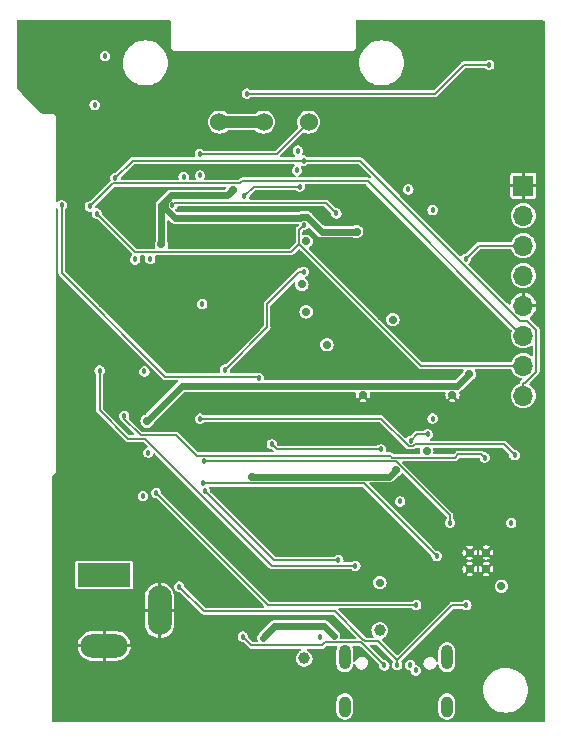
<source format=gbr>
%TF.GenerationSoftware,KiCad,Pcbnew,7.0.10*%
%TF.CreationDate,2024-03-09T07:06:28+08:00*%
%TF.ProjectId,ESP32Sensor-Sensor_board,45535033-3253-4656-9e73-6f722d53656e,rev?*%
%TF.SameCoordinates,Original*%
%TF.FileFunction,Copper,L2,Inr*%
%TF.FilePolarity,Positive*%
%FSLAX46Y46*%
G04 Gerber Fmt 4.6, Leading zero omitted, Abs format (unit mm)*
G04 Created by KiCad (PCBNEW 7.0.10) date 2024-03-09 07:06:28*
%MOMM*%
%LPD*%
G01*
G04 APERTURE LIST*
%TA.AperFunction,ComponentPad*%
%ADD10O,1.000000X2.100000*%
%TD*%
%TA.AperFunction,ComponentPad*%
%ADD11O,1.000000X1.800000*%
%TD*%
%TA.AperFunction,ComponentPad*%
%ADD12C,0.700000*%
%TD*%
%TA.AperFunction,ComponentPad*%
%ADD13R,4.500000X2.000000*%
%TD*%
%TA.AperFunction,ComponentPad*%
%ADD14O,4.000000X2.000000*%
%TD*%
%TA.AperFunction,ComponentPad*%
%ADD15O,2.000000X4.200000*%
%TD*%
%TA.AperFunction,ComponentPad*%
%ADD16R,1.700000X1.700000*%
%TD*%
%TA.AperFunction,ComponentPad*%
%ADD17O,1.700000X1.700000*%
%TD*%
%TA.AperFunction,ComponentPad*%
%ADD18C,1.524000*%
%TD*%
%TA.AperFunction,ViaPad*%
%ADD19C,0.457200*%
%TD*%
%TA.AperFunction,ViaPad*%
%ADD20C,0.711200*%
%TD*%
%TA.AperFunction,ViaPad*%
%ADD21C,1.000000*%
%TD*%
%TA.AperFunction,Conductor*%
%ADD22C,0.152400*%
%TD*%
%TA.AperFunction,Conductor*%
%ADD23C,0.558800*%
%TD*%
%TA.AperFunction,Conductor*%
%ADD24C,1.000000*%
%TD*%
G04 APERTURE END LIST*
D10*
%TO.N,N/C*%
%TO.C,J3*%
X166420000Y-128210000D03*
D11*
X166420000Y-132390000D03*
X157780000Y-132390000D03*
D10*
X157780000Y-128210000D03*
%TD*%
D12*
%TO.N,GND*%
%TO.C,U14*%
X159300000Y-106012500D03*
%TD*%
%TO.N,GND*%
%TO.C,U11*%
X166900000Y-106012500D03*
%TD*%
%TO.N,GND*%
%TO.C,U15*%
X168350000Y-120750000D03*
X169750000Y-120750000D03*
X168350000Y-119350000D03*
X169750000Y-119350000D03*
%TD*%
D13*
%TO.N,VBUS*%
%TO.C,J1*%
X137400000Y-121250000D03*
D14*
%TO.N,GND*%
X137400000Y-127250000D03*
D15*
X142100000Y-124250000D03*
%TD*%
D16*
%TO.N,GND*%
%TO.C,J6*%
X172900000Y-88280000D03*
D17*
%TO.N,3.3V*%
X172900000Y-90820000D03*
%TO.N,SCL*%
X172900000Y-93360000D03*
%TO.N,SDA*%
X172900000Y-95900000D03*
%TO.N,GND*%
X172900000Y-98440000D03*
%TO.N,GPIO1*%
X172900000Y-100980000D03*
%TO.N,Mux_Sel_A*%
X172900000Y-103520000D03*
%TO.N,Mux_Sel_B*%
X172900000Y-106060000D03*
%TD*%
D18*
%TO.N,Net-(PD1-An)*%
%TO.C,PD1*%
X154726500Y-82904500D03*
%TO.N,5V_PD*%
X147170000Y-82904500D03*
X150916500Y-82904500D03*
%TD*%
D19*
%TO.N,GND*%
X152650000Y-89025000D03*
X144550000Y-83725000D03*
%TO.N,3.3V*%
X150850000Y-126550000D03*
X156900000Y-126425000D03*
%TO.N,GND*%
X163150000Y-106425000D03*
X136800000Y-110275000D03*
X140125000Y-107900000D03*
X142425000Y-108400000D03*
D20*
%TO.N,3.3V*%
X160750000Y-121900000D03*
%TO.N,5V_PD*%
X154140000Y-96650400D03*
D19*
%TO.N,Net-(PD1-An)*%
X145501000Y-85631500D03*
%TO.N,Net-(U13-FB{slash}SD)*%
X160820000Y-110613000D03*
X151610000Y-110187000D03*
%TO.N,Net-(U2-S4)*%
X153805000Y-85328500D03*
X153736000Y-86995000D03*
D21*
%TO.N,USBC_VBUS*%
X160740000Y-125950000D03*
D19*
%TO.N,Net-(U2-S2)*%
X149277000Y-89184600D03*
X153964000Y-88368300D03*
%TO.N,EPOT_w*%
X143182000Y-89918800D03*
X157066000Y-90635600D03*
%TO.N,5V_SCL*%
X163161000Y-88610600D03*
X163355000Y-109904000D03*
X164798000Y-109352000D03*
%TO.N,5V_SDA*%
X165210000Y-90340800D03*
X165210000Y-108009000D03*
X162475000Y-115025000D03*
%TO.N,Mux_Sel_B*%
X154317000Y-86161400D03*
X138365000Y-87638100D03*
D21*
%TO.N,VBUS*%
X154335000Y-128322000D03*
D19*
%TO.N,NeopixelLED*%
X141143000Y-110888000D03*
%TO.N,ESP_PWM_DIM*%
X136600000Y-81450000D03*
X140819200Y-104022000D03*
%TO.N,Net-(D1-DOUT)*%
X140691000Y-114579000D03*
%TO.N,Mux_Sel_A*%
X136790000Y-90651700D03*
X154332000Y-91593900D03*
%TO.N,GPIO1*%
X136194000Y-90045700D03*
%TO.N,ESP_ADC*%
X133797000Y-89951700D03*
X150514000Y-104586000D03*
%TO.N,Sensor_Second_stage*%
X154300000Y-95575000D03*
X147619000Y-103859000D03*
D20*
%TO.N,-Vs_For_Lock_in*%
X161850000Y-99625000D03*
X164724000Y-110745000D03*
%TO.N,+Vs_For_Lock_in*%
X158791000Y-92177500D03*
X148320000Y-88647300D03*
X156271000Y-101755000D03*
X142252000Y-93270400D03*
%TO.N,5V*%
X154502000Y-92999100D03*
X149906000Y-112918000D03*
X162081000Y-112394000D03*
X154502000Y-98967000D03*
D19*
%TO.N,LED_REF*%
X145706300Y-98329000D03*
X137475000Y-77325000D03*
%TO.N,SDA*%
X171871700Y-116836100D03*
X157229500Y-119983200D03*
X145920900Y-114150700D03*
%TO.N,SCL*%
X158669500Y-120472100D03*
X137026200Y-103954300D03*
X168010500Y-94483900D03*
%TO.N,INT*%
X170000000Y-78050000D03*
X149481600Y-80497300D03*
X145527000Y-87421250D03*
X155653800Y-126501000D03*
%TO.N,ESP_EN*%
X139100000Y-107775000D03*
X169624000Y-111310000D03*
%TO.N,GPIO9*%
X145524000Y-108012000D03*
X172151000Y-111100000D03*
%TO.N,ESP_RXD*%
X144138000Y-87538700D03*
X145775000Y-113487000D03*
X165559000Y-119666000D03*
%TO.N,ESP_TXD*%
X166687000Y-116829000D03*
X145847000Y-111594000D03*
%TO.N,CC2*%
X163324000Y-128895000D03*
%TO.N,D-*%
X141301000Y-94479200D03*
X143764000Y-122240000D03*
X168072000Y-123810000D03*
X162215000Y-128897000D03*
%TO.N,D+*%
X141804000Y-114308000D03*
X163790000Y-129340000D03*
X163831000Y-123789000D03*
X140027000Y-94529300D03*
%TO.N,CC1*%
X161130000Y-128914000D03*
X149150000Y-126475000D03*
D20*
%TO.N,3.3V*%
X171041800Y-122188300D03*
X168307900Y-104266700D03*
X141044200Y-108216500D03*
D21*
%TO.N,GND*%
X169050000Y-120050000D03*
D19*
X162230000Y-119150000D03*
X159420000Y-103500000D03*
X167157000Y-97739200D03*
X161100000Y-98900000D03*
X167040000Y-126410000D03*
X167361000Y-90576400D03*
X160985000Y-86004400D03*
X171575000Y-94450000D03*
X157683000Y-83210400D03*
X158440000Y-104060000D03*
X142970000Y-94850000D03*
X164360000Y-93580000D03*
X159150000Y-87225000D03*
X140925000Y-91475000D03*
X150266000Y-115494000D03*
X145380000Y-102770000D03*
X147475000Y-87575000D03*
X166878000Y-102387000D03*
X166010000Y-121800000D03*
X167056000Y-88341200D03*
X147375000Y-91900000D03*
X163881000Y-89941400D03*
X165775000Y-117700000D03*
X157800000Y-126390000D03*
X148740000Y-90280000D03*
X160985000Y-93268800D03*
%TD*%
D22*
%TO.N,D-*%
X160614000Y-126878000D02*
X162215000Y-128480000D01*
X159267000Y-126655000D02*
X159491000Y-126878000D01*
X156928000Y-124316000D02*
X159267000Y-126655000D01*
X145840000Y-124316000D02*
X156928000Y-124316000D01*
X159491000Y-126878000D02*
X160614000Y-126878000D01*
X143764000Y-122240000D02*
X145840000Y-124316000D01*
D23*
%TO.N,3.3V*%
X156050000Y-125575000D02*
X156900000Y-126425000D01*
X151827600Y-125575000D02*
X156050000Y-125575000D01*
X150850000Y-126552600D02*
X151827600Y-125575000D01*
D22*
%TO.N,Sensor_Second_stage*%
X151202000Y-100275000D02*
X147619000Y-103859000D01*
X151202000Y-98298000D02*
X151202000Y-100275000D01*
X154300000Y-95575000D02*
X153925000Y-95575000D01*
X153925000Y-95575000D02*
X151202000Y-98298000D01*
%TO.N,CC1*%
X159376000Y-127160000D02*
X161130000Y-128914000D01*
X159374000Y-127160000D02*
X159376000Y-127160000D01*
X159209000Y-126995000D02*
X159374000Y-127160000D01*
X155893000Y-127206000D02*
X156146000Y-126953000D01*
X156146000Y-126953000D02*
X159168000Y-126953000D01*
X149150000Y-126475000D02*
X149881000Y-127206000D01*
X159168000Y-126953000D02*
X159209000Y-126995000D01*
X149881000Y-127206000D02*
X155893000Y-127206000D01*
%TO.N,ESP_EN*%
X169348000Y-111034000D02*
X169624000Y-111310000D01*
X167380000Y-111034000D02*
X169348000Y-111034000D01*
X167104000Y-111310000D02*
X167380000Y-111034000D01*
X161814000Y-111310000D02*
X167104000Y-111310000D01*
X145252000Y-111161000D02*
X161665000Y-111161000D01*
X161665000Y-111161000D02*
X161814000Y-111310000D01*
X143516600Y-109425600D02*
X145252000Y-111161000D01*
X139100000Y-108010658D02*
X140514942Y-109425600D01*
X140514942Y-109425600D02*
X143516600Y-109425600D01*
X139100000Y-107775000D02*
X139100000Y-108010658D01*
%TO.N,INT*%
X170000000Y-78050000D02*
X167853300Y-78050000D01*
X167853300Y-78050000D02*
X165406000Y-80497300D01*
X165406000Y-80497300D02*
X149481600Y-80497300D01*
D24*
%TO.N,5V_PD*%
X150916000Y-82904500D02*
X147170000Y-82904500D01*
D23*
X150916000Y-82904500D02*
X150916500Y-82904500D01*
D22*
%TO.N,Net-(PD1-An)*%
X152000000Y-85631500D02*
X145501000Y-85631500D01*
X154726000Y-82904500D02*
X152000000Y-85631500D01*
X154726500Y-82904500D02*
X154726000Y-82904500D01*
%TO.N,Net-(U13-FB{slash}SD)*%
X152037000Y-110613000D02*
X160820000Y-110613000D01*
X151610000Y-110187000D02*
X152037000Y-110613000D01*
%TO.N,Net-(U2-S2)*%
X150093000Y-88368300D02*
X153964000Y-88368300D01*
X149277000Y-89184600D02*
X150093000Y-88368300D01*
%TO.N,EPOT_w*%
X143350000Y-89750000D02*
X143182000Y-89918800D01*
X156180000Y-89750000D02*
X143350000Y-89750000D01*
X157066000Y-90635600D02*
X156180000Y-89750000D01*
%TO.N,5V_SCL*%
X163907000Y-109352000D02*
X163355000Y-109904000D01*
X164798000Y-109352000D02*
X163907000Y-109352000D01*
%TO.N,Mux_Sel_B*%
X159062000Y-86161400D02*
X154317000Y-86161400D01*
X172610000Y-99710000D02*
X159062000Y-86161400D01*
X173194000Y-99710000D02*
X172610000Y-99710000D01*
X173989000Y-100504000D02*
X173194000Y-99710000D01*
X173989000Y-104025000D02*
X173989000Y-100504000D01*
X173009000Y-105005000D02*
X173989000Y-104025000D01*
X172900000Y-105005000D02*
X173009000Y-105005000D01*
X172900000Y-106060000D02*
X172900000Y-105005000D01*
X139841000Y-86161400D02*
X138365000Y-87638100D01*
X154317000Y-86161400D02*
X139841000Y-86161400D01*
%TO.N,Mux_Sel_A*%
X140041000Y-93902100D02*
X136790000Y-90651700D01*
X153237000Y-93902100D02*
X140041000Y-93902100D01*
X153910000Y-93229000D02*
X153237000Y-93902100D01*
X164201000Y-103520000D02*
X153910000Y-93229000D01*
X172900000Y-103520000D02*
X164201000Y-103520000D01*
X153910000Y-92015400D02*
X154332000Y-91593900D01*
X153910000Y-93229000D02*
X153910000Y-92015400D01*
%TO.N,GPIO1*%
X172800000Y-100980000D02*
X172900000Y-100980000D01*
X159704000Y-87884400D02*
X172800000Y-100980000D01*
X149078000Y-87884400D02*
X159704000Y-87884400D01*
X148874000Y-88088500D02*
X149078000Y-87884400D01*
X138151000Y-88088500D02*
X148874000Y-88088500D01*
X136194000Y-90045700D02*
X138151000Y-88088500D01*
%TO.N,ESP_ADC*%
X150383000Y-104455000D02*
X150514000Y-104586000D01*
X142592000Y-104455000D02*
X150383000Y-104455000D01*
X133797000Y-95660600D02*
X142592000Y-104455000D01*
X133797000Y-89951700D02*
X133797000Y-95660600D01*
D23*
%TO.N,+Vs_For_Lock_in*%
X142252000Y-89951000D02*
X142252000Y-93270400D01*
X142547000Y-89655900D02*
X142252000Y-89951000D01*
X143082000Y-89120000D02*
X142919000Y-89283800D01*
X147847000Y-89120000D02*
X143082000Y-89120000D01*
X148320000Y-88647300D02*
X147847000Y-89120000D01*
X142919000Y-89283800D02*
X142547000Y-89655900D01*
X142547000Y-89655800D02*
X142547000Y-89655900D01*
X142919000Y-89283800D02*
X142547000Y-89655800D01*
X155816000Y-92177500D02*
X158791000Y-92177500D01*
X154597000Y-90958900D02*
X155816000Y-92177500D01*
X154069000Y-90958900D02*
X154597000Y-90958900D01*
X154017000Y-91010000D02*
X154069000Y-90958900D01*
X143375000Y-91010000D02*
X154017000Y-91010000D01*
X142547000Y-90181800D02*
X143375000Y-91010000D01*
X142547000Y-89655900D02*
X142547000Y-90181800D01*
%TO.N,5V*%
X161557000Y-112918000D02*
X162081000Y-112394000D01*
X149906000Y-112918000D02*
X161557000Y-112918000D01*
D22*
%TO.N,SDA*%
X151753400Y-119983200D02*
X157229500Y-119983200D01*
X145920900Y-114150700D02*
X151753400Y-119983200D01*
%TO.N,SCL*%
X169134400Y-93360000D02*
X172900000Y-93360000D01*
X168010500Y-94483900D02*
X169134400Y-93360000D01*
X151629000Y-120472100D02*
X158669500Y-120472100D01*
X140861900Y-109705000D02*
X151629000Y-120472100D01*
X139435200Y-109705000D02*
X140861900Y-109705000D01*
X137026200Y-107296000D02*
X139435200Y-109705000D01*
X137026200Y-103954300D02*
X137026200Y-107296000D01*
%TO.N,GPIO9*%
X171230000Y-110179000D02*
X172151000Y-111100000D01*
X163694000Y-110179000D02*
X171230000Y-110179000D01*
X163535000Y-110338000D02*
X163694000Y-110179000D01*
X163175000Y-110338000D02*
X163535000Y-110338000D01*
X160849000Y-108012000D02*
X163175000Y-110338000D01*
X145524000Y-108012000D02*
X160849000Y-108012000D01*
%TO.N,ESP_RXD*%
X159380000Y-113487000D02*
X165559000Y-119666000D01*
X145775000Y-113487000D02*
X159380000Y-113487000D01*
%TO.N,ESP_TXD*%
X166687000Y-116199000D02*
X166687000Y-116829000D01*
X162083000Y-111594000D02*
X166687000Y-116199000D01*
X145847000Y-111594000D02*
X162083000Y-111594000D01*
%TO.N,D-*%
X162215000Y-128480000D02*
X162215000Y-128897000D01*
X166884000Y-123810000D02*
X162215000Y-128480000D01*
X168072000Y-123810000D02*
X166884000Y-123810000D01*
%TO.N,D+*%
X151284000Y-123789000D02*
X163831000Y-123789000D01*
X141804000Y-114308000D02*
X151284000Y-123789000D01*
D23*
%TO.N,3.3V*%
X167320400Y-105254200D02*
X168307900Y-104266700D01*
X144006500Y-105254200D02*
X167320400Y-105254200D01*
X141044200Y-108216500D02*
X144006500Y-105254200D01*
%TD*%
%TA.AperFunction,Conductor*%
%TO.N,GND*%
G36*
X143058691Y-74319407D02*
G01*
X143094655Y-74368907D01*
X143099500Y-74399500D01*
X143099500Y-76544272D01*
X143095722Y-76571361D01*
X143095599Y-76571790D01*
X143095599Y-76571794D01*
X143099078Y-76609337D01*
X143099500Y-76618471D01*
X143099500Y-76627844D01*
X143101222Y-76637060D01*
X143102483Y-76646105D01*
X143105964Y-76683656D01*
X143105965Y-76683661D01*
X143106167Y-76684066D01*
X143114855Y-76709987D01*
X143114937Y-76710428D01*
X143114940Y-76710436D01*
X143134786Y-76742489D01*
X143139235Y-76750475D01*
X143156042Y-76784228D01*
X143156369Y-76784526D01*
X143173842Y-76805567D01*
X143174079Y-76805950D01*
X143174080Y-76805952D01*
X143190110Y-76818056D01*
X143204170Y-76828674D01*
X143211195Y-76834507D01*
X143239067Y-76859916D01*
X143239483Y-76860077D01*
X143263377Y-76873385D01*
X143263736Y-76873656D01*
X143300015Y-76883977D01*
X143308657Y-76886874D01*
X143343827Y-76900500D01*
X143344273Y-76900500D01*
X143371364Y-76904279D01*
X143371793Y-76904401D01*
X143409338Y-76900921D01*
X143418471Y-76900500D01*
X158344273Y-76900500D01*
X158371364Y-76904279D01*
X158371793Y-76904401D01*
X158409338Y-76900921D01*
X158418471Y-76900500D01*
X158427844Y-76900500D01*
X158437058Y-76898777D01*
X158446101Y-76897515D01*
X158483660Y-76894035D01*
X158484054Y-76893838D01*
X158510000Y-76885141D01*
X158510433Y-76885061D01*
X158542498Y-76865205D01*
X158550462Y-76860770D01*
X158584228Y-76843958D01*
X158584519Y-76843638D01*
X158605576Y-76826151D01*
X158605952Y-76825919D01*
X158628671Y-76795831D01*
X158634515Y-76788795D01*
X158638407Y-76784526D01*
X158659916Y-76760933D01*
X158660076Y-76760521D01*
X158673395Y-76736609D01*
X158673656Y-76736264D01*
X158683976Y-76699989D01*
X158686869Y-76691354D01*
X158700500Y-76656173D01*
X158700500Y-76655726D01*
X158704279Y-76628635D01*
X158704401Y-76628207D01*
X158700922Y-76590662D01*
X158700500Y-76581528D01*
X158700500Y-74399500D01*
X158719407Y-74341309D01*
X158768907Y-74305345D01*
X158799500Y-74300500D01*
X174600500Y-74300500D01*
X174658691Y-74319407D01*
X174694655Y-74368907D01*
X174699500Y-74399500D01*
X174699500Y-133600500D01*
X174680593Y-133658691D01*
X174631093Y-133694655D01*
X174600500Y-133699500D01*
X133099000Y-133699500D01*
X133040809Y-133680593D01*
X133004845Y-133631093D01*
X133000000Y-133600500D01*
X133000000Y-132832969D01*
X157069500Y-132832969D01*
X157069501Y-132832986D01*
X157085078Y-132961281D01*
X157085079Y-132961282D01*
X157146263Y-133122611D01*
X157244275Y-133264607D01*
X157244276Y-133264608D01*
X157244277Y-133264609D01*
X157373426Y-133379024D01*
X157526203Y-133459208D01*
X157693730Y-133500500D01*
X157693733Y-133500500D01*
X157866267Y-133500500D01*
X157866270Y-133500500D01*
X158033797Y-133459208D01*
X158186574Y-133379024D01*
X158315723Y-133264609D01*
X158413737Y-133122611D01*
X158474921Y-132961283D01*
X158490500Y-132832975D01*
X158490500Y-132832969D01*
X165709500Y-132832969D01*
X165709501Y-132832986D01*
X165725078Y-132961281D01*
X165725079Y-132961282D01*
X165786263Y-133122611D01*
X165884275Y-133264607D01*
X165884276Y-133264608D01*
X165884277Y-133264609D01*
X166013426Y-133379024D01*
X166166203Y-133459208D01*
X166333730Y-133500500D01*
X166333733Y-133500500D01*
X166506267Y-133500500D01*
X166506270Y-133500500D01*
X166673797Y-133459208D01*
X166826574Y-133379024D01*
X166955723Y-133264609D01*
X167053737Y-133122611D01*
X167114921Y-132961283D01*
X167130500Y-132832975D01*
X167130500Y-131947025D01*
X167114921Y-131818717D01*
X167053737Y-131657389D01*
X166955723Y-131515391D01*
X166826574Y-131400976D01*
X166673797Y-131320792D01*
X166673796Y-131320791D01*
X166673795Y-131320791D01*
X166506272Y-131279500D01*
X166506270Y-131279500D01*
X166333730Y-131279500D01*
X166333727Y-131279500D01*
X166166204Y-131320791D01*
X166013424Y-131400977D01*
X165884275Y-131515392D01*
X165786263Y-131657388D01*
X165725079Y-131818717D01*
X165725078Y-131818718D01*
X165709501Y-131947013D01*
X165709500Y-131947030D01*
X165709500Y-132832969D01*
X158490500Y-132832969D01*
X158490500Y-131947025D01*
X158474921Y-131818717D01*
X158413737Y-131657389D01*
X158315723Y-131515391D01*
X158186574Y-131400976D01*
X158033797Y-131320792D01*
X158033796Y-131320791D01*
X158033795Y-131320791D01*
X157866272Y-131279500D01*
X157866270Y-131279500D01*
X157693730Y-131279500D01*
X157693727Y-131279500D01*
X157526204Y-131320791D01*
X157373424Y-131400977D01*
X157244275Y-131515392D01*
X157146263Y-131657388D01*
X157085079Y-131818717D01*
X157085078Y-131818718D01*
X157069501Y-131947013D01*
X157069500Y-131947030D01*
X157069500Y-132832969D01*
X133000000Y-132832969D01*
X133000000Y-131000000D01*
X169494645Y-131000000D01*
X169514038Y-131271154D01*
X169514038Y-131271157D01*
X169514039Y-131271160D01*
X169542279Y-131400977D01*
X169571826Y-131536805D01*
X169666828Y-131791514D01*
X169666832Y-131791522D01*
X169797106Y-132030102D01*
X169797109Y-132030106D01*
X169797113Y-132030113D01*
X169960029Y-132247742D01*
X170152258Y-132439971D01*
X170369887Y-132602887D01*
X170369894Y-132602891D01*
X170369897Y-132602893D01*
X170608477Y-132733167D01*
X170608485Y-132733171D01*
X170608487Y-132733172D01*
X170863199Y-132828175D01*
X171128840Y-132885961D01*
X171400000Y-132905355D01*
X171671160Y-132885961D01*
X171936801Y-132828175D01*
X172191513Y-132733172D01*
X172430113Y-132602887D01*
X172647742Y-132439971D01*
X172839971Y-132247742D01*
X173002887Y-132030113D01*
X173133172Y-131791513D01*
X173228175Y-131536801D01*
X173285961Y-131271160D01*
X173305355Y-131000000D01*
X173285961Y-130728840D01*
X173228175Y-130463199D01*
X173133172Y-130208487D01*
X173133167Y-130208477D01*
X173002893Y-129969897D01*
X173002891Y-129969894D01*
X173002887Y-129969887D01*
X172839971Y-129752258D01*
X172647742Y-129560029D01*
X172430113Y-129397113D01*
X172430106Y-129397109D01*
X172430102Y-129397106D01*
X172191522Y-129266832D01*
X172191514Y-129266828D01*
X171936805Y-129171826D01*
X171936801Y-129171825D01*
X171671160Y-129114039D01*
X171671157Y-129114038D01*
X171671154Y-129114038D01*
X171400000Y-129094645D01*
X171128845Y-129114038D01*
X171128840Y-129114038D01*
X171128840Y-129114039D01*
X171022705Y-129137127D01*
X170863194Y-129171826D01*
X170608485Y-129266828D01*
X170608477Y-129266832D01*
X170369897Y-129397106D01*
X170369889Y-129397111D01*
X170369887Y-129397113D01*
X170279235Y-129464975D01*
X170152260Y-129560027D01*
X169960027Y-129752260D01*
X169797106Y-129969897D01*
X169666832Y-130208477D01*
X169666828Y-130208485D01*
X169571826Y-130463194D01*
X169514038Y-130728845D01*
X169494645Y-131000000D01*
X133000000Y-131000000D01*
X133000000Y-127124999D01*
X135154354Y-127124999D01*
X135154355Y-127125000D01*
X135915595Y-127125000D01*
X135900000Y-127178111D01*
X135900000Y-127321889D01*
X135915595Y-127375000D01*
X135155517Y-127375000D01*
X135176415Y-127529275D01*
X135245945Y-127743269D01*
X135352565Y-127941401D01*
X135492855Y-128117320D01*
X135662299Y-128265358D01*
X135662303Y-128265361D01*
X135855443Y-128380758D01*
X135855457Y-128380765D01*
X136066101Y-128459820D01*
X136066118Y-128459825D01*
X136287491Y-128499998D01*
X136287504Y-128500000D01*
X137274999Y-128500000D01*
X137275000Y-128499999D01*
X137275000Y-127750000D01*
X137525000Y-127750000D01*
X137525000Y-128499999D01*
X137525001Y-128500000D01*
X138456129Y-128500000D01*
X138456154Y-128499998D01*
X138624090Y-128484884D01*
X138624101Y-128484882D01*
X138840992Y-128425023D01*
X138840999Y-128425020D01*
X139043712Y-128327399D01*
X139225748Y-128195142D01*
X139381235Y-128032516D01*
X139381235Y-128032515D01*
X139505194Y-127844726D01*
X139505197Y-127844722D01*
X139593624Y-127637833D01*
X139593625Y-127637832D01*
X139643691Y-127418473D01*
X139643693Y-127418458D01*
X139645645Y-127375000D01*
X138884405Y-127375000D01*
X138900000Y-127321889D01*
X138900000Y-127178111D01*
X138884405Y-127125000D01*
X139644482Y-127125000D01*
X139623584Y-126970724D01*
X139554054Y-126756730D01*
X139447434Y-126558598D01*
X139307144Y-126382679D01*
X139137700Y-126234641D01*
X139137696Y-126234638D01*
X138944556Y-126119241D01*
X138944542Y-126119234D01*
X138733898Y-126040179D01*
X138733881Y-126040174D01*
X138512508Y-126000001D01*
X138512496Y-126000000D01*
X137525001Y-126000000D01*
X137525000Y-126000001D01*
X137525000Y-126750000D01*
X137275000Y-126750000D01*
X137275000Y-126000001D01*
X137274999Y-126000000D01*
X136343871Y-126000000D01*
X136343845Y-126000001D01*
X136175909Y-126015115D01*
X136175898Y-126015117D01*
X135959007Y-126074976D01*
X135959000Y-126074979D01*
X135756287Y-126172600D01*
X135574251Y-126304857D01*
X135418764Y-126467483D01*
X135418764Y-126467484D01*
X135294805Y-126655273D01*
X135294802Y-126655277D01*
X135206375Y-126862166D01*
X135206374Y-126862167D01*
X135156308Y-127081526D01*
X135156306Y-127081541D01*
X135154354Y-127124999D01*
X133000000Y-127124999D01*
X133000000Y-125406129D01*
X140850000Y-125406129D01*
X140850001Y-125406154D01*
X140865115Y-125574090D01*
X140865117Y-125574101D01*
X140924976Y-125790992D01*
X140924979Y-125790999D01*
X141022600Y-125993712D01*
X141154857Y-126175748D01*
X141317484Y-126331235D01*
X141505273Y-126455194D01*
X141505277Y-126455197D01*
X141712166Y-126543624D01*
X141712167Y-126543625D01*
X141931526Y-126593691D01*
X141931541Y-126593693D01*
X141974999Y-126595645D01*
X141975000Y-126595645D01*
X141975000Y-125734405D01*
X142028111Y-125750000D01*
X142171889Y-125750000D01*
X142225000Y-125734405D01*
X142225000Y-126594482D01*
X142379275Y-126573584D01*
X142593269Y-126504054D01*
X142791401Y-126397434D01*
X142967320Y-126257144D01*
X143115358Y-126087700D01*
X143115361Y-126087696D01*
X143230758Y-125894556D01*
X143230765Y-125894542D01*
X143309820Y-125683898D01*
X143309825Y-125683881D01*
X143349998Y-125462508D01*
X143350000Y-125462496D01*
X143350000Y-124375001D01*
X143349999Y-124375000D01*
X142600000Y-124375000D01*
X142600000Y-124125000D01*
X143349999Y-124125000D01*
X143350000Y-124124999D01*
X143350000Y-123093870D01*
X143349998Y-123093845D01*
X143334884Y-122925909D01*
X143334882Y-122925898D01*
X143275023Y-122709007D01*
X143275020Y-122709000D01*
X143177399Y-122506287D01*
X143045142Y-122324251D01*
X142882515Y-122168764D01*
X142694726Y-122044805D01*
X142694722Y-122044802D01*
X142487833Y-121956375D01*
X142487832Y-121956374D01*
X142268465Y-121906306D01*
X142268466Y-121906306D01*
X142225000Y-121904353D01*
X142225000Y-122765594D01*
X142171889Y-122750000D01*
X142028111Y-122750000D01*
X141975000Y-122765594D01*
X141975000Y-121905516D01*
X141974999Y-121905516D01*
X141820727Y-121926414D01*
X141606732Y-121995945D01*
X141408598Y-122102565D01*
X141232679Y-122242855D01*
X141084641Y-122412299D01*
X141084638Y-122412303D01*
X140969241Y-122605443D01*
X140969234Y-122605457D01*
X140890179Y-122816101D01*
X140890174Y-122816118D01*
X140850001Y-123037491D01*
X140850000Y-123037503D01*
X140850000Y-124124999D01*
X140850001Y-124125000D01*
X141600000Y-124125000D01*
X141600000Y-124375000D01*
X140850001Y-124375000D01*
X140850000Y-124375001D01*
X140850000Y-125406129D01*
X133000000Y-125406129D01*
X133000000Y-122270728D01*
X134939500Y-122270728D01*
X134939501Y-122270738D01*
X134951712Y-122332131D01*
X134951713Y-122332134D01*
X134993378Y-122394489D01*
X134998238Y-122401762D01*
X134998241Y-122401764D01*
X135067866Y-122448287D01*
X135083111Y-122451319D01*
X135129267Y-122460500D01*
X139670732Y-122460499D01*
X139670736Y-122460498D01*
X139670738Y-122460498D01*
X139690817Y-122456504D01*
X139732133Y-122448287D01*
X139801762Y-122401762D01*
X139848287Y-122332133D01*
X139860500Y-122270733D01*
X139860499Y-120229268D01*
X139859829Y-120225901D01*
X139848287Y-120167868D01*
X139848286Y-120167865D01*
X139801764Y-120098241D01*
X139801762Y-120098238D01*
X139801758Y-120098235D01*
X139732133Y-120051712D01*
X139670734Y-120039500D01*
X135129271Y-120039500D01*
X135129261Y-120039501D01*
X135067868Y-120051712D01*
X135067865Y-120051713D01*
X134998241Y-120098235D01*
X134998235Y-120098241D01*
X134951712Y-120167866D01*
X134939500Y-120229264D01*
X134939500Y-122270728D01*
X133000000Y-122270728D01*
X133000000Y-114579002D01*
X140247385Y-114579002D01*
X140265353Y-114703975D01*
X140265354Y-114703978D01*
X140265354Y-114703979D01*
X140265355Y-114703981D01*
X140302428Y-114785161D01*
X140317808Y-114818838D01*
X140359150Y-114866549D01*
X140400494Y-114914262D01*
X140506716Y-114982526D01*
X140627867Y-115018100D01*
X140627868Y-115018100D01*
X140754132Y-115018100D01*
X140754133Y-115018100D01*
X140875284Y-114982526D01*
X140981506Y-114914262D01*
X141064193Y-114818836D01*
X141116645Y-114703981D01*
X141125375Y-114643264D01*
X141134615Y-114579002D01*
X141134615Y-114578997D01*
X141116646Y-114454024D01*
X141116645Y-114454021D01*
X141116645Y-114454019D01*
X141064193Y-114339164D01*
X141064191Y-114339162D01*
X141064191Y-114339161D01*
X141037191Y-114308002D01*
X141360385Y-114308002D01*
X141378353Y-114432975D01*
X141378354Y-114432978D01*
X141430808Y-114547838D01*
X141472150Y-114595549D01*
X141513494Y-114643262D01*
X141513496Y-114643263D01*
X141513497Y-114643264D01*
X141607975Y-114703981D01*
X141619716Y-114711526D01*
X141740867Y-114747100D01*
X141796610Y-114747100D01*
X141854801Y-114766007D01*
X141866616Y-114776099D01*
X142355301Y-115264836D01*
X150949858Y-123860300D01*
X150977633Y-123914818D01*
X150968058Y-123975250D01*
X150924791Y-124018512D01*
X150879851Y-124029300D01*
X145999763Y-124029300D01*
X145941572Y-124010393D01*
X145929759Y-124000304D01*
X144236611Y-122307156D01*
X144208834Y-122252639D01*
X144208109Y-122243439D01*
X144207614Y-122239997D01*
X144189645Y-122115019D01*
X144137193Y-122000164D01*
X144137191Y-122000162D01*
X144137191Y-122000161D01*
X144073288Y-121926414D01*
X144054506Y-121904738D01*
X144054503Y-121904736D01*
X144054502Y-121904735D01*
X143948285Y-121836474D01*
X143827134Y-121800900D01*
X143827133Y-121800900D01*
X143700867Y-121800900D01*
X143700865Y-121800900D01*
X143579714Y-121836474D01*
X143473497Y-121904735D01*
X143473493Y-121904739D01*
X143390808Y-122000161D01*
X143338354Y-122115021D01*
X143338353Y-122115024D01*
X143320385Y-122239997D01*
X143320385Y-122240002D01*
X143338353Y-122364975D01*
X143338354Y-122364978D01*
X143338354Y-122364979D01*
X143338355Y-122364981D01*
X143388047Y-122473793D01*
X143390808Y-122479838D01*
X143413727Y-122506287D01*
X143473494Y-122575262D01*
X143579716Y-122643526D01*
X143700867Y-122679100D01*
X143756637Y-122679100D01*
X143814828Y-122698007D01*
X143826641Y-122708096D01*
X145592927Y-124474382D01*
X145601925Y-124484722D01*
X145607246Y-124491768D01*
X145640250Y-124521855D01*
X145643555Y-124525011D01*
X145656055Y-124537511D01*
X145656550Y-124537921D01*
X145666641Y-124545913D01*
X145686458Y-124563979D01*
X145694705Y-124567174D01*
X145714891Y-124577814D01*
X145722189Y-124582813D01*
X145722190Y-124582814D01*
X145748304Y-124588956D01*
X145761395Y-124593009D01*
X145786407Y-124602700D01*
X145795252Y-124602700D01*
X145817918Y-124605329D01*
X145826529Y-124607355D01*
X145853096Y-124603649D01*
X145866773Y-124602700D01*
X156768237Y-124602700D01*
X156826428Y-124621607D01*
X156838241Y-124631696D01*
X158703841Y-126497296D01*
X158731618Y-126551813D01*
X158722047Y-126612245D01*
X158678782Y-126655510D01*
X158633837Y-126666300D01*
X157471718Y-126666300D01*
X157413527Y-126647393D01*
X157377563Y-126597893D01*
X157374981Y-126546256D01*
X157393676Y-126460314D01*
X157393677Y-126460309D01*
X157387649Y-126376024D01*
X157383627Y-126319794D01*
X157361760Y-126261164D01*
X157334398Y-126187802D01*
X157271193Y-126103370D01*
X157271192Y-126103369D01*
X157271190Y-126103366D01*
X156441178Y-125273355D01*
X156427898Y-125256874D01*
X156424049Y-125250885D01*
X156386711Y-125218531D01*
X156381542Y-125213718D01*
X156371634Y-125203811D01*
X156360423Y-125195418D01*
X156354921Y-125190985D01*
X156317584Y-125158632D01*
X156311105Y-125155673D01*
X156292903Y-125144873D01*
X156287200Y-125140604D01*
X156287201Y-125140604D01*
X156287199Y-125140603D01*
X156240902Y-125123335D01*
X156234385Y-125120635D01*
X156189438Y-125100109D01*
X156182385Y-125099095D01*
X156161880Y-125093862D01*
X156155205Y-125091372D01*
X156105939Y-125087849D01*
X156098918Y-125087094D01*
X156085045Y-125085100D01*
X156085041Y-125085100D01*
X156071029Y-125085100D01*
X156063967Y-125084848D01*
X156014691Y-125081324D01*
X156007730Y-125082838D01*
X155986688Y-125085100D01*
X151890912Y-125085100D01*
X151869869Y-125082838D01*
X151862909Y-125081324D01*
X151862908Y-125081324D01*
X151813633Y-125084848D01*
X151806571Y-125085100D01*
X151792557Y-125085100D01*
X151778684Y-125087094D01*
X151771662Y-125087849D01*
X151722395Y-125091372D01*
X151722386Y-125091374D01*
X151715714Y-125093863D01*
X151695214Y-125099095D01*
X151688164Y-125100108D01*
X151688159Y-125100110D01*
X151643223Y-125120631D01*
X151636696Y-125123335D01*
X151590401Y-125140602D01*
X151590394Y-125140606D01*
X151584686Y-125144879D01*
X151566503Y-125155668D01*
X151560019Y-125158629D01*
X151560017Y-125158631D01*
X151560016Y-125158632D01*
X151522673Y-125190989D01*
X151517179Y-125195416D01*
X151505966Y-125203809D01*
X151496053Y-125213722D01*
X151490888Y-125218531D01*
X151453550Y-125250885D01*
X151449698Y-125256879D01*
X151436421Y-125273353D01*
X150478812Y-126230964D01*
X150415601Y-126315402D01*
X150366374Y-126447388D01*
X150366372Y-126447395D01*
X150356323Y-126587909D01*
X150386268Y-126725563D01*
X150412091Y-126772854D01*
X150423385Y-126832988D01*
X150397176Y-126888275D01*
X150343475Y-126917599D01*
X150325201Y-126919300D01*
X150040763Y-126919300D01*
X149982572Y-126900393D01*
X149970759Y-126890304D01*
X149622611Y-126542156D01*
X149594834Y-126487639D01*
X149594109Y-126478439D01*
X149593614Y-126474997D01*
X149575645Y-126350019D01*
X149523193Y-126235164D01*
X149523191Y-126235162D01*
X149523191Y-126235161D01*
X149482153Y-126187801D01*
X149440506Y-126139738D01*
X149440503Y-126139736D01*
X149440502Y-126139735D01*
X149334285Y-126071474D01*
X149213134Y-126035900D01*
X149213133Y-126035900D01*
X149086867Y-126035900D01*
X149086865Y-126035900D01*
X148965714Y-126071474D01*
X148859497Y-126139735D01*
X148859493Y-126139739D01*
X148776808Y-126235161D01*
X148724354Y-126350021D01*
X148724353Y-126350024D01*
X148706385Y-126474997D01*
X148706385Y-126475002D01*
X148724353Y-126599975D01*
X148724354Y-126599978D01*
X148724354Y-126599979D01*
X148724355Y-126599981D01*
X148758370Y-126674464D01*
X148776808Y-126714838D01*
X148794187Y-126734894D01*
X148859494Y-126810262D01*
X148859496Y-126810263D01*
X148859497Y-126810264D01*
X148940260Y-126862167D01*
X148965716Y-126878526D01*
X149086867Y-126914100D01*
X149142637Y-126914100D01*
X149200828Y-126933007D01*
X149212641Y-126943096D01*
X149633927Y-127364382D01*
X149642925Y-127374722D01*
X149648246Y-127381768D01*
X149681250Y-127411855D01*
X149684555Y-127415011D01*
X149697055Y-127427511D01*
X149697550Y-127427921D01*
X149707641Y-127435913D01*
X149727458Y-127453979D01*
X149735705Y-127457174D01*
X149755890Y-127467813D01*
X149763190Y-127472814D01*
X149789307Y-127478956D01*
X149802388Y-127483007D01*
X149827407Y-127492700D01*
X149836253Y-127492700D01*
X149858919Y-127495329D01*
X149867530Y-127497355D01*
X149892731Y-127493839D01*
X149894099Y-127493649D01*
X149907775Y-127492700D01*
X153984575Y-127492700D01*
X154042766Y-127511607D01*
X154078730Y-127561107D01*
X154078730Y-127622293D01*
X154042766Y-127671793D01*
X154030587Y-127679357D01*
X153939069Y-127727389D01*
X153928424Y-127732977D01*
X153799275Y-127847392D01*
X153701263Y-127989388D01*
X153640079Y-128150717D01*
X153640078Y-128150718D01*
X153619282Y-128321998D01*
X153619282Y-128322001D01*
X153640078Y-128493281D01*
X153640079Y-128493283D01*
X153672784Y-128579519D01*
X153701263Y-128654611D01*
X153799275Y-128796607D01*
X153799276Y-128796608D01*
X153799277Y-128796609D01*
X153928426Y-128911024D01*
X154081203Y-128991208D01*
X154248730Y-129032500D01*
X154248733Y-129032500D01*
X154421267Y-129032500D01*
X154421270Y-129032500D01*
X154588797Y-128991208D01*
X154741574Y-128911024D01*
X154870723Y-128796609D01*
X154968737Y-128654611D01*
X155029921Y-128493283D01*
X155049241Y-128334166D01*
X155050718Y-128322001D01*
X155050718Y-128321998D01*
X155033451Y-128179789D01*
X155029921Y-128150717D01*
X154968737Y-127989389D01*
X154870723Y-127847391D01*
X154741574Y-127732976D01*
X154639416Y-127679359D01*
X154596679Y-127635576D01*
X154587838Y-127575033D01*
X154616272Y-127520856D01*
X154671121Y-127493739D01*
X154685425Y-127492700D01*
X155830285Y-127492700D01*
X155843963Y-127493649D01*
X155852702Y-127494868D01*
X155852705Y-127494869D01*
X155852707Y-127494868D01*
X155852708Y-127494869D01*
X155897321Y-127492806D01*
X155901894Y-127492700D01*
X155919570Y-127492700D01*
X155920142Y-127492646D01*
X155932975Y-127491157D01*
X155959777Y-127489918D01*
X155967867Y-127486345D01*
X155989662Y-127479595D01*
X155998362Y-127477970D01*
X156021176Y-127463843D01*
X156033290Y-127457458D01*
X156057832Y-127446623D01*
X156064083Y-127440370D01*
X156081975Y-127426198D01*
X156089494Y-127421544D01*
X156105661Y-127400134D01*
X156114654Y-127389799D01*
X156235759Y-127268696D01*
X156290276Y-127240919D01*
X156305762Y-127239700D01*
X157036093Y-127239700D01*
X157094284Y-127258607D01*
X157130248Y-127308107D01*
X157130248Y-127369293D01*
X157128659Y-127373806D01*
X157085081Y-127488709D01*
X157085078Y-127488718D01*
X157069501Y-127617013D01*
X157069500Y-127617030D01*
X157069500Y-128802969D01*
X157069501Y-128802986D01*
X157085078Y-128931281D01*
X157085079Y-128931283D01*
X157125923Y-129038978D01*
X157146263Y-129092611D01*
X157244275Y-129234607D01*
X157244276Y-129234608D01*
X157244277Y-129234609D01*
X157373426Y-129349024D01*
X157526203Y-129429208D01*
X157693730Y-129470500D01*
X157693733Y-129470500D01*
X157866267Y-129470500D01*
X157866270Y-129470500D01*
X158033797Y-129429208D01*
X158186574Y-129349024D01*
X158315723Y-129234609D01*
X158413737Y-129092611D01*
X158474921Y-128931283D01*
X158484877Y-128849286D01*
X158510660Y-128793799D01*
X158564134Y-128764063D01*
X158624874Y-128771438D01*
X158669678Y-128813107D01*
X158680084Y-128841077D01*
X158691162Y-128894388D01*
X158691163Y-128894393D01*
X158748340Y-129004739D01*
X158760153Y-129027537D01*
X158862505Y-129137129D01*
X158990629Y-129215043D01*
X159135023Y-129255500D01*
X159135024Y-129255500D01*
X159247310Y-129255500D01*
X159247316Y-129255500D01*
X159358558Y-129240210D01*
X159496098Y-129180468D01*
X159612419Y-129085834D01*
X159698895Y-128963325D01*
X159749112Y-128822029D01*
X159759345Y-128672424D01*
X159755758Y-128655164D01*
X159728837Y-128525611D01*
X159728836Y-128525606D01*
X159715568Y-128500000D01*
X159659847Y-128392463D01*
X159557495Y-128282871D01*
X159429371Y-128204957D01*
X159429370Y-128204956D01*
X159429369Y-128204956D01*
X159284977Y-128164500D01*
X159172684Y-128164500D01*
X159061441Y-128179789D01*
X158923903Y-128239531D01*
X158807578Y-128334168D01*
X158721652Y-128455900D01*
X158721105Y-128456675D01*
X158705708Y-128499998D01*
X158682784Y-128564499D01*
X158645481Y-128612998D01*
X158586795Y-128630308D01*
X158529143Y-128609818D01*
X158494545Y-128559354D01*
X158490500Y-128531345D01*
X158490500Y-127617030D01*
X158490500Y-127617025D01*
X158474921Y-127488717D01*
X158471815Y-127480528D01*
X158431341Y-127373806D01*
X158428384Y-127312692D01*
X158461914Y-127261513D01*
X158519124Y-127239816D01*
X158523907Y-127239700D01*
X159007237Y-127239700D01*
X159065428Y-127258607D01*
X159077241Y-127268696D01*
X159126927Y-127318382D01*
X159135925Y-127328722D01*
X159141246Y-127335768D01*
X159174250Y-127365855D01*
X159177555Y-127369011D01*
X159190055Y-127381511D01*
X159193583Y-127384440D01*
X159193495Y-127384545D01*
X159202892Y-127392347D01*
X160657389Y-128846844D01*
X160685166Y-128901361D01*
X160685890Y-128910563D01*
X160704353Y-129038975D01*
X160704354Y-129038978D01*
X160704354Y-129038979D01*
X160704355Y-129038981D01*
X160749044Y-129136838D01*
X160756808Y-129153838D01*
X160798150Y-129201549D01*
X160839494Y-129249262D01*
X160839496Y-129249263D01*
X160839497Y-129249264D01*
X160919261Y-129300525D01*
X160945716Y-129317526D01*
X161066867Y-129353100D01*
X161066868Y-129353100D01*
X161193132Y-129353100D01*
X161193133Y-129353100D01*
X161314284Y-129317526D01*
X161420506Y-129249262D01*
X161503193Y-129153836D01*
X161555645Y-129038981D01*
X161556577Y-129032499D01*
X161573615Y-128914002D01*
X161573615Y-128913997D01*
X161555646Y-128789024D01*
X161555645Y-128789021D01*
X161555645Y-128789019D01*
X161503193Y-128674164D01*
X161503191Y-128674162D01*
X161503191Y-128674161D01*
X161465192Y-128630308D01*
X161420506Y-128578738D01*
X161420503Y-128578736D01*
X161420502Y-128578735D01*
X161314285Y-128510474D01*
X161193134Y-128474900D01*
X161193133Y-128474900D01*
X161137363Y-128474900D01*
X161079172Y-128455993D01*
X161067359Y-128445904D01*
X159955159Y-127333704D01*
X159927382Y-127279187D01*
X159936953Y-127218755D01*
X159980218Y-127175490D01*
X160025163Y-127164700D01*
X160454168Y-127164700D01*
X160512359Y-127183607D01*
X160524192Y-127193717D01*
X161804575Y-128474900D01*
X161843971Y-128514320D01*
X161871732Y-128568846D01*
X161862142Y-128629275D01*
X161848767Y-128649131D01*
X161841809Y-128657160D01*
X161841807Y-128657163D01*
X161841807Y-128657164D01*
X161806839Y-128733734D01*
X161789354Y-128772021D01*
X161789353Y-128772024D01*
X161771385Y-128896997D01*
X161771385Y-128897002D01*
X161789353Y-129021975D01*
X161789354Y-129021978D01*
X161789354Y-129021979D01*
X161789355Y-129021981D01*
X161822539Y-129094645D01*
X161841808Y-129136838D01*
X161856539Y-129153838D01*
X161924494Y-129232262D01*
X161924496Y-129232263D01*
X161924497Y-129232264D01*
X162027603Y-129298526D01*
X162030716Y-129300526D01*
X162151867Y-129336100D01*
X162151868Y-129336100D01*
X162278132Y-129336100D01*
X162278133Y-129336100D01*
X162399284Y-129300526D01*
X162505506Y-129232262D01*
X162588193Y-129136836D01*
X162640645Y-129021981D01*
X162640933Y-129019978D01*
X162658615Y-128897002D01*
X162658615Y-128896997D01*
X162658328Y-128895002D01*
X162880385Y-128895002D01*
X162898353Y-129019975D01*
X162898354Y-129019978D01*
X162898354Y-129019979D01*
X162898355Y-129019981D01*
X162950807Y-129134836D01*
X162950808Y-129134838D01*
X162967272Y-129153838D01*
X163033494Y-129230262D01*
X163033496Y-129230263D01*
X163033497Y-129230264D01*
X163090398Y-129266832D01*
X163139716Y-129298526D01*
X163260867Y-129334100D01*
X163260872Y-129334100D01*
X163267873Y-129335107D01*
X163267648Y-129336665D01*
X163317944Y-129353007D01*
X163353908Y-129402507D01*
X163357745Y-129419011D01*
X163364353Y-129464976D01*
X163364354Y-129464978D01*
X163364354Y-129464979D01*
X163364355Y-129464981D01*
X163367574Y-129472029D01*
X163416808Y-129579838D01*
X163445110Y-129612500D01*
X163499494Y-129675262D01*
X163499496Y-129675263D01*
X163499497Y-129675264D01*
X163538765Y-129700500D01*
X163605716Y-129743526D01*
X163726867Y-129779100D01*
X163726868Y-129779100D01*
X163853132Y-129779100D01*
X163853133Y-129779100D01*
X163974284Y-129743526D01*
X164080506Y-129675262D01*
X164163193Y-129579836D01*
X164215645Y-129464981D01*
X164225404Y-129397106D01*
X164233615Y-129340002D01*
X164233615Y-129339997D01*
X164215646Y-129215024D01*
X164215645Y-129215021D01*
X164215645Y-129215019D01*
X164163193Y-129100164D01*
X164163191Y-129100162D01*
X164163191Y-129100161D01*
X164129377Y-129061139D01*
X164080506Y-129004738D01*
X164080503Y-129004736D01*
X164080502Y-129004735D01*
X163974285Y-128936474D01*
X163853134Y-128900900D01*
X163846127Y-128899893D01*
X163846351Y-128898334D01*
X163796056Y-128881993D01*
X163760092Y-128832493D01*
X163756255Y-128815989D01*
X163749646Y-128770023D01*
X163749645Y-128770021D01*
X163749645Y-128770019D01*
X163739396Y-128747576D01*
X164440655Y-128747576D01*
X164471162Y-128894388D01*
X164471163Y-128894393D01*
X164528340Y-129004739D01*
X164540153Y-129027537D01*
X164642505Y-129137129D01*
X164770629Y-129215043D01*
X164915023Y-129255500D01*
X164915024Y-129255500D01*
X165027310Y-129255500D01*
X165027316Y-129255500D01*
X165138558Y-129240210D01*
X165276098Y-129180468D01*
X165392419Y-129085834D01*
X165478895Y-128963325D01*
X165524428Y-128835207D01*
X165561731Y-128786709D01*
X165620416Y-128769398D01*
X165678069Y-128789888D01*
X165712667Y-128840352D01*
X165715990Y-128856428D01*
X165725078Y-128931281D01*
X165725079Y-128931283D01*
X165765923Y-129038978D01*
X165786263Y-129092611D01*
X165884275Y-129234607D01*
X165884276Y-129234608D01*
X165884277Y-129234609D01*
X166013426Y-129349024D01*
X166166203Y-129429208D01*
X166333730Y-129470500D01*
X166333733Y-129470500D01*
X166506267Y-129470500D01*
X166506270Y-129470500D01*
X166673797Y-129429208D01*
X166826574Y-129349024D01*
X166955723Y-129234609D01*
X167053737Y-129092611D01*
X167114921Y-128931283D01*
X167130500Y-128802975D01*
X167130500Y-127617025D01*
X167114921Y-127488717D01*
X167053737Y-127327389D01*
X166993210Y-127239700D01*
X166955724Y-127185392D01*
X166947506Y-127178111D01*
X166826574Y-127070976D01*
X166673797Y-126990792D01*
X166673796Y-126990791D01*
X166673795Y-126990791D01*
X166506272Y-126949500D01*
X166506270Y-126949500D01*
X166333730Y-126949500D01*
X166333727Y-126949500D01*
X166166204Y-126990791D01*
X166013424Y-127070977D01*
X165884275Y-127185392D01*
X165786263Y-127327388D01*
X165725079Y-127488717D01*
X165725078Y-127488718D01*
X165709501Y-127617013D01*
X165709500Y-127617030D01*
X165709500Y-128528247D01*
X165690593Y-128586438D01*
X165641093Y-128622402D01*
X165579907Y-128622402D01*
X165530407Y-128586438D01*
X165513571Y-128548389D01*
X165508837Y-128525611D01*
X165508836Y-128525606D01*
X165495568Y-128500000D01*
X165439847Y-128392463D01*
X165337495Y-128282871D01*
X165209371Y-128204957D01*
X165209370Y-128204956D01*
X165209369Y-128204956D01*
X165064977Y-128164500D01*
X164952684Y-128164500D01*
X164841441Y-128179789D01*
X164703903Y-128239531D01*
X164587578Y-128334168D01*
X164501105Y-128456674D01*
X164450887Y-128597970D01*
X164440655Y-128747576D01*
X163739396Y-128747576D01*
X163697193Y-128655164D01*
X163697191Y-128655162D01*
X163697191Y-128655161D01*
X163660656Y-128612998D01*
X163614506Y-128559738D01*
X163614503Y-128559736D01*
X163614502Y-128559735D01*
X163508285Y-128491474D01*
X163387134Y-128455900D01*
X163387133Y-128455900D01*
X163260867Y-128455900D01*
X163260865Y-128455900D01*
X163139714Y-128491474D01*
X163033497Y-128559735D01*
X163033493Y-128559739D01*
X162950808Y-128655161D01*
X162898354Y-128770021D01*
X162898353Y-128770024D01*
X162880385Y-128894997D01*
X162880385Y-128895002D01*
X162658328Y-128895002D01*
X162640646Y-128772024D01*
X162640645Y-128772021D01*
X162640645Y-128772019D01*
X162588193Y-128657164D01*
X162581266Y-128649170D01*
X162557448Y-128592813D01*
X162571305Y-128533217D01*
X162586070Y-128514347D01*
X166973775Y-124125703D01*
X167028289Y-124097921D01*
X167043786Y-124096700D01*
X167694204Y-124096700D01*
X167752395Y-124115607D01*
X167769016Y-124130862D01*
X167781494Y-124145262D01*
X167887716Y-124213526D01*
X168008867Y-124249100D01*
X168008868Y-124249100D01*
X168135132Y-124249100D01*
X168135133Y-124249100D01*
X168256284Y-124213526D01*
X168362506Y-124145262D01*
X168445193Y-124049836D01*
X168497645Y-123934981D01*
X168500544Y-123914818D01*
X168515615Y-123810002D01*
X168515615Y-123809997D01*
X168497646Y-123685024D01*
X168497645Y-123685021D01*
X168497645Y-123685019D01*
X168445193Y-123570164D01*
X168445191Y-123570162D01*
X168445191Y-123570161D01*
X168402701Y-123521126D01*
X168362506Y-123474738D01*
X168362503Y-123474736D01*
X168362502Y-123474735D01*
X168256285Y-123406474D01*
X168135134Y-123370900D01*
X168135133Y-123370900D01*
X168008867Y-123370900D01*
X168008865Y-123370900D01*
X167887714Y-123406474D01*
X167781497Y-123474735D01*
X167781494Y-123474737D01*
X167781494Y-123474738D01*
X167769020Y-123489132D01*
X167716628Y-123520727D01*
X167694204Y-123523300D01*
X166946722Y-123523300D01*
X166933054Y-123522352D01*
X166924264Y-123521126D01*
X166881030Y-123523130D01*
X166879660Y-123523194D01*
X166875078Y-123523300D01*
X166857435Y-123523300D01*
X166857431Y-123523300D01*
X166856928Y-123523347D01*
X166844015Y-123524845D01*
X166817195Y-123526088D01*
X166817187Y-123526090D01*
X166809108Y-123529658D01*
X166787320Y-123536406D01*
X166778640Y-123538029D01*
X166778638Y-123538029D01*
X166755814Y-123552161D01*
X166743702Y-123558546D01*
X166719142Y-123569394D01*
X166719141Y-123569395D01*
X166712897Y-123575640D01*
X166695013Y-123589807D01*
X166687506Y-123594455D01*
X166687505Y-123594456D01*
X166671326Y-123615879D01*
X166662337Y-123626210D01*
X162285066Y-128004418D01*
X162230552Y-128032201D01*
X162170119Y-128022636D01*
X162145030Y-128004404D01*
X160930803Y-126789419D01*
X160903042Y-126734894D01*
X160912632Y-126674464D01*
X160955910Y-126631213D01*
X160977132Y-126623315D01*
X160993797Y-126619208D01*
X161146574Y-126539024D01*
X161275723Y-126424609D01*
X161373737Y-126282611D01*
X161434921Y-126121283D01*
X161455718Y-125950000D01*
X161434921Y-125778717D01*
X161373737Y-125617389D01*
X161275723Y-125475391D01*
X161146574Y-125360976D01*
X160993797Y-125280792D01*
X160993796Y-125280791D01*
X160993795Y-125280791D01*
X160826272Y-125239500D01*
X160826270Y-125239500D01*
X160653730Y-125239500D01*
X160653727Y-125239500D01*
X160486204Y-125280791D01*
X160333424Y-125360977D01*
X160204275Y-125475392D01*
X160106263Y-125617388D01*
X160045079Y-125778717D01*
X160045078Y-125778718D01*
X160024282Y-125949998D01*
X160024282Y-125950001D01*
X160045078Y-126121281D01*
X160045079Y-126121283D01*
X160088269Y-126235164D01*
X160106263Y-126282611D01*
X160204277Y-126424609D01*
X160206084Y-126426649D01*
X160206766Y-126428216D01*
X160207679Y-126429538D01*
X160207420Y-126429716D01*
X160230521Y-126482743D01*
X160217319Y-126542487D01*
X160171522Y-126583062D01*
X160131983Y-126591300D01*
X159650257Y-126591300D01*
X159592066Y-126572393D01*
X159580410Y-126562460D01*
X159469653Y-126452197D01*
X159469496Y-126452041D01*
X157262159Y-124244704D01*
X157234382Y-124190187D01*
X157243953Y-124129755D01*
X157287218Y-124086490D01*
X157332163Y-124075700D01*
X163453204Y-124075700D01*
X163511395Y-124094607D01*
X163528016Y-124109862D01*
X163540494Y-124124262D01*
X163646716Y-124192526D01*
X163767867Y-124228100D01*
X163767868Y-124228100D01*
X163894132Y-124228100D01*
X163894133Y-124228100D01*
X164015284Y-124192526D01*
X164121506Y-124124262D01*
X164204193Y-124028836D01*
X164256645Y-123913981D01*
X164256646Y-123913975D01*
X164274615Y-123789002D01*
X164274615Y-123788997D01*
X164256646Y-123664024D01*
X164256645Y-123664021D01*
X164256645Y-123664019D01*
X164204193Y-123549164D01*
X164204191Y-123549162D01*
X164204191Y-123549161D01*
X164163585Y-123502300D01*
X164121506Y-123453738D01*
X164121503Y-123453736D01*
X164121502Y-123453735D01*
X164015285Y-123385474D01*
X163894134Y-123349900D01*
X163894133Y-123349900D01*
X163767867Y-123349900D01*
X163767865Y-123349900D01*
X163646714Y-123385474D01*
X163540497Y-123453735D01*
X163540494Y-123453737D01*
X163540494Y-123453738D01*
X163528020Y-123468132D01*
X163475628Y-123499727D01*
X163453204Y-123502300D01*
X151443774Y-123502300D01*
X151385583Y-123483393D01*
X151373767Y-123473300D01*
X149800633Y-121900000D01*
X160179015Y-121900000D01*
X160198470Y-122047781D01*
X160198471Y-122047782D01*
X160255510Y-122185489D01*
X160255512Y-122185493D01*
X160346251Y-122303745D01*
X160346254Y-122303748D01*
X160372974Y-122324251D01*
X160464507Y-122394488D01*
X160602218Y-122451529D01*
X160749999Y-122470985D01*
X160750000Y-122470985D01*
X160750001Y-122470985D01*
X160829641Y-122460500D01*
X160897782Y-122451529D01*
X161035493Y-122394488D01*
X161153747Y-122303747D01*
X161242334Y-122188300D01*
X170470815Y-122188300D01*
X170490270Y-122336081D01*
X170490271Y-122336082D01*
X170547310Y-122473789D01*
X170547312Y-122473793D01*
X170625174Y-122575264D01*
X170638053Y-122592047D01*
X170756307Y-122682788D01*
X170894018Y-122739829D01*
X171041799Y-122759285D01*
X171041800Y-122759285D01*
X171041801Y-122759285D01*
X171115691Y-122749557D01*
X171189582Y-122739829D01*
X171327293Y-122682788D01*
X171445547Y-122592047D01*
X171536288Y-122473793D01*
X171593329Y-122336082D01*
X171612785Y-122188300D01*
X171612415Y-122185493D01*
X171603138Y-122115024D01*
X171593329Y-122040518D01*
X171536288Y-121902808D01*
X171445547Y-121784553D01*
X171445545Y-121784552D01*
X171445545Y-121784551D01*
X171327293Y-121693812D01*
X171327289Y-121693810D01*
X171189582Y-121636771D01*
X171189581Y-121636770D01*
X171041801Y-121617315D01*
X171041799Y-121617315D01*
X170894021Y-121636770D01*
X170894013Y-121636772D01*
X170756311Y-121693810D01*
X170756307Y-121693812D01*
X170638055Y-121784551D01*
X170638051Y-121784555D01*
X170547312Y-121902807D01*
X170547310Y-121902811D01*
X170490272Y-122040513D01*
X170490270Y-122040521D01*
X170470815Y-122188299D01*
X170470815Y-122188300D01*
X161242334Y-122188300D01*
X161244488Y-122185493D01*
X161301529Y-122047782D01*
X161320985Y-121900000D01*
X161301529Y-121752218D01*
X161244488Y-121614508D01*
X161153747Y-121496253D01*
X161153745Y-121496252D01*
X161153745Y-121496251D01*
X161035493Y-121405512D01*
X161035489Y-121405510D01*
X160897782Y-121348471D01*
X160897781Y-121348470D01*
X160750001Y-121329015D01*
X160749999Y-121329015D01*
X160602221Y-121348470D01*
X160602213Y-121348472D01*
X160464511Y-121405510D01*
X160464507Y-121405512D01*
X160346255Y-121496251D01*
X160346251Y-121496255D01*
X160255512Y-121614507D01*
X160255510Y-121614511D01*
X160198472Y-121752213D01*
X160198470Y-121752221D01*
X160179015Y-121899999D01*
X160179015Y-121900000D01*
X149800633Y-121900000D01*
X149155377Y-121254676D01*
X168022099Y-121254676D01*
X168047411Y-121274099D01*
X168193368Y-121334555D01*
X168193369Y-121334556D01*
X168349999Y-121355177D01*
X168350001Y-121355177D01*
X168506630Y-121334556D01*
X168506631Y-121334555D01*
X168652585Y-121274100D01*
X168652594Y-121274095D01*
X168677899Y-121254677D01*
X168677898Y-121254676D01*
X169422099Y-121254676D01*
X169447411Y-121274099D01*
X169593368Y-121334555D01*
X169593369Y-121334556D01*
X169749999Y-121355177D01*
X169750001Y-121355177D01*
X169906630Y-121334556D01*
X169906631Y-121334555D01*
X170052585Y-121274100D01*
X170052594Y-121274095D01*
X170077899Y-121254677D01*
X169749999Y-120926777D01*
X169422099Y-121254676D01*
X168677898Y-121254676D01*
X168349999Y-120926777D01*
X168022099Y-121254676D01*
X149155377Y-121254676D01*
X142276608Y-114375181D01*
X142248833Y-114320663D01*
X142248104Y-114311402D01*
X142247614Y-114307997D01*
X142241797Y-114267541D01*
X142229646Y-114183024D01*
X142229645Y-114183021D01*
X142229645Y-114183019D01*
X142177193Y-114068164D01*
X142177191Y-114068162D01*
X142177191Y-114068161D01*
X142140414Y-114025719D01*
X142094506Y-113972738D01*
X142094503Y-113972736D01*
X142094502Y-113972735D01*
X141988285Y-113904474D01*
X141867134Y-113868900D01*
X141867133Y-113868900D01*
X141740867Y-113868900D01*
X141740865Y-113868900D01*
X141619714Y-113904474D01*
X141513497Y-113972735D01*
X141513493Y-113972739D01*
X141430808Y-114068161D01*
X141378354Y-114183021D01*
X141378353Y-114183024D01*
X141360385Y-114307997D01*
X141360385Y-114308002D01*
X141037191Y-114308002D01*
X141030377Y-114300139D01*
X140981506Y-114243738D01*
X140981503Y-114243736D01*
X140981502Y-114243735D01*
X140875285Y-114175474D01*
X140754134Y-114139900D01*
X140754133Y-114139900D01*
X140627867Y-114139900D01*
X140627865Y-114139900D01*
X140506714Y-114175474D01*
X140400497Y-114243735D01*
X140400493Y-114243739D01*
X140317808Y-114339161D01*
X140265354Y-114454021D01*
X140265353Y-114454024D01*
X140247385Y-114578997D01*
X140247385Y-114579002D01*
X133000000Y-114579002D01*
X133000000Y-112892037D01*
X133018907Y-112833846D01*
X133068407Y-112797882D01*
X133074841Y-112796556D01*
X133074838Y-112796545D01*
X133083656Y-112794036D01*
X133083657Y-112794035D01*
X133083660Y-112794035D01*
X133084054Y-112793838D01*
X133110000Y-112785141D01*
X133110433Y-112785061D01*
X133142498Y-112765205D01*
X133150462Y-112760770D01*
X133184228Y-112743958D01*
X133184519Y-112743638D01*
X133205576Y-112726151D01*
X133205952Y-112725919D01*
X133228671Y-112695831D01*
X133234515Y-112688795D01*
X133259916Y-112660933D01*
X133260076Y-112660521D01*
X133273395Y-112636609D01*
X133273656Y-112636264D01*
X133283976Y-112599989D01*
X133286869Y-112591354D01*
X133300500Y-112556173D01*
X133300500Y-112555726D01*
X133304279Y-112528635D01*
X133304401Y-112528207D01*
X133300922Y-112490662D01*
X133300500Y-112481528D01*
X133300500Y-103954302D01*
X136582585Y-103954302D01*
X136600553Y-104079275D01*
X136600554Y-104079278D01*
X136600554Y-104079279D01*
X136600555Y-104079281D01*
X136640914Y-104167655D01*
X136653008Y-104194138D01*
X136715319Y-104266048D01*
X136739137Y-104322407D01*
X136739500Y-104330879D01*
X136739500Y-107233281D01*
X136738551Y-107246955D01*
X136737330Y-107255704D01*
X136739394Y-107300319D01*
X136739500Y-107304892D01*
X136739500Y-107322561D01*
X136739555Y-107323156D01*
X136741042Y-107335978D01*
X136742281Y-107362774D01*
X136742282Y-107362778D01*
X136745855Y-107370869D01*
X136752602Y-107392658D01*
X136754229Y-107401360D01*
X136754231Y-107401365D01*
X136768350Y-107424169D01*
X136774742Y-107436295D01*
X136785575Y-107460829D01*
X136785576Y-107460830D01*
X136785577Y-107460832D01*
X136791835Y-107467090D01*
X136805997Y-107484969D01*
X136810656Y-107492494D01*
X136810657Y-107492495D01*
X136832059Y-107508657D01*
X136842401Y-107517656D01*
X139188127Y-109863382D01*
X139197125Y-109873722D01*
X139202446Y-109880768D01*
X139235450Y-109910855D01*
X139238755Y-109914011D01*
X139251254Y-109926510D01*
X139251749Y-109926920D01*
X139261840Y-109934912D01*
X139281658Y-109952979D01*
X139289905Y-109956174D01*
X139310090Y-109966813D01*
X139317073Y-109971597D01*
X139317389Y-109971813D01*
X139317390Y-109971814D01*
X139343504Y-109977956D01*
X139356595Y-109982009D01*
X139381607Y-109991700D01*
X139390452Y-109991700D01*
X139413118Y-109994329D01*
X139421729Y-109996355D01*
X139448296Y-109992649D01*
X139461973Y-109991700D01*
X140702137Y-109991700D01*
X140760328Y-110010607D01*
X140772141Y-110020696D01*
X141055014Y-110303569D01*
X141082791Y-110358086D01*
X141073220Y-110418518D01*
X141029955Y-110461783D01*
X141012902Y-110468563D01*
X140958714Y-110484474D01*
X140852497Y-110552735D01*
X140852493Y-110552739D01*
X140769808Y-110648161D01*
X140717354Y-110763021D01*
X140717353Y-110763024D01*
X140699385Y-110887997D01*
X140699385Y-110888002D01*
X140717353Y-111012975D01*
X140717354Y-111012978D01*
X140717354Y-111012979D01*
X140717355Y-111012981D01*
X140757095Y-111100000D01*
X140769808Y-111127838D01*
X140811150Y-111175549D01*
X140852494Y-111223262D01*
X140852496Y-111223263D01*
X140852497Y-111223264D01*
X140855159Y-111224975D01*
X140958716Y-111291526D01*
X141079867Y-111327100D01*
X141079868Y-111327100D01*
X141206132Y-111327100D01*
X141206133Y-111327100D01*
X141327284Y-111291526D01*
X141433506Y-111223262D01*
X141516193Y-111127836D01*
X141568645Y-111012981D01*
X141568645Y-111012978D01*
X141570790Y-111008282D01*
X141612162Y-110963204D01*
X141672128Y-110951052D01*
X141727785Y-110976469D01*
X141730848Y-110979403D01*
X151381927Y-120630482D01*
X151390925Y-120640822D01*
X151396246Y-120647868D01*
X151429250Y-120677955D01*
X151432555Y-120681111D01*
X151445055Y-120693611D01*
X151445550Y-120694021D01*
X151455641Y-120702013D01*
X151475458Y-120720079D01*
X151483705Y-120723274D01*
X151503890Y-120733913D01*
X151511190Y-120738914D01*
X151537307Y-120745056D01*
X151550388Y-120749107D01*
X151575407Y-120758800D01*
X151584253Y-120758800D01*
X151606919Y-120761429D01*
X151615530Y-120763455D01*
X151642099Y-120759749D01*
X151655775Y-120758800D01*
X158291704Y-120758800D01*
X158349895Y-120777707D01*
X158366516Y-120792962D01*
X158378994Y-120807362D01*
X158485216Y-120875626D01*
X158606367Y-120911200D01*
X158606368Y-120911200D01*
X158732632Y-120911200D01*
X158732633Y-120911200D01*
X158853784Y-120875626D01*
X158960006Y-120807362D01*
X159009710Y-120750000D01*
X167744823Y-120750000D01*
X167765443Y-120906630D01*
X167765444Y-120906631D01*
X167825900Y-121052587D01*
X167845322Y-121077900D01*
X168173222Y-120750000D01*
X168194709Y-120750000D01*
X168215514Y-120827645D01*
X168272355Y-120884486D01*
X168330254Y-120900000D01*
X168369746Y-120900000D01*
X168427645Y-120884486D01*
X168484486Y-120827646D01*
X168505291Y-120750000D01*
X168505291Y-120749999D01*
X168526777Y-120749999D01*
X168854677Y-121077899D01*
X168874095Y-121052594D01*
X168874100Y-121052585D01*
X168934555Y-120906631D01*
X168934556Y-120906630D01*
X168951847Y-120775294D01*
X168961624Y-120754795D01*
X168958507Y-120745202D01*
X169138376Y-120745202D01*
X169148153Y-120775294D01*
X169165443Y-120906630D01*
X169165444Y-120906631D01*
X169225900Y-121052587D01*
X169245322Y-121077900D01*
X169573222Y-120750000D01*
X169594709Y-120750000D01*
X169615514Y-120827645D01*
X169672355Y-120884486D01*
X169730254Y-120900000D01*
X169769746Y-120900000D01*
X169827645Y-120884486D01*
X169884486Y-120827646D01*
X169905291Y-120750000D01*
X169905291Y-120749999D01*
X169926777Y-120749999D01*
X170254677Y-121077899D01*
X170274095Y-121052594D01*
X170274100Y-121052585D01*
X170334555Y-120906631D01*
X170334556Y-120906630D01*
X170355177Y-120750000D01*
X170355177Y-120749999D01*
X170334556Y-120593372D01*
X170334554Y-120593363D01*
X170274100Y-120447414D01*
X170274097Y-120447409D01*
X170254675Y-120422099D01*
X169926777Y-120749999D01*
X169905291Y-120749999D01*
X169884486Y-120672355D01*
X169827645Y-120615514D01*
X169769746Y-120600000D01*
X169730254Y-120600000D01*
X169672355Y-120615514D01*
X169615514Y-120672354D01*
X169594709Y-120750000D01*
X169573222Y-120750000D01*
X169245322Y-120422100D01*
X169225901Y-120447410D01*
X169165445Y-120593364D01*
X169165443Y-120593372D01*
X169148153Y-120724705D01*
X169138376Y-120745202D01*
X168958507Y-120745202D01*
X168951847Y-120724705D01*
X168934556Y-120593372D01*
X168934554Y-120593363D01*
X168874100Y-120447414D01*
X168874097Y-120447409D01*
X168854675Y-120422099D01*
X168526777Y-120749999D01*
X168505291Y-120749999D01*
X168484486Y-120672355D01*
X168427645Y-120615514D01*
X168369746Y-120600000D01*
X168330254Y-120600000D01*
X168272355Y-120615514D01*
X168215514Y-120672354D01*
X168194709Y-120750000D01*
X168173222Y-120750000D01*
X167845322Y-120422100D01*
X167825901Y-120447410D01*
X167765445Y-120593364D01*
X167765443Y-120593372D01*
X167744823Y-120749999D01*
X167744823Y-120750000D01*
X159009710Y-120750000D01*
X159042693Y-120711936D01*
X159095145Y-120597081D01*
X159095678Y-120593372D01*
X159113115Y-120472102D01*
X159113115Y-120472097D01*
X159095146Y-120347124D01*
X159095145Y-120347121D01*
X159095145Y-120347119D01*
X159048656Y-120245322D01*
X168022100Y-120245322D01*
X168350000Y-120573222D01*
X168677900Y-120245322D01*
X169422100Y-120245322D01*
X169750000Y-120573222D01*
X170077900Y-120245322D01*
X170052587Y-120225900D01*
X169906631Y-120165444D01*
X169906630Y-120165443D01*
X169775294Y-120148153D01*
X169754795Y-120138375D01*
X169724705Y-120148153D01*
X169593372Y-120165443D01*
X169593364Y-120165445D01*
X169447410Y-120225901D01*
X169422100Y-120245322D01*
X168677900Y-120245322D01*
X168652587Y-120225900D01*
X168506631Y-120165444D01*
X168506630Y-120165443D01*
X168375294Y-120148153D01*
X168354795Y-120138375D01*
X168324705Y-120148153D01*
X168193372Y-120165443D01*
X168193364Y-120165445D01*
X168047410Y-120225901D01*
X168022100Y-120245322D01*
X159048656Y-120245322D01*
X159042693Y-120232264D01*
X159042691Y-120232262D01*
X159042691Y-120232261D01*
X159002085Y-120185400D01*
X158960006Y-120136838D01*
X158960003Y-120136836D01*
X158960002Y-120136835D01*
X158853785Y-120068574D01*
X158732634Y-120033000D01*
X158732633Y-120033000D01*
X158606367Y-120033000D01*
X158606365Y-120033000D01*
X158485214Y-120068574D01*
X158378997Y-120136835D01*
X158378994Y-120136837D01*
X158378994Y-120136838D01*
X158366520Y-120151232D01*
X158314128Y-120182827D01*
X158291704Y-120185400D01*
X157758295Y-120185400D01*
X157700104Y-120166493D01*
X157664140Y-120116993D01*
X157660303Y-120072311D01*
X157673115Y-119983202D01*
X157673115Y-119983197D01*
X157655146Y-119858224D01*
X157655145Y-119858221D01*
X157655145Y-119858219D01*
X157602693Y-119743364D01*
X157602691Y-119743362D01*
X157602691Y-119743361D01*
X157562085Y-119696500D01*
X157520006Y-119647938D01*
X157520003Y-119647936D01*
X157520002Y-119647935D01*
X157413785Y-119579674D01*
X157292634Y-119544100D01*
X157292633Y-119544100D01*
X157166367Y-119544100D01*
X157166365Y-119544100D01*
X157045214Y-119579674D01*
X156938997Y-119647935D01*
X156938994Y-119647937D01*
X156938994Y-119647938D01*
X156926520Y-119662332D01*
X156874128Y-119693927D01*
X156851704Y-119696500D01*
X151913163Y-119696500D01*
X151854972Y-119677593D01*
X151843159Y-119667504D01*
X146393511Y-114217856D01*
X146365734Y-114163339D01*
X146365009Y-114154139D01*
X146346546Y-114025724D01*
X146346545Y-114025721D01*
X146346545Y-114025719D01*
X146295444Y-113913823D01*
X146288471Y-113853039D01*
X146318558Y-113799762D01*
X146374214Y-113774345D01*
X146385499Y-113773700D01*
X159220237Y-113773700D01*
X159278428Y-113792607D01*
X159290241Y-113802696D01*
X165086389Y-119598844D01*
X165114166Y-119653361D01*
X165114890Y-119662563D01*
X165133353Y-119790975D01*
X165133354Y-119790978D01*
X165133354Y-119790979D01*
X165133355Y-119790981D01*
X165171314Y-119874100D01*
X165185808Y-119905838D01*
X165210692Y-119934555D01*
X165268494Y-120001262D01*
X165268496Y-120001263D01*
X165268497Y-120001264D01*
X165373234Y-120068574D01*
X165374716Y-120069526D01*
X165495867Y-120105100D01*
X165495868Y-120105100D01*
X165622132Y-120105100D01*
X165622133Y-120105100D01*
X165743284Y-120069526D01*
X165849506Y-120001262D01*
X165932193Y-119905836D01*
X165955557Y-119854676D01*
X168022099Y-119854676D01*
X168047411Y-119874099D01*
X168193368Y-119934555D01*
X168193369Y-119934556D01*
X168324705Y-119951847D01*
X168345202Y-119961623D01*
X168375294Y-119951847D01*
X168506630Y-119934556D01*
X168506631Y-119934555D01*
X168652585Y-119874100D01*
X168652594Y-119874095D01*
X168677899Y-119854677D01*
X168677898Y-119854676D01*
X169422099Y-119854676D01*
X169447411Y-119874099D01*
X169593368Y-119934555D01*
X169593369Y-119934556D01*
X169724705Y-119951847D01*
X169745202Y-119961623D01*
X169775294Y-119951847D01*
X169906630Y-119934556D01*
X169906631Y-119934555D01*
X170052585Y-119874100D01*
X170052594Y-119874095D01*
X170077899Y-119854677D01*
X169749999Y-119526777D01*
X169422099Y-119854676D01*
X168677898Y-119854676D01*
X168349999Y-119526777D01*
X168022099Y-119854676D01*
X165955557Y-119854676D01*
X165984645Y-119790981D01*
X165984646Y-119790975D01*
X166002615Y-119666002D01*
X166002615Y-119665997D01*
X165984646Y-119541024D01*
X165984645Y-119541021D01*
X165984645Y-119541019D01*
X165932193Y-119426164D01*
X165932191Y-119426162D01*
X165932191Y-119426161D01*
X165870351Y-119354795D01*
X165866196Y-119350000D01*
X167744823Y-119350000D01*
X167765443Y-119506630D01*
X167765444Y-119506631D01*
X167825900Y-119652587D01*
X167845322Y-119677900D01*
X168173222Y-119350000D01*
X168194709Y-119350000D01*
X168215514Y-119427645D01*
X168272355Y-119484486D01*
X168330254Y-119500000D01*
X168369746Y-119500000D01*
X168427645Y-119484486D01*
X168484486Y-119427646D01*
X168505291Y-119350000D01*
X168505291Y-119349999D01*
X168526777Y-119349999D01*
X168854677Y-119677899D01*
X168874095Y-119652594D01*
X168874100Y-119652585D01*
X168934555Y-119506631D01*
X168934556Y-119506630D01*
X168951847Y-119375294D01*
X168961624Y-119354795D01*
X168958507Y-119345202D01*
X169138376Y-119345202D01*
X169148153Y-119375294D01*
X169165443Y-119506630D01*
X169165444Y-119506631D01*
X169225900Y-119652587D01*
X169245322Y-119677900D01*
X169573222Y-119350000D01*
X169594709Y-119350000D01*
X169615514Y-119427645D01*
X169672355Y-119484486D01*
X169730254Y-119500000D01*
X169769746Y-119500000D01*
X169827645Y-119484486D01*
X169884486Y-119427646D01*
X169905291Y-119350000D01*
X169905291Y-119349999D01*
X169926777Y-119349999D01*
X170254677Y-119677899D01*
X170274095Y-119652594D01*
X170274100Y-119652585D01*
X170334555Y-119506631D01*
X170334556Y-119506630D01*
X170355177Y-119350000D01*
X170355177Y-119349999D01*
X170334556Y-119193372D01*
X170334554Y-119193363D01*
X170274100Y-119047414D01*
X170274097Y-119047409D01*
X170254675Y-119022099D01*
X169926777Y-119349999D01*
X169905291Y-119349999D01*
X169884486Y-119272355D01*
X169827645Y-119215514D01*
X169769746Y-119200000D01*
X169730254Y-119200000D01*
X169672355Y-119215514D01*
X169615514Y-119272354D01*
X169594709Y-119350000D01*
X169573222Y-119350000D01*
X169245322Y-119022100D01*
X169225901Y-119047410D01*
X169165445Y-119193364D01*
X169165443Y-119193372D01*
X169148153Y-119324705D01*
X169138376Y-119345202D01*
X168958507Y-119345202D01*
X168951847Y-119324705D01*
X168934556Y-119193372D01*
X168934554Y-119193363D01*
X168874100Y-119047414D01*
X168874097Y-119047409D01*
X168854675Y-119022099D01*
X168526777Y-119349999D01*
X168505291Y-119349999D01*
X168484486Y-119272355D01*
X168427645Y-119215514D01*
X168369746Y-119200000D01*
X168330254Y-119200000D01*
X168272355Y-119215514D01*
X168215514Y-119272354D01*
X168194709Y-119350000D01*
X168173222Y-119350000D01*
X167845322Y-119022100D01*
X167825901Y-119047410D01*
X167765445Y-119193364D01*
X167765443Y-119193372D01*
X167744823Y-119349999D01*
X167744823Y-119350000D01*
X165866196Y-119350000D01*
X165849506Y-119330738D01*
X165849503Y-119330736D01*
X165849502Y-119330735D01*
X165743285Y-119262474D01*
X165622134Y-119226900D01*
X165622133Y-119226900D01*
X165566363Y-119226900D01*
X165508172Y-119207993D01*
X165496359Y-119197904D01*
X165143777Y-118845322D01*
X168022100Y-118845322D01*
X168350000Y-119173222D01*
X168677900Y-118845322D01*
X169422100Y-118845322D01*
X169750000Y-119173222D01*
X170077900Y-118845322D01*
X170052587Y-118825900D01*
X169906631Y-118765444D01*
X169906630Y-118765443D01*
X169750001Y-118744823D01*
X169749999Y-118744823D01*
X169593372Y-118765443D01*
X169593364Y-118765445D01*
X169447410Y-118825901D01*
X169422100Y-118845322D01*
X168677900Y-118845322D01*
X168652587Y-118825900D01*
X168506631Y-118765444D01*
X168506630Y-118765443D01*
X168350001Y-118744823D01*
X168349999Y-118744823D01*
X168193372Y-118765443D01*
X168193364Y-118765445D01*
X168047410Y-118825901D01*
X168022100Y-118845322D01*
X165143777Y-118845322D01*
X161323457Y-115025002D01*
X162031385Y-115025002D01*
X162049353Y-115149975D01*
X162049354Y-115149978D01*
X162101808Y-115264838D01*
X162143150Y-115312549D01*
X162184494Y-115360262D01*
X162290716Y-115428526D01*
X162411867Y-115464100D01*
X162411868Y-115464100D01*
X162538132Y-115464100D01*
X162538133Y-115464100D01*
X162659284Y-115428526D01*
X162765506Y-115360262D01*
X162848193Y-115264836D01*
X162900645Y-115149981D01*
X162918615Y-115025000D01*
X162900645Y-114900019D01*
X162848193Y-114785164D01*
X162848191Y-114785162D01*
X162848191Y-114785161D01*
X162784385Y-114711526D01*
X162765506Y-114689738D01*
X162765503Y-114689736D01*
X162765502Y-114689735D01*
X162659285Y-114621474D01*
X162538134Y-114585900D01*
X162538133Y-114585900D01*
X162411867Y-114585900D01*
X162411865Y-114585900D01*
X162290714Y-114621474D01*
X162184497Y-114689735D01*
X162184493Y-114689739D01*
X162101808Y-114785161D01*
X162049354Y-114900021D01*
X162049353Y-114900024D01*
X162031385Y-115024997D01*
X162031385Y-115025002D01*
X161323457Y-115025002D01*
X159875359Y-113576904D01*
X159847582Y-113522387D01*
X159857153Y-113461955D01*
X159900418Y-113418690D01*
X159945363Y-113407900D01*
X161493688Y-113407900D01*
X161514730Y-113410161D01*
X161521691Y-113411676D01*
X161570967Y-113408151D01*
X161578029Y-113407900D01*
X161592035Y-113407900D01*
X161592041Y-113407900D01*
X161605934Y-113405901D01*
X161612926Y-113405150D01*
X161662206Y-113401627D01*
X161668874Y-113399139D01*
X161689390Y-113393903D01*
X161696440Y-113392890D01*
X161741391Y-113372360D01*
X161747893Y-113369666D01*
X161794199Y-113352397D01*
X161799899Y-113348129D01*
X161818108Y-113337324D01*
X161824584Y-113334368D01*
X161861918Y-113302016D01*
X161867408Y-113297591D01*
X161878634Y-113289189D01*
X161888537Y-113279284D01*
X161893714Y-113274465D01*
X161931049Y-113242115D01*
X161934896Y-113236127D01*
X161948174Y-113219647D01*
X162203784Y-112964037D01*
X162235897Y-112942581D01*
X162366493Y-112888488D01*
X162484747Y-112797747D01*
X162575488Y-112679493D01*
X162575490Y-112679486D01*
X162578731Y-112673875D01*
X162581072Y-112675226D01*
X162613380Y-112637378D01*
X162672871Y-112623079D01*
X162729405Y-112646479D01*
X162735130Y-112651770D01*
X166371311Y-116288742D01*
X166399083Y-116343261D01*
X166400300Y-116358737D01*
X166400300Y-116452420D01*
X166381393Y-116510611D01*
X166376120Y-116517251D01*
X166313807Y-116589164D01*
X166261354Y-116704021D01*
X166261353Y-116704024D01*
X166243385Y-116828997D01*
X166243385Y-116829002D01*
X166261353Y-116953975D01*
X166261354Y-116953978D01*
X166261354Y-116953979D01*
X166261355Y-116953981D01*
X166313807Y-117068836D01*
X166313808Y-117068838D01*
X166355150Y-117116549D01*
X166396494Y-117164262D01*
X166502716Y-117232526D01*
X166623867Y-117268100D01*
X166623868Y-117268100D01*
X166750132Y-117268100D01*
X166750133Y-117268100D01*
X166871284Y-117232526D01*
X166977506Y-117164262D01*
X167060193Y-117068836D01*
X167112645Y-116953981D01*
X167129594Y-116836102D01*
X171428085Y-116836102D01*
X171446053Y-116961075D01*
X171446054Y-116961078D01*
X171446054Y-116961079D01*
X171446055Y-116961081D01*
X171498507Y-117075936D01*
X171498508Y-117075938D01*
X171539850Y-117123649D01*
X171581194Y-117171362D01*
X171581196Y-117171363D01*
X171581197Y-117171364D01*
X171676366Y-117232525D01*
X171687416Y-117239626D01*
X171808567Y-117275200D01*
X171808568Y-117275200D01*
X171934832Y-117275200D01*
X171934833Y-117275200D01*
X172055984Y-117239626D01*
X172162206Y-117171362D01*
X172244893Y-117075936D01*
X172297345Y-116961081D01*
X172315315Y-116836100D01*
X172314294Y-116829002D01*
X172297346Y-116711124D01*
X172297345Y-116711121D01*
X172297345Y-116711119D01*
X172244893Y-116596264D01*
X172244891Y-116596262D01*
X172244891Y-116596261D01*
X172211077Y-116557239D01*
X172162206Y-116500838D01*
X172162203Y-116500836D01*
X172162202Y-116500835D01*
X172055985Y-116432574D01*
X171934834Y-116397000D01*
X171934833Y-116397000D01*
X171808567Y-116397000D01*
X171808565Y-116397000D01*
X171687414Y-116432574D01*
X171581197Y-116500835D01*
X171581193Y-116500839D01*
X171498508Y-116596261D01*
X171446054Y-116711121D01*
X171446053Y-116711124D01*
X171428085Y-116836097D01*
X171428085Y-116836102D01*
X167129594Y-116836102D01*
X167130615Y-116829000D01*
X167112645Y-116704019D01*
X167060193Y-116589164D01*
X166997879Y-116517250D01*
X166974063Y-116460891D01*
X166973700Y-116452420D01*
X166973700Y-116261706D01*
X166974651Y-116248017D01*
X166975864Y-116239327D01*
X166973805Y-116194688D01*
X166973700Y-116190126D01*
X166973700Y-116172436D01*
X166973633Y-116171715D01*
X166972159Y-116159024D01*
X166970925Y-116132254D01*
X166967347Y-116124148D01*
X166960599Y-116102355D01*
X166958970Y-116093638D01*
X166944857Y-116070844D01*
X166938459Y-116058703D01*
X166927641Y-116034195D01*
X166927641Y-116034194D01*
X166921369Y-116027921D01*
X166907211Y-116010044D01*
X166902543Y-116002505D01*
X166881153Y-115986352D01*
X166870804Y-115977345D01*
X165793712Y-114900019D01*
X162660068Y-111765695D01*
X162632297Y-111711176D01*
X162641875Y-111650745D01*
X162685145Y-111607485D01*
X162730080Y-111596700D01*
X167041285Y-111596700D01*
X167054963Y-111597649D01*
X167063702Y-111598868D01*
X167063705Y-111598869D01*
X167063707Y-111598868D01*
X167063708Y-111598869D01*
X167108321Y-111596806D01*
X167112894Y-111596700D01*
X167130570Y-111596700D01*
X167131142Y-111596646D01*
X167143975Y-111595157D01*
X167170777Y-111593918D01*
X167178867Y-111590345D01*
X167200662Y-111583595D01*
X167209362Y-111581970D01*
X167232176Y-111567843D01*
X167244290Y-111561458D01*
X167268832Y-111550623D01*
X167275083Y-111544370D01*
X167292975Y-111530198D01*
X167300494Y-111525544D01*
X167316661Y-111504134D01*
X167325654Y-111493799D01*
X167469759Y-111349696D01*
X167524276Y-111321919D01*
X167539762Y-111320700D01*
X169096139Y-111320700D01*
X169154330Y-111339607D01*
X169190294Y-111389107D01*
X169194131Y-111405610D01*
X169198353Y-111434976D01*
X169198354Y-111434978D01*
X169198354Y-111434979D01*
X169198355Y-111434981D01*
X169225213Y-111493792D01*
X169250808Y-111549838D01*
X169291368Y-111596646D01*
X169333494Y-111645262D01*
X169439716Y-111713526D01*
X169560867Y-111749100D01*
X169560868Y-111749100D01*
X169687132Y-111749100D01*
X169687133Y-111749100D01*
X169808284Y-111713526D01*
X169914506Y-111645262D01*
X169997193Y-111549836D01*
X170049645Y-111434981D01*
X170049646Y-111434975D01*
X170067615Y-111310002D01*
X170067615Y-111309997D01*
X170049646Y-111185024D01*
X170049645Y-111185021D01*
X170049645Y-111185019D01*
X169997193Y-111070164D01*
X169997191Y-111070162D01*
X169997191Y-111070161D01*
X169955529Y-111022081D01*
X169914506Y-110974738D01*
X169914503Y-110974736D01*
X169914502Y-110974735D01*
X169808285Y-110906474D01*
X169687134Y-110870900D01*
X169687133Y-110870900D01*
X169633003Y-110870900D01*
X169574812Y-110851993D01*
X169566307Y-110845062D01*
X169547749Y-110828144D01*
X169544444Y-110824988D01*
X169531941Y-110812486D01*
X169531493Y-110812114D01*
X169521363Y-110804090D01*
X169501542Y-110786021D01*
X169501538Y-110786019D01*
X169501536Y-110786017D01*
X169493286Y-110782821D01*
X169473112Y-110772187D01*
X169465814Y-110767188D01*
X169465805Y-110767184D01*
X169439696Y-110761043D01*
X169426604Y-110756988D01*
X169401598Y-110747301D01*
X169401594Y-110747300D01*
X169401593Y-110747300D01*
X169401591Y-110747300D01*
X169392747Y-110747300D01*
X169370080Y-110744670D01*
X169361470Y-110742645D01*
X169334901Y-110746351D01*
X169321225Y-110747300D01*
X167442715Y-110747300D01*
X167429037Y-110746351D01*
X167420291Y-110745130D01*
X167375679Y-110747194D01*
X167371106Y-110747300D01*
X167353435Y-110747300D01*
X167353434Y-110747300D01*
X167352879Y-110747351D01*
X167340018Y-110748842D01*
X167313222Y-110750082D01*
X167313219Y-110750082D01*
X167305120Y-110753658D01*
X167283341Y-110760402D01*
X167274640Y-110762029D01*
X167274639Y-110762029D01*
X167251831Y-110776150D01*
X167239711Y-110782538D01*
X167215170Y-110793374D01*
X167215164Y-110793378D01*
X167208909Y-110799634D01*
X167191030Y-110813796D01*
X167183509Y-110818453D01*
X167183504Y-110818457D01*
X167167341Y-110839859D01*
X167158345Y-110850197D01*
X167077459Y-110931085D01*
X167032076Y-110976469D01*
X167014242Y-110994303D01*
X166959726Y-111022081D01*
X166944238Y-111023300D01*
X165369576Y-111023300D01*
X165311385Y-111004393D01*
X165275421Y-110954893D01*
X165273949Y-110898677D01*
X165275526Y-110892787D01*
X165275529Y-110892782D01*
X165294985Y-110745000D01*
X165294946Y-110744707D01*
X165282236Y-110648161D01*
X165275529Y-110597218D01*
X165275526Y-110597212D01*
X165273849Y-110590950D01*
X165276781Y-110590164D01*
X165272942Y-110541627D01*
X165304891Y-110489445D01*
X165361410Y-110466008D01*
X165369216Y-110465700D01*
X171070237Y-110465700D01*
X171128428Y-110484607D01*
X171140241Y-110494696D01*
X171678389Y-111032844D01*
X171706166Y-111087361D01*
X171706890Y-111096563D01*
X171725353Y-111224975D01*
X171725354Y-111224978D01*
X171725354Y-111224979D01*
X171725355Y-111224981D01*
X171777807Y-111339836D01*
X171777808Y-111339838D01*
X171814785Y-111382511D01*
X171860494Y-111435262D01*
X171860496Y-111435263D01*
X171860497Y-111435264D01*
X171887091Y-111452355D01*
X171966716Y-111503526D01*
X172087867Y-111539100D01*
X172087868Y-111539100D01*
X172214132Y-111539100D01*
X172214133Y-111539100D01*
X172335284Y-111503526D01*
X172441506Y-111435262D01*
X172524193Y-111339836D01*
X172576645Y-111224981D01*
X172576892Y-111223262D01*
X172594615Y-111100002D01*
X172594615Y-111099997D01*
X172576646Y-110975024D01*
X172576645Y-110975021D01*
X172576645Y-110975019D01*
X172524193Y-110860164D01*
X172524191Y-110860162D01*
X172524191Y-110860161D01*
X172484015Y-110813796D01*
X172441506Y-110764738D01*
X172441503Y-110764736D01*
X172441502Y-110764735D01*
X172335285Y-110696474D01*
X172214134Y-110660900D01*
X172214133Y-110660900D01*
X172158363Y-110660900D01*
X172100172Y-110641993D01*
X172088359Y-110631904D01*
X171477068Y-110020613D01*
X171468067Y-110010268D01*
X171462754Y-110003232D01*
X171429748Y-109973143D01*
X171426443Y-109969987D01*
X171413941Y-109957486D01*
X171413493Y-109957114D01*
X171403363Y-109949090D01*
X171383542Y-109931021D01*
X171383538Y-109931019D01*
X171383536Y-109931017D01*
X171375286Y-109927821D01*
X171355112Y-109917187D01*
X171347814Y-109912188D01*
X171347805Y-109912184D01*
X171321696Y-109906043D01*
X171308604Y-109901988D01*
X171283598Y-109892301D01*
X171283594Y-109892300D01*
X171283593Y-109892300D01*
X171283591Y-109892300D01*
X171274747Y-109892300D01*
X171252080Y-109889670D01*
X171243470Y-109887645D01*
X171216901Y-109891351D01*
X171203225Y-109892300D01*
X165106623Y-109892300D01*
X165048432Y-109873393D01*
X165012468Y-109823893D01*
X165012468Y-109762707D01*
X165048432Y-109713207D01*
X165053100Y-109710016D01*
X165061950Y-109704328D01*
X165088506Y-109687262D01*
X165171193Y-109591836D01*
X165223645Y-109476981D01*
X165234801Y-109399393D01*
X165241615Y-109352002D01*
X165241615Y-109351997D01*
X165223646Y-109227024D01*
X165223645Y-109227021D01*
X165223645Y-109227019D01*
X165171193Y-109112164D01*
X165171191Y-109112162D01*
X165171191Y-109112161D01*
X165128705Y-109063130D01*
X165088506Y-109016738D01*
X165088503Y-109016736D01*
X165088502Y-109016735D01*
X164982285Y-108948474D01*
X164861134Y-108912900D01*
X164861133Y-108912900D01*
X164734867Y-108912900D01*
X164734865Y-108912900D01*
X164613714Y-108948474D01*
X164507497Y-109016735D01*
X164507494Y-109016737D01*
X164507494Y-109016738D01*
X164495020Y-109031132D01*
X164442628Y-109062727D01*
X164420204Y-109065300D01*
X163969715Y-109065300D01*
X163956037Y-109064351D01*
X163947291Y-109063130D01*
X163902679Y-109065194D01*
X163898106Y-109065300D01*
X163880435Y-109065300D01*
X163880434Y-109065300D01*
X163879879Y-109065351D01*
X163867018Y-109066842D01*
X163840222Y-109068082D01*
X163840219Y-109068082D01*
X163832120Y-109071658D01*
X163810340Y-109078402D01*
X163801639Y-109080028D01*
X163801637Y-109080029D01*
X163778827Y-109094152D01*
X163766705Y-109100541D01*
X163742172Y-109111373D01*
X163742164Y-109111379D01*
X163735906Y-109117637D01*
X163718032Y-109131795D01*
X163710505Y-109136456D01*
X163710504Y-109136456D01*
X163694339Y-109157862D01*
X163685342Y-109168201D01*
X163417642Y-109435903D01*
X163363125Y-109463681D01*
X163347638Y-109464900D01*
X163291865Y-109464900D01*
X163170714Y-109500474D01*
X163064497Y-109568735D01*
X163064492Y-109568740D01*
X163016534Y-109624085D01*
X162964138Y-109655681D01*
X162903177Y-109650444D01*
X162871712Y-109629257D01*
X161251457Y-108009002D01*
X164766385Y-108009002D01*
X164784353Y-108133975D01*
X164784354Y-108133978D01*
X164784354Y-108133979D01*
X164784355Y-108133981D01*
X164822040Y-108216500D01*
X164836808Y-108248838D01*
X164839408Y-108251838D01*
X164919494Y-108344262D01*
X164919496Y-108344263D01*
X164919497Y-108344264D01*
X164950644Y-108364281D01*
X165025716Y-108412526D01*
X165146867Y-108448100D01*
X165146868Y-108448100D01*
X165273132Y-108448100D01*
X165273133Y-108448100D01*
X165394284Y-108412526D01*
X165500506Y-108344262D01*
X165583193Y-108248836D01*
X165635645Y-108133981D01*
X165639055Y-108110263D01*
X165653615Y-108009002D01*
X165653615Y-108008997D01*
X165635646Y-107884024D01*
X165635645Y-107884021D01*
X165635645Y-107884019D01*
X165583193Y-107769164D01*
X165583191Y-107769162D01*
X165583191Y-107769161D01*
X165549377Y-107730139D01*
X165500506Y-107673738D01*
X165500503Y-107673736D01*
X165500502Y-107673735D01*
X165394285Y-107605474D01*
X165273134Y-107569900D01*
X165273133Y-107569900D01*
X165146867Y-107569900D01*
X165146865Y-107569900D01*
X165025714Y-107605474D01*
X164919497Y-107673735D01*
X164919493Y-107673739D01*
X164836808Y-107769161D01*
X164784354Y-107884021D01*
X164784353Y-107884024D01*
X164766385Y-108008997D01*
X164766385Y-108009002D01*
X161251457Y-108009002D01*
X161096068Y-107853613D01*
X161087067Y-107843268D01*
X161081754Y-107836232D01*
X161048748Y-107806143D01*
X161045443Y-107802987D01*
X161032941Y-107790486D01*
X161032493Y-107790114D01*
X161022363Y-107782090D01*
X161002542Y-107764021D01*
X161002538Y-107764019D01*
X161002536Y-107764017D01*
X160994286Y-107760821D01*
X160974112Y-107750187D01*
X160966814Y-107745188D01*
X160966805Y-107745184D01*
X160940696Y-107739043D01*
X160927604Y-107734988D01*
X160902598Y-107725301D01*
X160902594Y-107725300D01*
X160902593Y-107725300D01*
X160902591Y-107725300D01*
X160893747Y-107725300D01*
X160871080Y-107722670D01*
X160862470Y-107720645D01*
X160835901Y-107724351D01*
X160822225Y-107725300D01*
X145901796Y-107725300D01*
X145843605Y-107706393D01*
X145826983Y-107691137D01*
X145814506Y-107676738D01*
X145814502Y-107676735D01*
X145708285Y-107608474D01*
X145587134Y-107572900D01*
X145587133Y-107572900D01*
X145460867Y-107572900D01*
X145460865Y-107572900D01*
X145339714Y-107608474D01*
X145233497Y-107676735D01*
X145233493Y-107676739D01*
X145150808Y-107772161D01*
X145098354Y-107887021D01*
X145098353Y-107887024D01*
X145080385Y-108011997D01*
X145080385Y-108012002D01*
X145098353Y-108136975D01*
X145098354Y-108136978D01*
X145098354Y-108136979D01*
X145098355Y-108136981D01*
X145122507Y-108189866D01*
X145150808Y-108251838D01*
X145191415Y-108298700D01*
X145233494Y-108347262D01*
X145233496Y-108347263D01*
X145233497Y-108347264D01*
X145335047Y-108412526D01*
X145339716Y-108415526D01*
X145460867Y-108451100D01*
X145460868Y-108451100D01*
X145587132Y-108451100D01*
X145587133Y-108451100D01*
X145708284Y-108415526D01*
X145814506Y-108347262D01*
X145826979Y-108332867D01*
X145879372Y-108301273D01*
X145901796Y-108298700D01*
X160689237Y-108298700D01*
X160747428Y-108317607D01*
X160759241Y-108327696D01*
X162927927Y-110496382D01*
X162936925Y-110506722D01*
X162942246Y-110513768D01*
X162975250Y-110543855D01*
X162978555Y-110547011D01*
X162991055Y-110559511D01*
X162991557Y-110559927D01*
X163001640Y-110567913D01*
X163006533Y-110572373D01*
X163021458Y-110585979D01*
X163021462Y-110585980D01*
X163021463Y-110585981D01*
X163029704Y-110589174D01*
X163049891Y-110599814D01*
X163057188Y-110604813D01*
X163057190Y-110604813D01*
X163057191Y-110604814D01*
X163083305Y-110610955D01*
X163096383Y-110615005D01*
X163121407Y-110624700D01*
X163130253Y-110624700D01*
X163152919Y-110627329D01*
X163161530Y-110629355D01*
X163188099Y-110625649D01*
X163201775Y-110624700D01*
X163472285Y-110624700D01*
X163485963Y-110625649D01*
X163494702Y-110626868D01*
X163494705Y-110626869D01*
X163494707Y-110626868D01*
X163494708Y-110626869D01*
X163539321Y-110624806D01*
X163543894Y-110624700D01*
X163561570Y-110624700D01*
X163562142Y-110624646D01*
X163574975Y-110623157D01*
X163601777Y-110621918D01*
X163609867Y-110618345D01*
X163631662Y-110611595D01*
X163640362Y-110609970D01*
X163663176Y-110595843D01*
X163675290Y-110589458D01*
X163699832Y-110578623D01*
X163706083Y-110572370D01*
X163723975Y-110558198D01*
X163731494Y-110553544D01*
X163747661Y-110532134D01*
X163756655Y-110521798D01*
X163775474Y-110502979D01*
X163783761Y-110494694D01*
X163838279Y-110466918D01*
X163853762Y-110465700D01*
X164078784Y-110465700D01*
X164136975Y-110484607D01*
X164172939Y-110534107D01*
X164172939Y-110590625D01*
X164174151Y-110590950D01*
X164172470Y-110597221D01*
X164153015Y-110744999D01*
X164153015Y-110745000D01*
X164172470Y-110892779D01*
X164174051Y-110898677D01*
X164170848Y-110959779D01*
X164132343Y-111007329D01*
X164078424Y-111023300D01*
X161975798Y-111023300D01*
X161917607Y-111004393D01*
X161902445Y-110989509D01*
X161897754Y-110985232D01*
X161864748Y-110955143D01*
X161861443Y-110951987D01*
X161848941Y-110939486D01*
X161848493Y-110939114D01*
X161838363Y-110931090D01*
X161818542Y-110913021D01*
X161818538Y-110913019D01*
X161818536Y-110913017D01*
X161810286Y-110909821D01*
X161790112Y-110899187D01*
X161782814Y-110894188D01*
X161782805Y-110894184D01*
X161756696Y-110888043D01*
X161743604Y-110883988D01*
X161718598Y-110874301D01*
X161718594Y-110874300D01*
X161718593Y-110874300D01*
X161718591Y-110874300D01*
X161709747Y-110874300D01*
X161687080Y-110871670D01*
X161678470Y-110869645D01*
X161651901Y-110873351D01*
X161638225Y-110874300D01*
X161337437Y-110874300D01*
X161279246Y-110855393D01*
X161243282Y-110805893D01*
X161243282Y-110744707D01*
X161244858Y-110740657D01*
X161245642Y-110737985D01*
X161245645Y-110737981D01*
X161258559Y-110648164D01*
X161263615Y-110613002D01*
X161263615Y-110612997D01*
X161245646Y-110488024D01*
X161245645Y-110488021D01*
X161245645Y-110488019D01*
X161193193Y-110373164D01*
X161193191Y-110373162D01*
X161193191Y-110373161D01*
X161152585Y-110326300D01*
X161110506Y-110277738D01*
X161110503Y-110277736D01*
X161110502Y-110277735D01*
X161004285Y-110209474D01*
X160883134Y-110173900D01*
X160883133Y-110173900D01*
X160756867Y-110173900D01*
X160756865Y-110173900D01*
X160635714Y-110209474D01*
X160529497Y-110277735D01*
X160529494Y-110277737D01*
X160529494Y-110277738D01*
X160517020Y-110292132D01*
X160464628Y-110323727D01*
X160442204Y-110326300D01*
X152196497Y-110326300D01*
X152138306Y-110307393D01*
X152126575Y-110297385D01*
X152082693Y-110253605D01*
X152054852Y-110199121D01*
X152054229Y-110191274D01*
X152053614Y-110186997D01*
X152035645Y-110062019D01*
X151983193Y-109947164D01*
X151983191Y-109947162D01*
X151983191Y-109947161D01*
X151935653Y-109892300D01*
X151900506Y-109851738D01*
X151900503Y-109851736D01*
X151900502Y-109851735D01*
X151794285Y-109783474D01*
X151673134Y-109747900D01*
X151673133Y-109747900D01*
X151546867Y-109747900D01*
X151546865Y-109747900D01*
X151425714Y-109783474D01*
X151319497Y-109851735D01*
X151319493Y-109851739D01*
X151236808Y-109947161D01*
X151184354Y-110062021D01*
X151184353Y-110062024D01*
X151166385Y-110186997D01*
X151166385Y-110187002D01*
X151184353Y-110311975D01*
X151184354Y-110311978D01*
X151184354Y-110311979D01*
X151184355Y-110311981D01*
X151205410Y-110358086D01*
X151236808Y-110426838D01*
X151267089Y-110461783D01*
X151319494Y-110522262D01*
X151319496Y-110522263D01*
X151319497Y-110522264D01*
X151425152Y-110590164D01*
X151425716Y-110590526D01*
X151546867Y-110626100D01*
X151603260Y-110626100D01*
X151661451Y-110645007D01*
X151673181Y-110655014D01*
X151723499Y-110705214D01*
X151751341Y-110759698D01*
X151741840Y-110820141D01*
X151698627Y-110863457D01*
X151653578Y-110874300D01*
X145411763Y-110874300D01*
X145353572Y-110855393D01*
X145341759Y-110845304D01*
X143763668Y-109267213D01*
X143754667Y-109256868D01*
X143749354Y-109249832D01*
X143716348Y-109219743D01*
X143713043Y-109216587D01*
X143700541Y-109204086D01*
X143700093Y-109203714D01*
X143689963Y-109195690D01*
X143670142Y-109177621D01*
X143670138Y-109177619D01*
X143670136Y-109177617D01*
X143661886Y-109174421D01*
X143641712Y-109163787D01*
X143634414Y-109158788D01*
X143634405Y-109158784D01*
X143608296Y-109152643D01*
X143595204Y-109148588D01*
X143570198Y-109138901D01*
X143570194Y-109138900D01*
X143570193Y-109138900D01*
X143570191Y-109138900D01*
X143561347Y-109138900D01*
X143538680Y-109136270D01*
X143530070Y-109134245D01*
X143503501Y-109137951D01*
X143489825Y-109138900D01*
X140674705Y-109138900D01*
X140616514Y-109119993D01*
X140604701Y-109109904D01*
X139533221Y-108038424D01*
X139505444Y-107983907D01*
X139513170Y-107927295D01*
X139525645Y-107899981D01*
X139527508Y-107887024D01*
X139543615Y-107775002D01*
X139543615Y-107774997D01*
X139525646Y-107650024D01*
X139525645Y-107650021D01*
X139525645Y-107650019D01*
X139473193Y-107535164D01*
X139473191Y-107535162D01*
X139473191Y-107535161D01*
X139414203Y-107467086D01*
X139390506Y-107439738D01*
X139390503Y-107439736D01*
X139390502Y-107439735D01*
X139284285Y-107371474D01*
X139163134Y-107335900D01*
X139163133Y-107335900D01*
X139036867Y-107335900D01*
X139036865Y-107335900D01*
X138915714Y-107371474D01*
X138809497Y-107439735D01*
X138809493Y-107439739D01*
X138726808Y-107535161D01*
X138674354Y-107650021D01*
X138674353Y-107650024D01*
X138656385Y-107774997D01*
X138656385Y-107775002D01*
X138674353Y-107899975D01*
X138674354Y-107899978D01*
X138674354Y-107899979D01*
X138674355Y-107899981D01*
X138725512Y-108012000D01*
X138726808Y-108014838D01*
X138747246Y-108038424D01*
X138809494Y-108110262D01*
X138809496Y-108110263D01*
X138813901Y-108113094D01*
X138850943Y-108156391D01*
X138859374Y-108175486D01*
X138859376Y-108175488D01*
X138859377Y-108175490D01*
X138865635Y-108181748D01*
X138879797Y-108199627D01*
X138884456Y-108207152D01*
X138884457Y-108207153D01*
X138905859Y-108223315D01*
X138916201Y-108232314D01*
X139933183Y-109249296D01*
X139960960Y-109303813D01*
X139951389Y-109364245D01*
X139908124Y-109407510D01*
X139863179Y-109418300D01*
X139594963Y-109418300D01*
X139536772Y-109399393D01*
X139524959Y-109389304D01*
X137341896Y-107206241D01*
X137314119Y-107151724D01*
X137312900Y-107136237D01*
X137312900Y-104330879D01*
X137331807Y-104272688D01*
X137337081Y-104266048D01*
X137350350Y-104250735D01*
X137399393Y-104194136D01*
X137451845Y-104079281D01*
X137460081Y-104022002D01*
X140375585Y-104022002D01*
X140393553Y-104146975D01*
X140393554Y-104146978D01*
X140393554Y-104146979D01*
X140393555Y-104146981D01*
X140440939Y-104250738D01*
X140446008Y-104261838D01*
X140472150Y-104292007D01*
X140528694Y-104357262D01*
X140528696Y-104357263D01*
X140528697Y-104357264D01*
X140604605Y-104406047D01*
X140634916Y-104425526D01*
X140756067Y-104461100D01*
X140756068Y-104461100D01*
X140882332Y-104461100D01*
X140882333Y-104461100D01*
X141003484Y-104425526D01*
X141109706Y-104357262D01*
X141192393Y-104261836D01*
X141244845Y-104146981D01*
X141251083Y-104103597D01*
X141262815Y-104022002D01*
X141262815Y-104021997D01*
X141244846Y-103897024D01*
X141244845Y-103897021D01*
X141244845Y-103897019D01*
X141192393Y-103782164D01*
X141192391Y-103782162D01*
X141192391Y-103782161D01*
X141157167Y-103741511D01*
X141109706Y-103686738D01*
X141109703Y-103686736D01*
X141109702Y-103686735D01*
X141003485Y-103618474D01*
X140882334Y-103582900D01*
X140882333Y-103582900D01*
X140756067Y-103582900D01*
X140756065Y-103582900D01*
X140634914Y-103618474D01*
X140528697Y-103686735D01*
X140528693Y-103686739D01*
X140446008Y-103782161D01*
X140393554Y-103897021D01*
X140393553Y-103897024D01*
X140375585Y-104021997D01*
X140375585Y-104022002D01*
X137460081Y-104022002D01*
X137460081Y-104022000D01*
X137469815Y-103954302D01*
X137469815Y-103954297D01*
X137451846Y-103829324D01*
X137451845Y-103829321D01*
X137451845Y-103829319D01*
X137399393Y-103714464D01*
X137399391Y-103714462D01*
X137399391Y-103714461D01*
X137365577Y-103675439D01*
X137316706Y-103619038D01*
X137316703Y-103619036D01*
X137316702Y-103619035D01*
X137210485Y-103550774D01*
X137089334Y-103515200D01*
X137089333Y-103515200D01*
X136963067Y-103515200D01*
X136963065Y-103515200D01*
X136841914Y-103550774D01*
X136735697Y-103619035D01*
X136735693Y-103619039D01*
X136653008Y-103714461D01*
X136600554Y-103829321D01*
X136600553Y-103829324D01*
X136582585Y-103954297D01*
X136582585Y-103954302D01*
X133300500Y-103954302D01*
X133300500Y-90314661D01*
X133319407Y-90256470D01*
X133368907Y-90220506D01*
X133430093Y-90220506D01*
X133474319Y-90249830D01*
X133486119Y-90263448D01*
X133509937Y-90319807D01*
X133510300Y-90328279D01*
X133510300Y-95597880D01*
X133509352Y-95611548D01*
X133508129Y-95620314D01*
X133510194Y-95664924D01*
X133510300Y-95669500D01*
X133510300Y-95687165D01*
X133510350Y-95687715D01*
X133511843Y-95700585D01*
X133513083Y-95727388D01*
X133516656Y-95735479D01*
X133523403Y-95757264D01*
X133525029Y-95765960D01*
X133525030Y-95765962D01*
X133539150Y-95788767D01*
X133545540Y-95800890D01*
X133556380Y-95825438D01*
X133562633Y-95831691D01*
X133576801Y-95849577D01*
X133581456Y-95857094D01*
X133602868Y-95873263D01*
X133613203Y-95882257D01*
X142344933Y-104613392D01*
X142353933Y-104623733D01*
X142359246Y-104630768D01*
X142392262Y-104660866D01*
X142395567Y-104664022D01*
X142408067Y-104676521D01*
X142408532Y-104676907D01*
X142418645Y-104684917D01*
X142438458Y-104702979D01*
X142446712Y-104706176D01*
X142466893Y-104716814D01*
X142474199Y-104721818D01*
X142500301Y-104727955D01*
X142513389Y-104732007D01*
X142538407Y-104741700D01*
X142547262Y-104741700D01*
X142569924Y-104744328D01*
X142578540Y-104746355D01*
X142602502Y-104743011D01*
X142605095Y-104742650D01*
X142618776Y-104741700D01*
X143584429Y-104741700D01*
X143642620Y-104760607D01*
X143678584Y-104810107D01*
X143678584Y-104871293D01*
X143649261Y-104915519D01*
X143632449Y-104930086D01*
X143628598Y-104936079D01*
X143615321Y-104952554D01*
X140921415Y-107646460D01*
X140889297Y-107667920D01*
X140758708Y-107722011D01*
X140758707Y-107722012D01*
X140640455Y-107812751D01*
X140640451Y-107812755D01*
X140549712Y-107931007D01*
X140549710Y-107931011D01*
X140492672Y-108068713D01*
X140492670Y-108068721D01*
X140473215Y-108216499D01*
X140473215Y-108216500D01*
X140492670Y-108364281D01*
X140492671Y-108364282D01*
X140549710Y-108501989D01*
X140549712Y-108501993D01*
X140640453Y-108620247D01*
X140758707Y-108710988D01*
X140896418Y-108768029D01*
X141044199Y-108787485D01*
X141044200Y-108787485D01*
X141044201Y-108787485D01*
X141118091Y-108777757D01*
X141191982Y-108768029D01*
X141329693Y-108710988D01*
X141447947Y-108620247D01*
X141538688Y-108501993D01*
X141592781Y-108371397D01*
X141614237Y-108339284D01*
X143436346Y-106517176D01*
X158972099Y-106517176D01*
X158997411Y-106536599D01*
X159143368Y-106597055D01*
X159143369Y-106597056D01*
X159299999Y-106617677D01*
X159300001Y-106617677D01*
X159456630Y-106597056D01*
X159456631Y-106597055D01*
X159602585Y-106536600D01*
X159602594Y-106536595D01*
X159627899Y-106517177D01*
X159627898Y-106517176D01*
X166572099Y-106517176D01*
X166597411Y-106536599D01*
X166743368Y-106597055D01*
X166743369Y-106597056D01*
X166899999Y-106617677D01*
X166900001Y-106617677D01*
X167056630Y-106597056D01*
X167056631Y-106597055D01*
X167202585Y-106536600D01*
X167202594Y-106536595D01*
X167227899Y-106517177D01*
X166899999Y-106189277D01*
X166572099Y-106517176D01*
X159627898Y-106517176D01*
X159299999Y-106189277D01*
X158972099Y-106517176D01*
X143436346Y-106517176D01*
X144180427Y-105773096D01*
X144234944Y-105745319D01*
X144250431Y-105744100D01*
X158617271Y-105744100D01*
X158675462Y-105763007D01*
X158711426Y-105812507D01*
X158715424Y-105856022D01*
X158694823Y-106012499D01*
X158694823Y-106012500D01*
X158715443Y-106169130D01*
X158715444Y-106169131D01*
X158775900Y-106315087D01*
X158795321Y-106340399D01*
X159152574Y-105983146D01*
X159144709Y-106012500D01*
X159165514Y-106090145D01*
X159222355Y-106146986D01*
X159280254Y-106162500D01*
X159319746Y-106162500D01*
X159377645Y-106146986D01*
X159434486Y-106090146D01*
X159455291Y-106012500D01*
X159447426Y-105983150D01*
X159804676Y-106340399D01*
X159804677Y-106340399D01*
X159824095Y-106315094D01*
X159824100Y-106315085D01*
X159884555Y-106169131D01*
X159884556Y-106169130D01*
X159905177Y-106012500D01*
X159905177Y-106012499D01*
X159884576Y-105856022D01*
X159895726Y-105795861D01*
X159940108Y-105753744D01*
X159982729Y-105744100D01*
X166217271Y-105744100D01*
X166275462Y-105763007D01*
X166311426Y-105812507D01*
X166315424Y-105856022D01*
X166294823Y-106012499D01*
X166294823Y-106012500D01*
X166315443Y-106169130D01*
X166315444Y-106169131D01*
X166375900Y-106315087D01*
X166395321Y-106340399D01*
X166752574Y-105983146D01*
X166744709Y-106012500D01*
X166765514Y-106090145D01*
X166822355Y-106146986D01*
X166880254Y-106162500D01*
X166919746Y-106162500D01*
X166977645Y-106146986D01*
X167034486Y-106090146D01*
X167055291Y-106012500D01*
X167047426Y-105983150D01*
X167404676Y-106340399D01*
X167404677Y-106340399D01*
X167424095Y-106315094D01*
X167424100Y-106315085D01*
X167484555Y-106169131D01*
X167484556Y-106169130D01*
X167505177Y-106012500D01*
X167505177Y-106012499D01*
X167484556Y-105855872D01*
X167484554Y-105855863D01*
X167473579Y-105829369D01*
X167468777Y-105768373D01*
X167500745Y-105716203D01*
X167530446Y-105698723D01*
X167557599Y-105688597D01*
X167563299Y-105684329D01*
X167581508Y-105673524D01*
X167587984Y-105670568D01*
X167625318Y-105638216D01*
X167630808Y-105633791D01*
X167642034Y-105625389D01*
X167651937Y-105615484D01*
X167657114Y-105610665D01*
X167694449Y-105578315D01*
X167698296Y-105572327D01*
X167711574Y-105555847D01*
X168430684Y-104836737D01*
X168462797Y-104815281D01*
X168593393Y-104761188D01*
X168711647Y-104670447D01*
X168802388Y-104552193D01*
X168859429Y-104414482D01*
X168878885Y-104266700D01*
X168878406Y-104263065D01*
X168867279Y-104178542D01*
X168859429Y-104118918D01*
X168802388Y-103981208D01*
X168802385Y-103981204D01*
X168802384Y-103981202D01*
X168790694Y-103965967D01*
X168770270Y-103908291D01*
X168787648Y-103849625D01*
X168836190Y-103812378D01*
X168869236Y-103806700D01*
X171805327Y-103806700D01*
X171863518Y-103825607D01*
X171899482Y-103875107D01*
X171900064Y-103876962D01*
X171915485Y-103927799D01*
X171915487Y-103927804D01*
X172013952Y-104112021D01*
X172013958Y-104112030D01*
X172013960Y-104112033D01*
X172042636Y-104146975D01*
X172146480Y-104273510D01*
X172146489Y-104273519D01*
X172206060Y-104322407D01*
X172307967Y-104406040D01*
X172307971Y-104406042D01*
X172307978Y-104406047D01*
X172492195Y-104504512D01*
X172492201Y-104504515D01*
X172631465Y-104546759D01*
X172692105Y-104565155D01*
X172692111Y-104565156D01*
X172723321Y-104568230D01*
X172779379Y-104592749D01*
X172810318Y-104645536D01*
X172804321Y-104706427D01*
X172765704Y-104750944D01*
X172764204Y-104751872D01*
X172756250Y-104756300D01*
X172724232Y-104772244D01*
X172723761Y-104772600D01*
X172703960Y-104789042D01*
X172703503Y-104789458D01*
X172681943Y-104818005D01*
X172676110Y-104825031D01*
X172652023Y-104851455D01*
X172651693Y-104851988D01*
X172639173Y-104874466D01*
X172638910Y-104874994D01*
X172629121Y-104909398D01*
X172626216Y-104918063D01*
X172613299Y-104951406D01*
X172613186Y-104952009D01*
X172609522Y-104978285D01*
X172607069Y-104986908D01*
X172605109Y-104986350D01*
X172585621Y-105031596D01*
X172539990Y-105060987D01*
X172492204Y-105075483D01*
X172492195Y-105075487D01*
X172307978Y-105173952D01*
X172307968Y-105173959D01*
X172146489Y-105306480D01*
X172146480Y-105306489D01*
X172013959Y-105467968D01*
X172013952Y-105467978D01*
X171915487Y-105652195D01*
X171915485Y-105652200D01*
X171854844Y-105852105D01*
X171854843Y-105852110D01*
X171834369Y-106059996D01*
X171834369Y-106060003D01*
X171854843Y-106267889D01*
X171854844Y-106267894D01*
X171915485Y-106467799D01*
X171915487Y-106467804D01*
X172013952Y-106652021D01*
X172013958Y-106652030D01*
X172013960Y-106652033D01*
X172069222Y-106719370D01*
X172146480Y-106813510D01*
X172146489Y-106813519D01*
X172221800Y-106875324D01*
X172307967Y-106946040D01*
X172307971Y-106946042D01*
X172307978Y-106946047D01*
X172492195Y-107044512D01*
X172492201Y-107044515D01*
X172631465Y-107086759D01*
X172692105Y-107105155D01*
X172692110Y-107105156D01*
X172899997Y-107125631D01*
X172900000Y-107125631D01*
X172900003Y-107125631D01*
X173107889Y-107105156D01*
X173107894Y-107105155D01*
X173307799Y-107044515D01*
X173373850Y-107009209D01*
X173492021Y-106946047D01*
X173492024Y-106946044D01*
X173492033Y-106946040D01*
X173653515Y-106813515D01*
X173786040Y-106652033D01*
X173786044Y-106652024D01*
X173786047Y-106652021D01*
X173884512Y-106467804D01*
X173884515Y-106467799D01*
X173945155Y-106267894D01*
X173945156Y-106267889D01*
X173965631Y-106060003D01*
X173965631Y-106059996D01*
X173945156Y-105852110D01*
X173945155Y-105852105D01*
X173910489Y-105737827D01*
X173884515Y-105652201D01*
X173877041Y-105638218D01*
X173786047Y-105467978D01*
X173786042Y-105467971D01*
X173786040Y-105467967D01*
X173715324Y-105381800D01*
X173653519Y-105306489D01*
X173653510Y-105306480D01*
X173559370Y-105229222D01*
X173492033Y-105173960D01*
X173492030Y-105173958D01*
X173492021Y-105173952D01*
X173449095Y-105151008D01*
X173406688Y-105106902D01*
X173398305Y-105046294D01*
X173425757Y-104993696D01*
X174147389Y-104272064D01*
X174157734Y-104263065D01*
X174164766Y-104257754D01*
X174164768Y-104257754D01*
X174171167Y-104250735D01*
X174194863Y-104224740D01*
X174198004Y-104221449D01*
X174210512Y-104208943D01*
X174210514Y-104208939D01*
X174210517Y-104208937D01*
X174210910Y-104208464D01*
X174218913Y-104198357D01*
X174236979Y-104178542D01*
X174240172Y-104170298D01*
X174250812Y-104150111D01*
X174255814Y-104142810D01*
X174261956Y-104116691D01*
X174266009Y-104103604D01*
X174275700Y-104078593D01*
X174275700Y-104069748D01*
X174278330Y-104047079D01*
X174280355Y-104038471D01*
X174276649Y-104011902D01*
X174275700Y-103998226D01*
X174275700Y-100566753D01*
X174276641Y-100553135D01*
X174277894Y-100544110D01*
X174275809Y-100499624D01*
X174275700Y-100494989D01*
X174275700Y-100477438D01*
X174275675Y-100477171D01*
X174274137Y-100463962D01*
X174272876Y-100437044D01*
X174269347Y-100429065D01*
X174262571Y-100407205D01*
X174260970Y-100398639D01*
X174260970Y-100398638D01*
X174246780Y-100375721D01*
X174240417Y-100363655D01*
X174229522Y-100339021D01*
X174229521Y-100339020D01*
X174229520Y-100339017D01*
X174229517Y-100339014D01*
X174223344Y-100332848D01*
X174209133Y-100314918D01*
X174204543Y-100307505D01*
X174183041Y-100291267D01*
X174172744Y-100282312D01*
X173440941Y-99551430D01*
X173431893Y-99541038D01*
X173427053Y-99534628D01*
X173407077Y-99476795D01*
X173424909Y-99418266D01*
X173453943Y-99390801D01*
X173565733Y-99321582D01*
X173716391Y-99184240D01*
X173839244Y-99021557D01*
X173839249Y-99021548D01*
X173930112Y-98839070D01*
X173985902Y-98642989D01*
X173993129Y-98565000D01*
X173384405Y-98565000D01*
X173400000Y-98511889D01*
X173400000Y-98368111D01*
X173384405Y-98315000D01*
X173993129Y-98315000D01*
X173985902Y-98237010D01*
X173930112Y-98040929D01*
X173839249Y-97858451D01*
X173839244Y-97858442D01*
X173716391Y-97695759D01*
X173565733Y-97558417D01*
X173392418Y-97451104D01*
X173392413Y-97451101D01*
X173202316Y-97377458D01*
X173025000Y-97344311D01*
X173025000Y-97952830D01*
X172935763Y-97940000D01*
X172864237Y-97940000D01*
X172775000Y-97952830D01*
X172775000Y-97344312D01*
X172774999Y-97344311D01*
X172597683Y-97377458D01*
X172407586Y-97451101D01*
X172407581Y-97451104D01*
X172234266Y-97558417D01*
X172083608Y-97695759D01*
X171960755Y-97858442D01*
X171960750Y-97858451D01*
X171869887Y-98040929D01*
X171814097Y-98237010D01*
X171810524Y-98275569D01*
X171786327Y-98331767D01*
X171733719Y-98363009D01*
X171672795Y-98357362D01*
X171641941Y-98336435D01*
X171542520Y-98237010D01*
X169205617Y-95900003D01*
X171834369Y-95900003D01*
X171854843Y-96107889D01*
X171854844Y-96107894D01*
X171915485Y-96307799D01*
X171915487Y-96307804D01*
X172013952Y-96492021D01*
X172013958Y-96492030D01*
X172013960Y-96492033D01*
X172037012Y-96520122D01*
X172146480Y-96653510D01*
X172146489Y-96653519D01*
X172221800Y-96715324D01*
X172307967Y-96786040D01*
X172307971Y-96786042D01*
X172307978Y-96786047D01*
X172492195Y-96884512D01*
X172492201Y-96884515D01*
X172631465Y-96926759D01*
X172692105Y-96945155D01*
X172692110Y-96945156D01*
X172899997Y-96965631D01*
X172900000Y-96965631D01*
X172900003Y-96965631D01*
X173107889Y-96945156D01*
X173107894Y-96945155D01*
X173307799Y-96884515D01*
X173373850Y-96849209D01*
X173492021Y-96786047D01*
X173492024Y-96786044D01*
X173492033Y-96786040D01*
X173653515Y-96653515D01*
X173786040Y-96492033D01*
X173786044Y-96492024D01*
X173786047Y-96492021D01*
X173884512Y-96307804D01*
X173884515Y-96307799D01*
X173945155Y-96107894D01*
X173945156Y-96107889D01*
X173965631Y-95900003D01*
X173965631Y-95899996D01*
X173945156Y-95692110D01*
X173945155Y-95692105D01*
X173909632Y-95575002D01*
X173884515Y-95492201D01*
X173861971Y-95450024D01*
X173786047Y-95307978D01*
X173786042Y-95307971D01*
X173786040Y-95307967D01*
X173674023Y-95171474D01*
X173653519Y-95146489D01*
X173653510Y-95146480D01*
X173559370Y-95069222D01*
X173492033Y-95013960D01*
X173492030Y-95013958D01*
X173492021Y-95013952D01*
X173307804Y-94915487D01*
X173307799Y-94915485D01*
X173107894Y-94854844D01*
X173107889Y-94854843D01*
X172900003Y-94834369D01*
X172899997Y-94834369D01*
X172692110Y-94854843D01*
X172692105Y-94854844D01*
X172492200Y-94915485D01*
X172492195Y-94915487D01*
X172307978Y-95013952D01*
X172307968Y-95013959D01*
X172146489Y-95146480D01*
X172146480Y-95146489D01*
X172013959Y-95307968D01*
X172013952Y-95307978D01*
X171915487Y-95492195D01*
X171915485Y-95492200D01*
X171854844Y-95692105D01*
X171854843Y-95692110D01*
X171834369Y-95899996D01*
X171834369Y-95900003D01*
X169205617Y-95900003D01*
X168280614Y-94974959D01*
X168252839Y-94920443D01*
X168262411Y-94860011D01*
X168297100Y-94821672D01*
X168301006Y-94819162D01*
X168383693Y-94723736D01*
X168436145Y-94608881D01*
X168447587Y-94529302D01*
X168455123Y-94476892D01*
X168457219Y-94477193D01*
X168473022Y-94428556D01*
X168483111Y-94416743D01*
X169224159Y-93675696D01*
X169278676Y-93647919D01*
X169294163Y-93646700D01*
X171805327Y-93646700D01*
X171863518Y-93665607D01*
X171899482Y-93715107D01*
X171900064Y-93716962D01*
X171915485Y-93767799D01*
X171915487Y-93767804D01*
X172013952Y-93952021D01*
X172013958Y-93952030D01*
X172013960Y-93952033D01*
X172066295Y-94015803D01*
X172146480Y-94113510D01*
X172146489Y-94113519D01*
X172198650Y-94156326D01*
X172307967Y-94246040D01*
X172307971Y-94246042D01*
X172307978Y-94246047D01*
X172492195Y-94344512D01*
X172492201Y-94344515D01*
X172631465Y-94386759D01*
X172692105Y-94405155D01*
X172692110Y-94405156D01*
X172899997Y-94425631D01*
X172900000Y-94425631D01*
X172900003Y-94425631D01*
X173107889Y-94405156D01*
X173107894Y-94405155D01*
X173110650Y-94404319D01*
X173307799Y-94344515D01*
X173383277Y-94304171D01*
X173492021Y-94246047D01*
X173492024Y-94246044D01*
X173492033Y-94246040D01*
X173653515Y-94113515D01*
X173786040Y-93952033D01*
X173786044Y-93952024D01*
X173786047Y-93952021D01*
X173884512Y-93767804D01*
X173884515Y-93767799D01*
X173945155Y-93567894D01*
X173945156Y-93567889D01*
X173965631Y-93360003D01*
X173965631Y-93359996D01*
X173945156Y-93152110D01*
X173945155Y-93152105D01*
X173923178Y-93079658D01*
X173884515Y-92952201D01*
X173830594Y-92851321D01*
X173786047Y-92767978D01*
X173786042Y-92767971D01*
X173786040Y-92767967D01*
X173707271Y-92671987D01*
X173653519Y-92606489D01*
X173653510Y-92606480D01*
X173559370Y-92529222D01*
X173492033Y-92473960D01*
X173492030Y-92473958D01*
X173492021Y-92473952D01*
X173307804Y-92375487D01*
X173307799Y-92375485D01*
X173107894Y-92314844D01*
X173107889Y-92314843D01*
X172900003Y-92294369D01*
X172899997Y-92294369D01*
X172692110Y-92314843D01*
X172692105Y-92314844D01*
X172492200Y-92375485D01*
X172492195Y-92375487D01*
X172307978Y-92473952D01*
X172307968Y-92473959D01*
X172146489Y-92606480D01*
X172146480Y-92606489D01*
X172013959Y-92767968D01*
X172013952Y-92767978D01*
X171915487Y-92952195D01*
X171915485Y-92952200D01*
X171915485Y-92952201D01*
X171901259Y-92999100D01*
X171900064Y-93003038D01*
X171865079Y-93053235D01*
X171807271Y-93073281D01*
X171805327Y-93073300D01*
X169197115Y-93073300D01*
X169183437Y-93072351D01*
X169174691Y-93071130D01*
X169130079Y-93073194D01*
X169125506Y-93073300D01*
X169107835Y-93073300D01*
X169107834Y-93073300D01*
X169107279Y-93073351D01*
X169094418Y-93074842D01*
X169067622Y-93076082D01*
X169067619Y-93076082D01*
X169059520Y-93079658D01*
X169037740Y-93086402D01*
X169029039Y-93088028D01*
X169029037Y-93088029D01*
X169006227Y-93102152D01*
X168994105Y-93108541D01*
X168969572Y-93119373D01*
X168969564Y-93119379D01*
X168963306Y-93125637D01*
X168945432Y-93139795D01*
X168937905Y-93144456D01*
X168937904Y-93144456D01*
X168921742Y-93165858D01*
X168912745Y-93176197D01*
X168073141Y-94015803D01*
X168018624Y-94043581D01*
X168003137Y-94044800D01*
X167947365Y-94044800D01*
X167826214Y-94080374D01*
X167719997Y-94148635D01*
X167719992Y-94148640D01*
X167666293Y-94210611D01*
X167613897Y-94242206D01*
X167552936Y-94236970D01*
X167521470Y-94215781D01*
X165483278Y-92177499D01*
X164125842Y-90820003D01*
X171834369Y-90820003D01*
X171854843Y-91027889D01*
X171854844Y-91027894D01*
X171915485Y-91227799D01*
X171915487Y-91227804D01*
X172013952Y-91412021D01*
X172013958Y-91412030D01*
X172013960Y-91412033D01*
X172056896Y-91464350D01*
X172146480Y-91573510D01*
X172146489Y-91573519D01*
X172214694Y-91629493D01*
X172307967Y-91706040D01*
X172307971Y-91706042D01*
X172307978Y-91706047D01*
X172492195Y-91804512D01*
X172492201Y-91804515D01*
X172588531Y-91833736D01*
X172692105Y-91865155D01*
X172692110Y-91865156D01*
X172899997Y-91885631D01*
X172900000Y-91885631D01*
X172900003Y-91885631D01*
X173107889Y-91865156D01*
X173107894Y-91865155D01*
X173307799Y-91804515D01*
X173375725Y-91768208D01*
X173492021Y-91706047D01*
X173492024Y-91706044D01*
X173492033Y-91706040D01*
X173653515Y-91573515D01*
X173786040Y-91412033D01*
X173786044Y-91412024D01*
X173786047Y-91412021D01*
X173884512Y-91227804D01*
X173884515Y-91227799D01*
X173945155Y-91027894D01*
X173945156Y-91027889D01*
X173965631Y-90820003D01*
X173965631Y-90819996D01*
X173945156Y-90612110D01*
X173945155Y-90612105D01*
X173924050Y-90542531D01*
X173884515Y-90412201D01*
X173884333Y-90411861D01*
X173786047Y-90227978D01*
X173786042Y-90227971D01*
X173786040Y-90227967D01*
X173715324Y-90141800D01*
X173653519Y-90066489D01*
X173653510Y-90066480D01*
X173559370Y-89989222D01*
X173492033Y-89933960D01*
X173492030Y-89933958D01*
X173492021Y-89933952D01*
X173307804Y-89835487D01*
X173307799Y-89835485D01*
X173107894Y-89774844D01*
X173107889Y-89774843D01*
X172900003Y-89754369D01*
X172899997Y-89754369D01*
X172692110Y-89774843D01*
X172692105Y-89774844D01*
X172492200Y-89835485D01*
X172492195Y-89835487D01*
X172307978Y-89933952D01*
X172307968Y-89933959D01*
X172146489Y-90066480D01*
X172146480Y-90066489D01*
X172013959Y-90227968D01*
X172013952Y-90227978D01*
X171915487Y-90412195D01*
X171915485Y-90412200D01*
X171854844Y-90612105D01*
X171854843Y-90612110D01*
X171834369Y-90819996D01*
X171834369Y-90820003D01*
X164125842Y-90820003D01*
X163646662Y-90340802D01*
X164766385Y-90340802D01*
X164784353Y-90465775D01*
X164784354Y-90465778D01*
X164784354Y-90465779D01*
X164784355Y-90465781D01*
X164816028Y-90535135D01*
X164836808Y-90580638D01*
X164853664Y-90600090D01*
X164919494Y-90676062D01*
X165025716Y-90744326D01*
X165146867Y-90779900D01*
X165146868Y-90779900D01*
X165273132Y-90779900D01*
X165273133Y-90779900D01*
X165394284Y-90744326D01*
X165500506Y-90676062D01*
X165583193Y-90580636D01*
X165635645Y-90465781D01*
X165635678Y-90465551D01*
X165653615Y-90340802D01*
X165653615Y-90340797D01*
X165635646Y-90215824D01*
X165635645Y-90215821D01*
X165635645Y-90215819D01*
X165583193Y-90100964D01*
X165583191Y-90100962D01*
X165583191Y-90100961D01*
X165543891Y-90055607D01*
X165500506Y-90005538D01*
X165500503Y-90005536D01*
X165500502Y-90005535D01*
X165394285Y-89937274D01*
X165273134Y-89901700D01*
X165273133Y-89901700D01*
X165146867Y-89901700D01*
X165146865Y-89901700D01*
X165025714Y-89937274D01*
X164919497Y-90005535D01*
X164919493Y-90005539D01*
X164836808Y-90100961D01*
X164784354Y-90215821D01*
X164784353Y-90215824D01*
X164766385Y-90340797D01*
X164766385Y-90340802D01*
X163646662Y-90340802D01*
X162460537Y-89154624D01*
X171800000Y-89154624D01*
X171814506Y-89227546D01*
X171814507Y-89227548D01*
X171869758Y-89310237D01*
X171869762Y-89310241D01*
X171952451Y-89365492D01*
X171952453Y-89365493D01*
X172025375Y-89379999D01*
X172025377Y-89380000D01*
X172774999Y-89380000D01*
X172775000Y-89379999D01*
X172775000Y-88767169D01*
X172864237Y-88780000D01*
X172935763Y-88780000D01*
X173025000Y-88767169D01*
X173025000Y-89379999D01*
X173025001Y-89380000D01*
X173774623Y-89380000D01*
X173774624Y-89379999D01*
X173847546Y-89365493D01*
X173847548Y-89365492D01*
X173930237Y-89310241D01*
X173930241Y-89310237D01*
X173985492Y-89227548D01*
X173985493Y-89227546D01*
X173999999Y-89154624D01*
X174000000Y-89154622D01*
X174000000Y-88405001D01*
X173999999Y-88405000D01*
X173384405Y-88405000D01*
X173400000Y-88351889D01*
X173400000Y-88208111D01*
X173384405Y-88155000D01*
X173999999Y-88155000D01*
X174000000Y-88154999D01*
X174000000Y-87405377D01*
X173999999Y-87405375D01*
X173985493Y-87332453D01*
X173985492Y-87332451D01*
X173930241Y-87249762D01*
X173930237Y-87249758D01*
X173847548Y-87194507D01*
X173847546Y-87194506D01*
X173774624Y-87180000D01*
X173025001Y-87180000D01*
X173025000Y-87180001D01*
X173025000Y-87792830D01*
X172935763Y-87780000D01*
X172864237Y-87780000D01*
X172775000Y-87792830D01*
X172775000Y-87180001D01*
X172774999Y-87180000D01*
X172025375Y-87180000D01*
X171952453Y-87194506D01*
X171952451Y-87194507D01*
X171869762Y-87249758D01*
X171869758Y-87249762D01*
X171814507Y-87332451D01*
X171814506Y-87332453D01*
X171800000Y-87405375D01*
X171800000Y-88154999D01*
X171800001Y-88155000D01*
X172415595Y-88155000D01*
X172400000Y-88208111D01*
X172400000Y-88351889D01*
X172415595Y-88405000D01*
X171800001Y-88405000D01*
X171800000Y-88405001D01*
X171800000Y-89154624D01*
X162460537Y-89154624D01*
X161916539Y-88610602D01*
X162717385Y-88610602D01*
X162735353Y-88735575D01*
X162735354Y-88735578D01*
X162735354Y-88735579D01*
X162735355Y-88735581D01*
X162769953Y-88811340D01*
X162787808Y-88850438D01*
X162829150Y-88898149D01*
X162870494Y-88945862D01*
X162976716Y-89014126D01*
X163097867Y-89049700D01*
X163097868Y-89049700D01*
X163224132Y-89049700D01*
X163224133Y-89049700D01*
X163345284Y-89014126D01*
X163451506Y-88945862D01*
X163534193Y-88850436D01*
X163586645Y-88735581D01*
X163591239Y-88703632D01*
X163604615Y-88610602D01*
X163604615Y-88610597D01*
X163586646Y-88485624D01*
X163586645Y-88485621D01*
X163586645Y-88485619D01*
X163534193Y-88370764D01*
X163534191Y-88370762D01*
X163534191Y-88370761D01*
X163498076Y-88329083D01*
X163451506Y-88275338D01*
X163451503Y-88275336D01*
X163451502Y-88275335D01*
X163345285Y-88207074D01*
X163224134Y-88171500D01*
X163224133Y-88171500D01*
X163097867Y-88171500D01*
X163097865Y-88171500D01*
X162976714Y-88207074D01*
X162870497Y-88275335D01*
X162870493Y-88275339D01*
X162787808Y-88370761D01*
X162735354Y-88485621D01*
X162735353Y-88485624D01*
X162717385Y-88610597D01*
X162717385Y-88610602D01*
X161916539Y-88610602D01*
X159309074Y-86003021D01*
X159300081Y-85992687D01*
X159294756Y-85985636D01*
X159294754Y-85985632D01*
X159261745Y-85955540D01*
X159258459Y-85952402D01*
X159245948Y-85939892D01*
X159245490Y-85939512D01*
X159235366Y-85931493D01*
X159223655Y-85920817D01*
X159215542Y-85913421D01*
X159215540Y-85913420D01*
X159215539Y-85913419D01*
X159207290Y-85910223D01*
X159187111Y-85899586D01*
X159179815Y-85894588D01*
X159153696Y-85888444D01*
X159140608Y-85884391D01*
X159115593Y-85874700D01*
X159115592Y-85874700D01*
X159106754Y-85874700D01*
X159084087Y-85872070D01*
X159075477Y-85870045D01*
X159048903Y-85873751D01*
X159035230Y-85874700D01*
X154694796Y-85874700D01*
X154636605Y-85855793D01*
X154619983Y-85840537D01*
X154607506Y-85826138D01*
X154607502Y-85826135D01*
X154501285Y-85757874D01*
X154380134Y-85722300D01*
X154380133Y-85722300D01*
X154260551Y-85722300D01*
X154202360Y-85703393D01*
X154166396Y-85653893D01*
X154166396Y-85592707D01*
X154177268Y-85569775D01*
X154178187Y-85568342D01*
X154178193Y-85568336D01*
X154230645Y-85453481D01*
X154239534Y-85391661D01*
X154248615Y-85328502D01*
X154248615Y-85328497D01*
X154230646Y-85203524D01*
X154230645Y-85203521D01*
X154230645Y-85203519D01*
X154178193Y-85088664D01*
X154178191Y-85088662D01*
X154178191Y-85088661D01*
X154144377Y-85049639D01*
X154095506Y-84993238D01*
X154095503Y-84993236D01*
X154095502Y-84993235D01*
X153989285Y-84924974D01*
X153868134Y-84889400D01*
X153868133Y-84889400D01*
X153741867Y-84889400D01*
X153741865Y-84889400D01*
X153620714Y-84924974D01*
X153514497Y-84993235D01*
X153514493Y-84993239D01*
X153431808Y-85088661D01*
X153379354Y-85203521D01*
X153379353Y-85203524D01*
X153361385Y-85328497D01*
X153361385Y-85328502D01*
X153379353Y-85453475D01*
X153379354Y-85453478D01*
X153379354Y-85453479D01*
X153379355Y-85453481D01*
X153403579Y-85506524D01*
X153431808Y-85568338D01*
X153473150Y-85616049D01*
X153514494Y-85663762D01*
X153535759Y-85677428D01*
X153559080Y-85692416D01*
X153597812Y-85739782D01*
X153601305Y-85800868D01*
X153568225Y-85852340D01*
X153511209Y-85874539D01*
X153505557Y-85874700D01*
X152401214Y-85874700D01*
X152343023Y-85855793D01*
X152307059Y-85806293D01*
X152307059Y-85745107D01*
X152331198Y-85705709D01*
X152405383Y-85631497D01*
X154220033Y-83816180D01*
X154274542Y-83788395D01*
X154334976Y-83797955D01*
X154336646Y-83798826D01*
X154352539Y-83807321D01*
X154444198Y-83835125D01*
X154535856Y-83862929D01*
X154535861Y-83862930D01*
X154726497Y-83881706D01*
X154726500Y-83881706D01*
X154726503Y-83881706D01*
X154917138Y-83862930D01*
X154917143Y-83862929D01*
X155100461Y-83807321D01*
X155269407Y-83717017D01*
X155417489Y-83595489D01*
X155539017Y-83447407D01*
X155629321Y-83278461D01*
X155684929Y-83095143D01*
X155684930Y-83095138D01*
X155703706Y-82904503D01*
X155703706Y-82904496D01*
X155684930Y-82713861D01*
X155684929Y-82713856D01*
X155668060Y-82658248D01*
X155629321Y-82530539D01*
X155539017Y-82361593D01*
X155493531Y-82306168D01*
X155417493Y-82213515D01*
X155417484Y-82213506D01*
X155269406Y-82091982D01*
X155100461Y-82001679D01*
X154917143Y-81946070D01*
X154917138Y-81946069D01*
X154726503Y-81927294D01*
X154726497Y-81927294D01*
X154535861Y-81946069D01*
X154535856Y-81946070D01*
X154352538Y-82001679D01*
X154183593Y-82091982D01*
X154035515Y-82213506D01*
X154035506Y-82213515D01*
X153913982Y-82361593D01*
X153823679Y-82530538D01*
X153768070Y-82713856D01*
X153768069Y-82713861D01*
X153749294Y-82904496D01*
X153749294Y-82904503D01*
X153768069Y-83095138D01*
X153768070Y-83095143D01*
X153823679Y-83278461D01*
X153823679Y-83278462D01*
X153831969Y-83293971D01*
X153842724Y-83354203D01*
X153816022Y-83409254D01*
X153814674Y-83410629D01*
X151910211Y-85315791D01*
X151855700Y-85343578D01*
X151840195Y-85344800D01*
X145878796Y-85344800D01*
X145820605Y-85325893D01*
X145803983Y-85310637D01*
X145791506Y-85296238D01*
X145791502Y-85296235D01*
X145685285Y-85227974D01*
X145564134Y-85192400D01*
X145564133Y-85192400D01*
X145437867Y-85192400D01*
X145437865Y-85192400D01*
X145316714Y-85227974D01*
X145210497Y-85296235D01*
X145210493Y-85296239D01*
X145127808Y-85391661D01*
X145075354Y-85506521D01*
X145075353Y-85506524D01*
X145057385Y-85631497D01*
X145057385Y-85631502D01*
X145076092Y-85761611D01*
X145065659Y-85821900D01*
X145021781Y-85864542D01*
X144978100Y-85874700D01*
X139903725Y-85874700D01*
X139890070Y-85873754D01*
X139881229Y-85872522D01*
X139881227Y-85872522D01*
X139881224Y-85872522D01*
X139881223Y-85872522D01*
X139836663Y-85874593D01*
X139832067Y-85874700D01*
X139814435Y-85874700D01*
X139814033Y-85874737D01*
X139800992Y-85876250D01*
X139774153Y-85877498D01*
X139766099Y-85881056D01*
X139744295Y-85887811D01*
X139735639Y-85889429D01*
X139735635Y-85889431D01*
X139712783Y-85903579D01*
X139700685Y-85909958D01*
X139676110Y-85920816D01*
X139676109Y-85920817D01*
X139669884Y-85927045D01*
X139651994Y-85941219D01*
X139644507Y-85945855D01*
X139644501Y-85945860D01*
X139628310Y-85967300D01*
X139619329Y-85977623D01*
X138427532Y-87169987D01*
X138373022Y-87197777D01*
X138357512Y-87199000D01*
X138301865Y-87199000D01*
X138180714Y-87234574D01*
X138074497Y-87302835D01*
X138074493Y-87302839D01*
X137991808Y-87398261D01*
X137939354Y-87513121D01*
X137939353Y-87513124D01*
X137921385Y-87638097D01*
X137921385Y-87638102D01*
X137939353Y-87763075D01*
X137939354Y-87763078D01*
X137939354Y-87763079D01*
X137939355Y-87763081D01*
X137945135Y-87775738D01*
X137951815Y-87790364D01*
X137958789Y-87851151D01*
X137940751Y-87891169D01*
X137938322Y-87894384D01*
X137929339Y-87904705D01*
X136256618Y-89577600D01*
X136202103Y-89605380D01*
X136186611Y-89606600D01*
X136130865Y-89606600D01*
X136009714Y-89642174D01*
X135903497Y-89710435D01*
X135903493Y-89710439D01*
X135820808Y-89805861D01*
X135768354Y-89920721D01*
X135768353Y-89920724D01*
X135750385Y-90045697D01*
X135750385Y-90045702D01*
X135768353Y-90170675D01*
X135768354Y-90170678D01*
X135768354Y-90170679D01*
X135768355Y-90170681D01*
X135807533Y-90256470D01*
X135820808Y-90285538D01*
X135847956Y-90316868D01*
X135903494Y-90380962D01*
X135903496Y-90380963D01*
X135903497Y-90380964D01*
X135938934Y-90403738D01*
X136009716Y-90449226D01*
X136130867Y-90484800D01*
X136130868Y-90484800D01*
X136256129Y-90484800D01*
X136314320Y-90503707D01*
X136350284Y-90553207D01*
X136354121Y-90597888D01*
X136346385Y-90651695D01*
X136346385Y-90651702D01*
X136364353Y-90776675D01*
X136364354Y-90776678D01*
X136364354Y-90776679D01*
X136364355Y-90776681D01*
X136409455Y-90875438D01*
X136416808Y-90891538D01*
X136458150Y-90939249D01*
X136499494Y-90986962D01*
X136499496Y-90986963D01*
X136499497Y-90986964D01*
X136580663Y-91039126D01*
X136605716Y-91055226D01*
X136726867Y-91090800D01*
X136782687Y-91090800D01*
X136840878Y-91109707D01*
X136852684Y-91119790D01*
X139765877Y-94032447D01*
X139793660Y-94086961D01*
X139784094Y-94147394D01*
X139749405Y-94185740D01*
X139736497Y-94194035D01*
X139736493Y-94194039D01*
X139653808Y-94289461D01*
X139601354Y-94404321D01*
X139601353Y-94404324D01*
X139583385Y-94529297D01*
X139583385Y-94529302D01*
X139601353Y-94654275D01*
X139601354Y-94654278D01*
X139601354Y-94654279D01*
X139601355Y-94654281D01*
X139630928Y-94719038D01*
X139653808Y-94769138D01*
X139693080Y-94814460D01*
X139736494Y-94864562D01*
X139736496Y-94864563D01*
X139736497Y-94864564D01*
X139820112Y-94918300D01*
X139842716Y-94932826D01*
X139963867Y-94968400D01*
X139963868Y-94968400D01*
X140090132Y-94968400D01*
X140090133Y-94968400D01*
X140211284Y-94932826D01*
X140317506Y-94864562D01*
X140400193Y-94769136D01*
X140452645Y-94654281D01*
X140459174Y-94608875D01*
X140470615Y-94529302D01*
X140470615Y-94529297D01*
X140452646Y-94404324D01*
X140452645Y-94404321D01*
X140452645Y-94404319D01*
X140418213Y-94328924D01*
X140411240Y-94268139D01*
X140441327Y-94214862D01*
X140496983Y-94189445D01*
X140508268Y-94188800D01*
X140796852Y-94188800D01*
X140855043Y-94207707D01*
X140891007Y-94257207D01*
X140891007Y-94318393D01*
X140886906Y-94328925D01*
X140875355Y-94354218D01*
X140875353Y-94354224D01*
X140857385Y-94479197D01*
X140857385Y-94479202D01*
X140875353Y-94604175D01*
X140875354Y-94604178D01*
X140875354Y-94604179D01*
X140875355Y-94604181D01*
X140898235Y-94654281D01*
X140927808Y-94719038D01*
X140931881Y-94723738D01*
X141010494Y-94814462D01*
X141010496Y-94814463D01*
X141010497Y-94814464D01*
X141088448Y-94864560D01*
X141116716Y-94882726D01*
X141237867Y-94918300D01*
X141237868Y-94918300D01*
X141364132Y-94918300D01*
X141364133Y-94918300D01*
X141485284Y-94882726D01*
X141591506Y-94814462D01*
X141674193Y-94719036D01*
X141726645Y-94604181D01*
X141737412Y-94529297D01*
X141744615Y-94479202D01*
X141744615Y-94479197D01*
X141726646Y-94354224D01*
X141726645Y-94354222D01*
X141726645Y-94354219D01*
X141715094Y-94328925D01*
X141708120Y-94268138D01*
X141738208Y-94214862D01*
X141793864Y-94189445D01*
X141805148Y-94188800D01*
X153174278Y-94188800D01*
X153187945Y-94189748D01*
X153196722Y-94190970D01*
X153196726Y-94190972D01*
X153240028Y-94188966D01*
X153241335Y-94188906D01*
X153245914Y-94188800D01*
X153263570Y-94188800D01*
X153264099Y-94188750D01*
X153276995Y-94187254D01*
X153303798Y-94186013D01*
X153311877Y-94182444D01*
X153333674Y-94175693D01*
X153342362Y-94174070D01*
X153365192Y-94159933D01*
X153377292Y-94153555D01*
X153401849Y-94142711D01*
X153408094Y-94136464D01*
X153425979Y-94122296D01*
X153433494Y-94117644D01*
X153449677Y-94096212D01*
X153458654Y-94085895D01*
X153840011Y-93704481D01*
X153894524Y-93676701D01*
X153954956Y-93686268D01*
X153980022Y-93704477D01*
X163953927Y-103678382D01*
X163962925Y-103688722D01*
X163968246Y-103695768D01*
X164001250Y-103725855D01*
X164004555Y-103729011D01*
X164017055Y-103741511D01*
X164017557Y-103741927D01*
X164027640Y-103749913D01*
X164042833Y-103763762D01*
X164047458Y-103767979D01*
X164047462Y-103767980D01*
X164047463Y-103767981D01*
X164055704Y-103771174D01*
X164075891Y-103781814D01*
X164083188Y-103786813D01*
X164083190Y-103786813D01*
X164083191Y-103786814D01*
X164109305Y-103792955D01*
X164122383Y-103797005D01*
X164147407Y-103806700D01*
X164156253Y-103806700D01*
X164178919Y-103809329D01*
X164187530Y-103811355D01*
X164214099Y-103807649D01*
X164227775Y-103806700D01*
X167746564Y-103806700D01*
X167804755Y-103825607D01*
X167840719Y-103875107D01*
X167840719Y-103936293D01*
X167825106Y-103965967D01*
X167813415Y-103981202D01*
X167813411Y-103981209D01*
X167759319Y-104111798D01*
X167737859Y-104143915D01*
X167146473Y-104735303D01*
X167091956Y-104763081D01*
X167076469Y-104764300D01*
X151046231Y-104764300D01*
X150988040Y-104745393D01*
X150952076Y-104695893D01*
X150948239Y-104651210D01*
X150957615Y-104586001D01*
X150957615Y-104585997D01*
X150939646Y-104461024D01*
X150939645Y-104461021D01*
X150939645Y-104461019D01*
X150887193Y-104346164D01*
X150887191Y-104346162D01*
X150887191Y-104346161D01*
X150838147Y-104289562D01*
X150804506Y-104250738D01*
X150804503Y-104250736D01*
X150804502Y-104250735D01*
X150698285Y-104182474D01*
X150577134Y-104146900D01*
X150577133Y-104146900D01*
X150450867Y-104146900D01*
X150450865Y-104146900D01*
X150450861Y-104146901D01*
X150398449Y-104162290D01*
X150384241Y-104165350D01*
X150369904Y-104167350D01*
X150356227Y-104168300D01*
X148114516Y-104168300D01*
X148056325Y-104149393D01*
X148020361Y-104099893D01*
X148020361Y-104038707D01*
X148024463Y-104028174D01*
X148044644Y-103983984D01*
X148044646Y-103983975D01*
X148063623Y-103851991D01*
X148065695Y-103852288D01*
X148081522Y-103803578D01*
X148091598Y-103791778D01*
X150127809Y-101755000D01*
X155700015Y-101755000D01*
X155719470Y-101902781D01*
X155719471Y-101902782D01*
X155776512Y-102040493D01*
X155867253Y-102158747D01*
X155985507Y-102249488D01*
X156123218Y-102306529D01*
X156270999Y-102325985D01*
X156271000Y-102325985D01*
X156271001Y-102325985D01*
X156344891Y-102316257D01*
X156418782Y-102306529D01*
X156556493Y-102249488D01*
X156674747Y-102158747D01*
X156765488Y-102040493D01*
X156822529Y-101902782D01*
X156841985Y-101755000D01*
X156822529Y-101607218D01*
X156765488Y-101469508D01*
X156674747Y-101351253D01*
X156674745Y-101351252D01*
X156674745Y-101351251D01*
X156556493Y-101260512D01*
X156556489Y-101260510D01*
X156418782Y-101203471D01*
X156418781Y-101203470D01*
X156271001Y-101184015D01*
X156270999Y-101184015D01*
X156123221Y-101203470D01*
X156123213Y-101203472D01*
X155985511Y-101260510D01*
X155985507Y-101260512D01*
X155867255Y-101351251D01*
X155867251Y-101351255D01*
X155776512Y-101469507D01*
X155776510Y-101469511D01*
X155719472Y-101607213D01*
X155719470Y-101607221D01*
X155700015Y-101754999D01*
X155700015Y-101755000D01*
X150127809Y-101755000D01*
X151360427Y-100522038D01*
X151370778Y-100513031D01*
X151377764Y-100507755D01*
X151377768Y-100507754D01*
X151407893Y-100474706D01*
X151411019Y-100471433D01*
X151423537Y-100458913D01*
X151423547Y-100458898D01*
X151423993Y-100458362D01*
X151431924Y-100448346D01*
X151449979Y-100428542D01*
X151453182Y-100420274D01*
X151463819Y-100400090D01*
X151464860Y-100398568D01*
X151468830Y-100392773D01*
X151474963Y-100366678D01*
X151479016Y-100353587D01*
X151488700Y-100328593D01*
X151488700Y-100319716D01*
X151491326Y-100297064D01*
X151493356Y-100288430D01*
X151489651Y-100261894D01*
X151488700Y-100248205D01*
X151488700Y-98967000D01*
X153931015Y-98967000D01*
X153950470Y-99114781D01*
X153950471Y-99114782D01*
X154007510Y-99252489D01*
X154007512Y-99252493D01*
X154060526Y-99321582D01*
X154098253Y-99370747D01*
X154216507Y-99461488D01*
X154354218Y-99518529D01*
X154501999Y-99537985D01*
X154502000Y-99537985D01*
X154502001Y-99537985D01*
X154575891Y-99528257D01*
X154649782Y-99518529D01*
X154787493Y-99461488D01*
X154905747Y-99370747D01*
X154996488Y-99252493D01*
X155053529Y-99114782D01*
X155072985Y-98967000D01*
X155053529Y-98819218D01*
X154996488Y-98681508D01*
X154905747Y-98563253D01*
X154905745Y-98563252D01*
X154905745Y-98563251D01*
X154787493Y-98472512D01*
X154787489Y-98472510D01*
X154649782Y-98415471D01*
X154649781Y-98415470D01*
X154502001Y-98396015D01*
X154501999Y-98396015D01*
X154354221Y-98415470D01*
X154354213Y-98415472D01*
X154216511Y-98472510D01*
X154216507Y-98472512D01*
X154098255Y-98563251D01*
X154098251Y-98563255D01*
X154007512Y-98681507D01*
X154007510Y-98681511D01*
X153950472Y-98819213D01*
X153950470Y-98819221D01*
X153931015Y-98966999D01*
X153931015Y-98967000D01*
X151488700Y-98967000D01*
X151488700Y-98457762D01*
X151507607Y-98399571D01*
X151517690Y-98387764D01*
X153410391Y-96495062D01*
X153464908Y-96467286D01*
X153525340Y-96476857D01*
X153568605Y-96520122D01*
X153578548Y-96577989D01*
X153569015Y-96650399D01*
X153569015Y-96650400D01*
X153588470Y-96798181D01*
X153588471Y-96798182D01*
X153624229Y-96884512D01*
X153645512Y-96935893D01*
X153736253Y-97054147D01*
X153854507Y-97144888D01*
X153992218Y-97201929D01*
X154139999Y-97221385D01*
X154140000Y-97221385D01*
X154140001Y-97221385D01*
X154213891Y-97211657D01*
X154287782Y-97201929D01*
X154425493Y-97144888D01*
X154543747Y-97054147D01*
X154634488Y-96935893D01*
X154691529Y-96798182D01*
X154710985Y-96650400D01*
X154691529Y-96502618D01*
X154634488Y-96364908D01*
X154543747Y-96246653D01*
X154543745Y-96246652D01*
X154543745Y-96246651D01*
X154488029Y-96203898D01*
X154429169Y-96158732D01*
X154394515Y-96108309D01*
X154396117Y-96047145D01*
X154433364Y-95998603D01*
X154461548Y-95985202D01*
X154484284Y-95978526D01*
X154590506Y-95910262D01*
X154673193Y-95814836D01*
X154725645Y-95699981D01*
X154725646Y-95699975D01*
X154743615Y-95575002D01*
X154743615Y-95574997D01*
X154725646Y-95450024D01*
X154725645Y-95450021D01*
X154725645Y-95450019D01*
X154673193Y-95335164D01*
X154673191Y-95335162D01*
X154673191Y-95335161D01*
X154632493Y-95288194D01*
X154590506Y-95239738D01*
X154590503Y-95239736D01*
X154590502Y-95239735D01*
X154484285Y-95171474D01*
X154363134Y-95135900D01*
X154363133Y-95135900D01*
X154236867Y-95135900D01*
X154236865Y-95135900D01*
X154115714Y-95171474D01*
X154009494Y-95239737D01*
X153997275Y-95253839D01*
X153944878Y-95285434D01*
X153927030Y-95287900D01*
X153920672Y-95288194D01*
X153916099Y-95288300D01*
X153898435Y-95288300D01*
X153898434Y-95288300D01*
X153897839Y-95288355D01*
X153885023Y-95289841D01*
X153858226Y-95291080D01*
X153858219Y-95291082D01*
X153850120Y-95294658D01*
X153828337Y-95301403D01*
X153819641Y-95303029D01*
X153819633Y-95303032D01*
X153796833Y-95317148D01*
X153784713Y-95323537D01*
X153760169Y-95334375D01*
X153760167Y-95334376D01*
X153753906Y-95340637D01*
X153736032Y-95354795D01*
X153728505Y-95359456D01*
X153728504Y-95359456D01*
X153712342Y-95380858D01*
X153703345Y-95391198D01*
X151043610Y-98050933D01*
X151033270Y-98059930D01*
X151026232Y-98065244D01*
X150996132Y-98098262D01*
X150992980Y-98101563D01*
X150980490Y-98114054D01*
X150980110Y-98114511D01*
X150972092Y-98124633D01*
X150954023Y-98144454D01*
X150954022Y-98144456D01*
X150950824Y-98152710D01*
X150940189Y-98172886D01*
X150935185Y-98180190D01*
X150935184Y-98180193D01*
X150929042Y-98206303D01*
X150924990Y-98219387D01*
X150915300Y-98244404D01*
X150915300Y-98253253D01*
X150912670Y-98275921D01*
X150910645Y-98284529D01*
X150914351Y-98311097D01*
X150915300Y-98324774D01*
X150915300Y-100115270D01*
X150896393Y-100173461D01*
X150886313Y-100185264D01*
X150574365Y-100497299D01*
X148617842Y-102454369D01*
X147681578Y-103390894D01*
X147627066Y-103418679D01*
X147611565Y-103419900D01*
X147555865Y-103419900D01*
X147434714Y-103455474D01*
X147328497Y-103523735D01*
X147328493Y-103523739D01*
X147245808Y-103619161D01*
X147193354Y-103734021D01*
X147193353Y-103734024D01*
X147175385Y-103858997D01*
X147175385Y-103859002D01*
X147193353Y-103983975D01*
X147193355Y-103983984D01*
X147213537Y-104028174D01*
X147220512Y-104088960D01*
X147190426Y-104142237D01*
X147134770Y-104167655D01*
X147123484Y-104168300D01*
X142751755Y-104168300D01*
X142693564Y-104149393D01*
X142681754Y-104139306D01*
X142439455Y-103897024D01*
X136999823Y-98457762D01*
X136871054Y-98329002D01*
X145262685Y-98329002D01*
X145280653Y-98453975D01*
X145280654Y-98453978D01*
X145280654Y-98453979D01*
X145280655Y-98453981D01*
X145330557Y-98563253D01*
X145333108Y-98568838D01*
X145374450Y-98616549D01*
X145415794Y-98664262D01*
X145415796Y-98664263D01*
X145415797Y-98664264D01*
X145442629Y-98681508D01*
X145522016Y-98732526D01*
X145643167Y-98768100D01*
X145643168Y-98768100D01*
X145769432Y-98768100D01*
X145769433Y-98768100D01*
X145890584Y-98732526D01*
X145996806Y-98664262D01*
X146079493Y-98568836D01*
X146131945Y-98453981D01*
X146131946Y-98453975D01*
X146149915Y-98329002D01*
X146149915Y-98328997D01*
X146131946Y-98204024D01*
X146131945Y-98204021D01*
X146131945Y-98204019D01*
X146079493Y-98089164D01*
X146079491Y-98089162D01*
X146079491Y-98089161D01*
X146015271Y-98015048D01*
X145996806Y-97993738D01*
X145996803Y-97993736D01*
X145996802Y-97993735D01*
X145890585Y-97925474D01*
X145769434Y-97889900D01*
X145769433Y-97889900D01*
X145643167Y-97889900D01*
X145643165Y-97889900D01*
X145522014Y-97925474D01*
X145415797Y-97993735D01*
X145415793Y-97993739D01*
X145333108Y-98089161D01*
X145280654Y-98204021D01*
X145280653Y-98204024D01*
X145262685Y-98328997D01*
X145262685Y-98329002D01*
X136871054Y-98329002D01*
X134112699Y-95570835D01*
X134084919Y-95516319D01*
X134083700Y-95500829D01*
X134083700Y-90328279D01*
X134102607Y-90270088D01*
X134107881Y-90263448D01*
X134138616Y-90227978D01*
X134170193Y-90191536D01*
X134222645Y-90076681D01*
X134222646Y-90076675D01*
X134240615Y-89951702D01*
X134240615Y-89951697D01*
X134222646Y-89826724D01*
X134222645Y-89826721D01*
X134222645Y-89826719D01*
X134170193Y-89711864D01*
X134170191Y-89711862D01*
X134170191Y-89711861D01*
X134113228Y-89646123D01*
X134087506Y-89616438D01*
X134087503Y-89616436D01*
X134087502Y-89616435D01*
X133981285Y-89548174D01*
X133860134Y-89512600D01*
X133860133Y-89512600D01*
X133733867Y-89512600D01*
X133733865Y-89512600D01*
X133612714Y-89548174D01*
X133506497Y-89616435D01*
X133506493Y-89616439D01*
X133474319Y-89653570D01*
X133421923Y-89685166D01*
X133360962Y-89679930D01*
X133314721Y-89639862D01*
X133300500Y-89588739D01*
X133300500Y-82904503D01*
X146192794Y-82904503D01*
X146211569Y-83095138D01*
X146211570Y-83095143D01*
X146267179Y-83278461D01*
X146357482Y-83447406D01*
X146479006Y-83595484D01*
X146479015Y-83595493D01*
X146525823Y-83633907D01*
X146627093Y-83717017D01*
X146796039Y-83807321D01*
X146923748Y-83846060D01*
X146979356Y-83862929D01*
X146979361Y-83862930D01*
X147169997Y-83881706D01*
X147170000Y-83881706D01*
X147170003Y-83881706D01*
X147360638Y-83862930D01*
X147360643Y-83862929D01*
X147543961Y-83807321D01*
X147712907Y-83717017D01*
X147809833Y-83637472D01*
X147866810Y-83615172D01*
X147872638Y-83615000D01*
X150213862Y-83615000D01*
X150272053Y-83633907D01*
X150276667Y-83637472D01*
X150373593Y-83717017D01*
X150542539Y-83807321D01*
X150670248Y-83846060D01*
X150725856Y-83862929D01*
X150725861Y-83862930D01*
X150916497Y-83881706D01*
X150916500Y-83881706D01*
X150916503Y-83881706D01*
X151107138Y-83862930D01*
X151107143Y-83862929D01*
X151290461Y-83807321D01*
X151459407Y-83717017D01*
X151607489Y-83595489D01*
X151729017Y-83447407D01*
X151819321Y-83278461D01*
X151874929Y-83095143D01*
X151874930Y-83095138D01*
X151893706Y-82904503D01*
X151893706Y-82904496D01*
X151874930Y-82713861D01*
X151874929Y-82713856D01*
X151858060Y-82658248D01*
X151819321Y-82530539D01*
X151729017Y-82361593D01*
X151683531Y-82306168D01*
X151607493Y-82213515D01*
X151607484Y-82213506D01*
X151459406Y-82091982D01*
X151290461Y-82001679D01*
X151107143Y-81946070D01*
X151107138Y-81946069D01*
X150916503Y-81927294D01*
X150916497Y-81927294D01*
X150725861Y-81946069D01*
X150725856Y-81946070D01*
X150542538Y-82001679D01*
X150373593Y-82091982D01*
X150276667Y-82171528D01*
X150219690Y-82193828D01*
X150213862Y-82194000D01*
X147872638Y-82194000D01*
X147814447Y-82175093D01*
X147809833Y-82171528D01*
X147712906Y-82091982D01*
X147543961Y-82001679D01*
X147360643Y-81946070D01*
X147360638Y-81946069D01*
X147170003Y-81927294D01*
X147169997Y-81927294D01*
X146979361Y-81946069D01*
X146979356Y-81946070D01*
X146796038Y-82001679D01*
X146627093Y-82091982D01*
X146479015Y-82213506D01*
X146479006Y-82213515D01*
X146357482Y-82361593D01*
X146267179Y-82530538D01*
X146211570Y-82713856D01*
X146211569Y-82713861D01*
X146192794Y-82904496D01*
X146192794Y-82904503D01*
X133300500Y-82904503D01*
X133300500Y-82555726D01*
X133304279Y-82528635D01*
X133304401Y-82528207D01*
X133300922Y-82490662D01*
X133300500Y-82481528D01*
X133300500Y-82472157D01*
X133300432Y-82471793D01*
X133298776Y-82462935D01*
X133297515Y-82453903D01*
X133294035Y-82416340D01*
X133293837Y-82415943D01*
X133285140Y-82389992D01*
X133285060Y-82389564D01*
X133267740Y-82361593D01*
X133265211Y-82357510D01*
X133260765Y-82349526D01*
X133243958Y-82315771D01*
X133243956Y-82315769D01*
X133243628Y-82315470D01*
X133226154Y-82294427D01*
X133225919Y-82294048D01*
X133195835Y-82271330D01*
X133188798Y-82265487D01*
X133160932Y-82240083D01*
X133160930Y-82240082D01*
X133160509Y-82239919D01*
X133136622Y-82226614D01*
X133136266Y-82226345D01*
X133136261Y-82226343D01*
X133100000Y-82216025D01*
X133091331Y-82213120D01*
X133056175Y-82199500D01*
X133056173Y-82199500D01*
X133055727Y-82199500D01*
X133028636Y-82195721D01*
X133028207Y-82195599D01*
X132990661Y-82199078D01*
X132981529Y-82199500D01*
X132163888Y-82199500D01*
X132105697Y-82180593D01*
X132092638Y-82169234D01*
X131398802Y-81450002D01*
X136156385Y-81450002D01*
X136174353Y-81574975D01*
X136174354Y-81574978D01*
X136226808Y-81689838D01*
X136268150Y-81737549D01*
X136309494Y-81785262D01*
X136415716Y-81853526D01*
X136536867Y-81889100D01*
X136536868Y-81889100D01*
X136663132Y-81889100D01*
X136663133Y-81889100D01*
X136784284Y-81853526D01*
X136890506Y-81785262D01*
X136973193Y-81689836D01*
X137025645Y-81574981D01*
X137043615Y-81450000D01*
X137025645Y-81325019D01*
X136973193Y-81210164D01*
X136973191Y-81210162D01*
X136973191Y-81210161D01*
X136939377Y-81171139D01*
X136890506Y-81114738D01*
X136890503Y-81114736D01*
X136890502Y-81114735D01*
X136784285Y-81046474D01*
X136663134Y-81010900D01*
X136663133Y-81010900D01*
X136536867Y-81010900D01*
X136536865Y-81010900D01*
X136415714Y-81046474D01*
X136309497Y-81114735D01*
X136309493Y-81114739D01*
X136226808Y-81210161D01*
X136174354Y-81325021D01*
X136174353Y-81325024D01*
X136156385Y-81449997D01*
X136156385Y-81450002D01*
X131398802Y-81450002D01*
X130479743Y-80497302D01*
X149037985Y-80497302D01*
X149055953Y-80622275D01*
X149055954Y-80622278D01*
X149108408Y-80737138D01*
X149148968Y-80783946D01*
X149191094Y-80832562D01*
X149297316Y-80900826D01*
X149418467Y-80936400D01*
X149418468Y-80936400D01*
X149544732Y-80936400D01*
X149544733Y-80936400D01*
X149665884Y-80900826D01*
X149772106Y-80832562D01*
X149784579Y-80818167D01*
X149836972Y-80786573D01*
X149859396Y-80784000D01*
X165343285Y-80784000D01*
X165356963Y-80784949D01*
X165365702Y-80786168D01*
X165365705Y-80786169D01*
X165365707Y-80786168D01*
X165365708Y-80786169D01*
X165410321Y-80784106D01*
X165414894Y-80784000D01*
X165432570Y-80784000D01*
X165433142Y-80783946D01*
X165445975Y-80782457D01*
X165472777Y-80781218D01*
X165480867Y-80777645D01*
X165502662Y-80770895D01*
X165511362Y-80769270D01*
X165534176Y-80755143D01*
X165546290Y-80748758D01*
X165570832Y-80737923D01*
X165577083Y-80731670D01*
X165594975Y-80717498D01*
X165602494Y-80712844D01*
X165618658Y-80691438D01*
X165627650Y-80681103D01*
X167943059Y-78365696D01*
X167997576Y-78337919D01*
X168013063Y-78336700D01*
X169622204Y-78336700D01*
X169680395Y-78355607D01*
X169697016Y-78370862D01*
X169709494Y-78385262D01*
X169815716Y-78453526D01*
X169936867Y-78489100D01*
X169936868Y-78489100D01*
X170063132Y-78489100D01*
X170063133Y-78489100D01*
X170184284Y-78453526D01*
X170290506Y-78385262D01*
X170373193Y-78289836D01*
X170425645Y-78174981D01*
X170425646Y-78174975D01*
X170443615Y-78050002D01*
X170443615Y-78049997D01*
X170425646Y-77925024D01*
X170425645Y-77925021D01*
X170425645Y-77925019D01*
X170373193Y-77810164D01*
X170373191Y-77810162D01*
X170373191Y-77810161D01*
X170330705Y-77761130D01*
X170290506Y-77714738D01*
X170290503Y-77714736D01*
X170290502Y-77714735D01*
X170184285Y-77646474D01*
X170063134Y-77610900D01*
X170063133Y-77610900D01*
X169936867Y-77610900D01*
X169936865Y-77610900D01*
X169815714Y-77646474D01*
X169709497Y-77714735D01*
X169709494Y-77714737D01*
X169709494Y-77714738D01*
X169697020Y-77729132D01*
X169644628Y-77760727D01*
X169622204Y-77763300D01*
X167916015Y-77763300D01*
X167902337Y-77762351D01*
X167893591Y-77761130D01*
X167848979Y-77763194D01*
X167844406Y-77763300D01*
X167826735Y-77763300D01*
X167826734Y-77763300D01*
X167826179Y-77763351D01*
X167813318Y-77764842D01*
X167786522Y-77766082D01*
X167786519Y-77766082D01*
X167778420Y-77769658D01*
X167756640Y-77776402D01*
X167747939Y-77778028D01*
X167747937Y-77778029D01*
X167725127Y-77792152D01*
X167713005Y-77798541D01*
X167688472Y-77809373D01*
X167688464Y-77809379D01*
X167682206Y-77815637D01*
X167664332Y-77829795D01*
X167656805Y-77834456D01*
X167656804Y-77834456D01*
X167640642Y-77855858D01*
X167631645Y-77866198D01*
X165316241Y-80181604D01*
X165261724Y-80209381D01*
X165246237Y-80210600D01*
X149859396Y-80210600D01*
X149801205Y-80191693D01*
X149784583Y-80176437D01*
X149772106Y-80162038D01*
X149772102Y-80162035D01*
X149665885Y-80093774D01*
X149544734Y-80058200D01*
X149544733Y-80058200D01*
X149418467Y-80058200D01*
X149418465Y-80058200D01*
X149297314Y-80093774D01*
X149191097Y-80162035D01*
X149191093Y-80162039D01*
X149108408Y-80257461D01*
X149055954Y-80372321D01*
X149055953Y-80372324D01*
X149037985Y-80497297D01*
X149037985Y-80497302D01*
X130479743Y-80497302D01*
X130027750Y-80028765D01*
X130000956Y-79973758D01*
X130000000Y-79960031D01*
X130000000Y-77900000D01*
X138994645Y-77900000D01*
X139014038Y-78171154D01*
X139014038Y-78171157D01*
X139014039Y-78171160D01*
X139039855Y-78289836D01*
X139071826Y-78436805D01*
X139166828Y-78691514D01*
X139166832Y-78691522D01*
X139297106Y-78930102D01*
X139297109Y-78930106D01*
X139297113Y-78930113D01*
X139460029Y-79147742D01*
X139652258Y-79339971D01*
X139869887Y-79502887D01*
X139869894Y-79502891D01*
X139869897Y-79502893D01*
X140108477Y-79633167D01*
X140108485Y-79633171D01*
X140108487Y-79633172D01*
X140363199Y-79728175D01*
X140628840Y-79785961D01*
X140900000Y-79805355D01*
X141171160Y-79785961D01*
X141436801Y-79728175D01*
X141691513Y-79633172D01*
X141930113Y-79502887D01*
X142147742Y-79339971D01*
X142339971Y-79147742D01*
X142502887Y-78930113D01*
X142633172Y-78691513D01*
X142728175Y-78436801D01*
X142785961Y-78171160D01*
X142805355Y-77900000D01*
X158994645Y-77900000D01*
X159014038Y-78171154D01*
X159014038Y-78171157D01*
X159014039Y-78171160D01*
X159039855Y-78289836D01*
X159071826Y-78436805D01*
X159166828Y-78691514D01*
X159166832Y-78691522D01*
X159297106Y-78930102D01*
X159297109Y-78930106D01*
X159297113Y-78930113D01*
X159460029Y-79147742D01*
X159652258Y-79339971D01*
X159869887Y-79502887D01*
X159869894Y-79502891D01*
X159869897Y-79502893D01*
X160108477Y-79633167D01*
X160108485Y-79633171D01*
X160108487Y-79633172D01*
X160363199Y-79728175D01*
X160628840Y-79785961D01*
X160900000Y-79805355D01*
X161171160Y-79785961D01*
X161436801Y-79728175D01*
X161691513Y-79633172D01*
X161930113Y-79502887D01*
X162147742Y-79339971D01*
X162339971Y-79147742D01*
X162502887Y-78930113D01*
X162633172Y-78691513D01*
X162728175Y-78436801D01*
X162785961Y-78171160D01*
X162805355Y-77900000D01*
X162785961Y-77628840D01*
X162728175Y-77363199D01*
X162633172Y-77108487D01*
X162620437Y-77085164D01*
X162502893Y-76869897D01*
X162502891Y-76869894D01*
X162502887Y-76869887D01*
X162339971Y-76652258D01*
X162147742Y-76460029D01*
X161930113Y-76297113D01*
X161930106Y-76297109D01*
X161930102Y-76297106D01*
X161691522Y-76166832D01*
X161691514Y-76166828D01*
X161436805Y-76071826D01*
X161436801Y-76071825D01*
X161171160Y-76014039D01*
X161171157Y-76014038D01*
X161171154Y-76014038D01*
X160900000Y-75994645D01*
X160628845Y-76014038D01*
X160363194Y-76071826D01*
X160108485Y-76166828D01*
X160108477Y-76166832D01*
X159869897Y-76297106D01*
X159869889Y-76297111D01*
X159869887Y-76297113D01*
X159762933Y-76377177D01*
X159652260Y-76460027D01*
X159460027Y-76652260D01*
X159389571Y-76746378D01*
X159302416Y-76862804D01*
X159297106Y-76869897D01*
X159166832Y-77108477D01*
X159166828Y-77108485D01*
X159071826Y-77363194D01*
X159014038Y-77628845D01*
X158994645Y-77900000D01*
X142805355Y-77900000D01*
X142785961Y-77628840D01*
X142728175Y-77363199D01*
X142633172Y-77108487D01*
X142620437Y-77085164D01*
X142502893Y-76869897D01*
X142502891Y-76869894D01*
X142502887Y-76869887D01*
X142339971Y-76652258D01*
X142147742Y-76460029D01*
X141930113Y-76297113D01*
X141930106Y-76297109D01*
X141930102Y-76297106D01*
X141691522Y-76166832D01*
X141691514Y-76166828D01*
X141436805Y-76071826D01*
X141436801Y-76071825D01*
X141171160Y-76014039D01*
X141171157Y-76014038D01*
X141171154Y-76014038D01*
X140900000Y-75994645D01*
X140628845Y-76014038D01*
X140363194Y-76071826D01*
X140108485Y-76166828D01*
X140108477Y-76166832D01*
X139869897Y-76297106D01*
X139869889Y-76297111D01*
X139869887Y-76297113D01*
X139762933Y-76377177D01*
X139652260Y-76460027D01*
X139460027Y-76652260D01*
X139389571Y-76746378D01*
X139302416Y-76862804D01*
X139297106Y-76869897D01*
X139166832Y-77108477D01*
X139166828Y-77108485D01*
X139071826Y-77363194D01*
X139014038Y-77628845D01*
X138994645Y-77900000D01*
X130000000Y-77900000D01*
X130000000Y-77325002D01*
X137031385Y-77325002D01*
X137049353Y-77449975D01*
X137049354Y-77449978D01*
X137101808Y-77564838D01*
X137141722Y-77610900D01*
X137184494Y-77660262D01*
X137184496Y-77660263D01*
X137184497Y-77660264D01*
X137269262Y-77714739D01*
X137290716Y-77728526D01*
X137411867Y-77764100D01*
X137411868Y-77764100D01*
X137538132Y-77764100D01*
X137538133Y-77764100D01*
X137659284Y-77728526D01*
X137765506Y-77660262D01*
X137848193Y-77564836D01*
X137900645Y-77449981D01*
X137913123Y-77363199D01*
X137918615Y-77325002D01*
X137918615Y-77324997D01*
X137900646Y-77200024D01*
X137900645Y-77200021D01*
X137900645Y-77200019D01*
X137848193Y-77085164D01*
X137848191Y-77085162D01*
X137848191Y-77085161D01*
X137814377Y-77046139D01*
X137765506Y-76989738D01*
X137765503Y-76989736D01*
X137765502Y-76989735D01*
X137659285Y-76921474D01*
X137538134Y-76885900D01*
X137538133Y-76885900D01*
X137411867Y-76885900D01*
X137411865Y-76885900D01*
X137290714Y-76921474D01*
X137184497Y-76989735D01*
X137184493Y-76989739D01*
X137101808Y-77085161D01*
X137049354Y-77200021D01*
X137049353Y-77200024D01*
X137031385Y-77324997D01*
X137031385Y-77325002D01*
X130000000Y-77325002D01*
X130000000Y-74399500D01*
X130018907Y-74341309D01*
X130068407Y-74305345D01*
X130099000Y-74300500D01*
X143000500Y-74300500D01*
X143058691Y-74319407D01*
G37*
%TD.AperFunction*%
%TA.AperFunction,Conductor*%
G36*
X159602432Y-88190007D02*
G01*
X159614243Y-88200094D01*
X171890106Y-100475584D01*
X171917884Y-100530099D01*
X171914840Y-100574326D01*
X171854844Y-100772105D01*
X171854843Y-100772110D01*
X171834369Y-100979996D01*
X171834369Y-100980003D01*
X171854843Y-101187889D01*
X171854844Y-101187894D01*
X171915485Y-101387799D01*
X171915487Y-101387804D01*
X172013952Y-101572021D01*
X172013958Y-101572030D01*
X172013960Y-101572033D01*
X172042832Y-101607213D01*
X172146480Y-101733510D01*
X172146489Y-101733519D01*
X172221800Y-101795324D01*
X172307967Y-101866040D01*
X172307971Y-101866042D01*
X172307978Y-101866047D01*
X172492195Y-101964512D01*
X172492201Y-101964515D01*
X172631465Y-102006759D01*
X172692105Y-102025155D01*
X172692110Y-102025156D01*
X172899997Y-102045631D01*
X172900000Y-102045631D01*
X172900003Y-102045631D01*
X173107889Y-102025156D01*
X173107894Y-102025155D01*
X173307799Y-101964515D01*
X173373850Y-101929209D01*
X173492021Y-101866047D01*
X173492024Y-101866044D01*
X173492033Y-101866040D01*
X173540497Y-101826265D01*
X173597471Y-101803967D01*
X173656674Y-101819415D01*
X173695490Y-101866712D01*
X173702300Y-101902795D01*
X173702300Y-102597204D01*
X173683393Y-102655395D01*
X173633893Y-102691359D01*
X173572707Y-102691359D01*
X173540495Y-102673732D01*
X173492033Y-102633960D01*
X173492030Y-102633958D01*
X173492021Y-102633952D01*
X173307804Y-102535487D01*
X173307799Y-102535485D01*
X173107894Y-102474844D01*
X173107889Y-102474843D01*
X172900003Y-102454369D01*
X172899997Y-102454369D01*
X172692110Y-102474843D01*
X172692105Y-102474844D01*
X172492200Y-102535485D01*
X172492195Y-102535487D01*
X172307978Y-102633952D01*
X172307968Y-102633959D01*
X172146489Y-102766480D01*
X172146480Y-102766489D01*
X172013959Y-102927968D01*
X172013952Y-102927978D01*
X171915487Y-103112195D01*
X171915485Y-103112200D01*
X171900064Y-103163038D01*
X171865079Y-103213235D01*
X171807271Y-103233281D01*
X171805327Y-103233300D01*
X164360763Y-103233300D01*
X164302572Y-103214393D01*
X164290759Y-103204304D01*
X160711455Y-99625000D01*
X161279015Y-99625000D01*
X161298470Y-99772781D01*
X161298471Y-99772782D01*
X161355510Y-99910489D01*
X161355512Y-99910493D01*
X161420729Y-99995485D01*
X161446253Y-100028747D01*
X161564507Y-100119488D01*
X161702218Y-100176529D01*
X161849999Y-100195985D01*
X161850000Y-100195985D01*
X161850001Y-100195985D01*
X161923891Y-100186257D01*
X161997782Y-100176529D01*
X162135493Y-100119488D01*
X162253747Y-100028747D01*
X162344488Y-99910493D01*
X162401529Y-99772782D01*
X162420985Y-99625000D01*
X162401529Y-99477218D01*
X162344488Y-99339508D01*
X162253747Y-99221253D01*
X162253745Y-99221252D01*
X162253745Y-99221251D01*
X162135493Y-99130512D01*
X162135489Y-99130510D01*
X161997782Y-99073471D01*
X161997781Y-99073470D01*
X161850001Y-99054015D01*
X161849999Y-99054015D01*
X161702221Y-99073470D01*
X161702213Y-99073472D01*
X161564511Y-99130510D01*
X161564507Y-99130512D01*
X161446255Y-99221251D01*
X161446251Y-99221255D01*
X161355512Y-99339507D01*
X161355510Y-99339511D01*
X161298472Y-99477213D01*
X161298470Y-99477221D01*
X161279015Y-99624999D01*
X161279015Y-99625000D01*
X160711455Y-99625000D01*
X154745571Y-93659116D01*
X154717794Y-93604599D01*
X154727365Y-93544167D01*
X154770630Y-93500902D01*
X154777666Y-93497658D01*
X154787493Y-93493588D01*
X154905747Y-93402847D01*
X154996488Y-93284593D01*
X155053529Y-93146882D01*
X155072985Y-92999100D01*
X155053529Y-92851318D01*
X154996488Y-92713608D01*
X154905747Y-92595353D01*
X154905745Y-92595352D01*
X154905745Y-92595351D01*
X154787493Y-92504612D01*
X154787489Y-92504610D01*
X154649782Y-92447571D01*
X154649781Y-92447570D01*
X154502001Y-92428115D01*
X154501999Y-92428115D01*
X154354221Y-92447570D01*
X154354212Y-92447572D01*
X154333585Y-92456117D01*
X154272588Y-92460917D01*
X154220419Y-92428948D01*
X154197005Y-92372420D01*
X154196700Y-92364653D01*
X154196700Y-92175295D01*
X154215607Y-92117104D01*
X154225728Y-92105260D01*
X154269087Y-92061952D01*
X154323619Y-92034210D01*
X154339047Y-92033000D01*
X154395132Y-92033000D01*
X154395133Y-92033000D01*
X154516284Y-91997426D01*
X154622506Y-91929162D01*
X154669917Y-91874445D01*
X154722310Y-91842852D01*
X154783271Y-91848088D01*
X154814726Y-91869264D01*
X155424834Y-92479173D01*
X155438124Y-92495662D01*
X155441949Y-92501614D01*
X155479321Y-92533996D01*
X155484480Y-92538798D01*
X155494427Y-92548742D01*
X155505609Y-92557110D01*
X155511112Y-92561544D01*
X155548411Y-92593865D01*
X155548414Y-92593866D01*
X155548416Y-92593868D01*
X155554940Y-92596847D01*
X155573122Y-92607633D01*
X155578870Y-92611934D01*
X155578873Y-92611936D01*
X155578876Y-92611937D01*
X155625120Y-92629176D01*
X155631649Y-92631879D01*
X155676560Y-92652390D01*
X155683659Y-92653410D01*
X155704153Y-92658639D01*
X155710874Y-92661145D01*
X155760106Y-92664656D01*
X155767135Y-92665411D01*
X155780959Y-92667400D01*
X155795011Y-92667400D01*
X155802057Y-92667651D01*
X155851389Y-92671171D01*
X155851389Y-92671170D01*
X155851390Y-92671171D01*
X155858303Y-92669665D01*
X155879362Y-92667400D01*
X158474738Y-92667400D01*
X158512623Y-92674936D01*
X158572484Y-92699730D01*
X158643218Y-92729029D01*
X158790999Y-92748485D01*
X158791000Y-92748485D01*
X158791001Y-92748485D01*
X158864891Y-92738757D01*
X158938782Y-92729029D01*
X159076493Y-92671988D01*
X159194747Y-92581247D01*
X159285488Y-92462993D01*
X159342529Y-92325282D01*
X159361985Y-92177500D01*
X159342529Y-92029718D01*
X159285488Y-91892008D01*
X159194747Y-91773753D01*
X159194745Y-91773752D01*
X159194745Y-91773751D01*
X159076493Y-91683012D01*
X159076489Y-91683010D01*
X158938782Y-91625971D01*
X158938781Y-91625970D01*
X158791001Y-91606515D01*
X158790999Y-91606515D01*
X158643221Y-91625970D01*
X158643213Y-91625972D01*
X158512624Y-91680064D01*
X158474739Y-91687600D01*
X156059873Y-91687600D01*
X156001682Y-91668693D01*
X155989881Y-91658615D01*
X155960749Y-91629493D01*
X155513322Y-91182212D01*
X154988166Y-90657228D01*
X154974873Y-90640736D01*
X154971574Y-90635602D01*
X154971049Y-90634785D01*
X154933674Y-90602399D01*
X154928517Y-90597598D01*
X154918574Y-90587658D01*
X154907397Y-90579294D01*
X154901882Y-90574851D01*
X154876903Y-90553207D01*
X154864584Y-90542532D01*
X154864582Y-90542531D01*
X154864581Y-90542530D01*
X154858058Y-90539551D01*
X154839879Y-90528767D01*
X154834127Y-90524463D01*
X154787872Y-90507220D01*
X154781326Y-90504509D01*
X154736443Y-90484011D01*
X154736442Y-90484010D01*
X154732212Y-90483402D01*
X154729329Y-90482987D01*
X154708847Y-90477761D01*
X154707821Y-90477378D01*
X154702127Y-90475256D01*
X154702125Y-90475255D01*
X154702123Y-90475255D01*
X154652905Y-90471743D01*
X154645868Y-90470987D01*
X154632044Y-90469000D01*
X154632041Y-90469000D01*
X154617986Y-90469000D01*
X154610940Y-90468749D01*
X154561610Y-90465228D01*
X154554697Y-90466734D01*
X154533638Y-90469000D01*
X154134912Y-90469000D01*
X154113021Y-90466549D01*
X154108619Y-90465551D01*
X154108616Y-90465551D01*
X154067598Y-90468124D01*
X154056740Y-90468806D01*
X154050541Y-90469000D01*
X154033954Y-90469000D01*
X154022633Y-90470627D01*
X154014752Y-90471440D01*
X153968016Y-90474373D01*
X153968014Y-90474374D01*
X153958874Y-90477692D01*
X153939191Y-90482624D01*
X153929566Y-90484008D01*
X153929557Y-90484011D01*
X153886960Y-90503464D01*
X153879624Y-90506465D01*
X153858442Y-90514156D01*
X153824656Y-90520100D01*
X143618972Y-90520100D01*
X143560781Y-90501193D01*
X143548960Y-90491095D01*
X143461624Y-90403738D01*
X143433853Y-90349218D01*
X143443432Y-90288787D01*
X143468875Y-90260684D01*
X143467155Y-90258699D01*
X143472501Y-90254064D01*
X143472506Y-90254062D01*
X143555193Y-90158636D01*
X143584448Y-90094574D01*
X143625820Y-90049497D01*
X143674502Y-90036700D01*
X156020289Y-90036700D01*
X156078480Y-90055607D01*
X156090277Y-90065681D01*
X156535421Y-90510624D01*
X156593373Y-90568549D01*
X156621163Y-90623059D01*
X156621868Y-90632007D01*
X156640353Y-90760575D01*
X156640354Y-90760578D01*
X156640354Y-90760579D01*
X156640355Y-90760581D01*
X156667492Y-90820003D01*
X156692808Y-90875438D01*
X156706759Y-90891538D01*
X156775494Y-90970862D01*
X156775496Y-90970863D01*
X156775497Y-90970864D01*
X156864230Y-91027889D01*
X156881716Y-91039126D01*
X157002867Y-91074700D01*
X157002868Y-91074700D01*
X157129132Y-91074700D01*
X157129133Y-91074700D01*
X157250284Y-91039126D01*
X157356506Y-90970862D01*
X157439193Y-90875436D01*
X157491645Y-90760581D01*
X157503797Y-90676064D01*
X157509615Y-90635602D01*
X157509615Y-90635597D01*
X157491646Y-90510624D01*
X157491645Y-90510621D01*
X157491645Y-90510619D01*
X157439193Y-90395764D01*
X157439191Y-90395762D01*
X157439191Y-90395761D01*
X157380717Y-90328279D01*
X157356506Y-90300338D01*
X157356503Y-90300336D01*
X157356502Y-90300335D01*
X157250285Y-90232074D01*
X157129134Y-90196500D01*
X157129133Y-90196500D01*
X157073242Y-90196500D01*
X157015051Y-90177593D01*
X157003254Y-90167519D01*
X156427029Y-89591555D01*
X156418011Y-89581194D01*
X156412752Y-89574230D01*
X156379712Y-89544110D01*
X156376419Y-89540967D01*
X156363896Y-89528449D01*
X156363328Y-89527978D01*
X156353329Y-89520058D01*
X156333544Y-89502022D01*
X156333540Y-89502020D01*
X156325248Y-89498807D01*
X156305085Y-89488181D01*
X156297750Y-89483159D01*
X156271683Y-89477034D01*
X156258565Y-89472974D01*
X156233594Y-89463300D01*
X156233593Y-89463300D01*
X156224703Y-89463300D01*
X156202059Y-89460675D01*
X156193405Y-89458642D01*
X156193404Y-89458642D01*
X156166880Y-89462348D01*
X156153182Y-89463300D01*
X149786491Y-89463300D01*
X149728300Y-89444393D01*
X149692336Y-89394893D01*
X149692336Y-89333707D01*
X149696437Y-89323175D01*
X149698303Y-89319088D01*
X149702645Y-89309581D01*
X149704846Y-89294275D01*
X149721623Y-89177592D01*
X149723688Y-89177888D01*
X149739522Y-89129156D01*
X149749595Y-89117360D01*
X150122541Y-88744278D01*
X150182788Y-88684009D01*
X150237299Y-88656222D01*
X150252804Y-88655000D01*
X153586204Y-88655000D01*
X153644395Y-88673907D01*
X153661016Y-88689162D01*
X153673494Y-88703562D01*
X153673496Y-88703563D01*
X153673497Y-88703564D01*
X153745129Y-88749599D01*
X153779716Y-88771826D01*
X153900867Y-88807400D01*
X153900868Y-88807400D01*
X154027132Y-88807400D01*
X154027133Y-88807400D01*
X154148284Y-88771826D01*
X154254506Y-88703562D01*
X154337193Y-88608136D01*
X154389645Y-88493281D01*
X154390746Y-88485624D01*
X154407615Y-88368302D01*
X154407615Y-88368297D01*
X154395522Y-88284189D01*
X154405955Y-88223900D01*
X154449833Y-88181258D01*
X154493514Y-88171100D01*
X159544241Y-88171100D01*
X159602432Y-88190007D01*
G37*
%TD.AperFunction*%
%TA.AperFunction,Conductor*%
G36*
X147718306Y-88394107D02*
G01*
X147754270Y-88443607D01*
X147754270Y-88504793D01*
X147730096Y-88544226D01*
X147673160Y-88601126D01*
X147618635Y-88628886D01*
X147603179Y-88630100D01*
X143144582Y-88630100D01*
X143123776Y-88627889D01*
X143116101Y-88626239D01*
X143116095Y-88626238D01*
X143067558Y-88629830D01*
X143060253Y-88630100D01*
X143046959Y-88630100D01*
X143032364Y-88632197D01*
X143025590Y-88632933D01*
X142975613Y-88636631D01*
X142975608Y-88636632D01*
X142969614Y-88638884D01*
X142948903Y-88644197D01*
X142942564Y-88645109D01*
X142942560Y-88645110D01*
X142896962Y-88665933D01*
X142890664Y-88668550D01*
X142843740Y-88686183D01*
X142838618Y-88690037D01*
X142820238Y-88700973D01*
X142814414Y-88703633D01*
X142776532Y-88736457D01*
X142771230Y-88740741D01*
X142759455Y-88749601D01*
X142750069Y-88759032D01*
X142744735Y-88764010D01*
X142707949Y-88795887D01*
X142703704Y-88802492D01*
X142690598Y-88818795D01*
X142572297Y-88937678D01*
X142572126Y-88937850D01*
X142571202Y-88938774D01*
X142571201Y-88938774D01*
X142245353Y-89264621D01*
X142228879Y-89277898D01*
X142222885Y-89281750D01*
X142190531Y-89319088D01*
X142185722Y-89324253D01*
X142174115Y-89335860D01*
X142172636Y-89337448D01*
X141950322Y-89559838D01*
X141933840Y-89573123D01*
X141927885Y-89576950D01*
X141927882Y-89576953D01*
X141895501Y-89614322D01*
X141890703Y-89619477D01*
X141880757Y-89629427D01*
X141872383Y-89640616D01*
X141867945Y-89646123D01*
X141835631Y-89683415D01*
X141835631Y-89683416D01*
X141832651Y-89689942D01*
X141821866Y-89708124D01*
X141817562Y-89713875D01*
X141800321Y-89760123D01*
X141797612Y-89766664D01*
X141777109Y-89811560D01*
X141776087Y-89818670D01*
X141770862Y-89839150D01*
X141768355Y-89845874D01*
X141768354Y-89845879D01*
X141764842Y-89895102D01*
X141764086Y-89902140D01*
X141762100Y-89915957D01*
X141762100Y-89930011D01*
X141761849Y-89937057D01*
X141758329Y-89986392D01*
X141759834Y-89993306D01*
X141762100Y-90014364D01*
X141762100Y-92954138D01*
X141754564Y-92992023D01*
X141700472Y-93122612D01*
X141700470Y-93122621D01*
X141681015Y-93270399D01*
X141681015Y-93270400D01*
X141698451Y-93402845D01*
X141700471Y-93418182D01*
X141725462Y-93478516D01*
X141730261Y-93539512D01*
X141698291Y-93591681D01*
X141641763Y-93615095D01*
X141633997Y-93615400D01*
X140200742Y-93615400D01*
X140142551Y-93596493D01*
X140130745Y-93586410D01*
X137262618Y-90718812D01*
X137234835Y-90664298D01*
X137234118Y-90655203D01*
X137233614Y-90651702D01*
X137233615Y-90651700D01*
X137221117Y-90564781D01*
X137215646Y-90526724D01*
X137215645Y-90526721D01*
X137215645Y-90526719D01*
X137163193Y-90411864D01*
X137163191Y-90411862D01*
X137163191Y-90411861D01*
X137108910Y-90349218D01*
X137080506Y-90316438D01*
X137080503Y-90316436D01*
X137080502Y-90316435D01*
X136974285Y-90248174D01*
X136853134Y-90212600D01*
X136853133Y-90212600D01*
X136727870Y-90212600D01*
X136669679Y-90193693D01*
X136633715Y-90144193D01*
X136629878Y-90099510D01*
X136638623Y-90038690D01*
X136640710Y-90038990D01*
X136656522Y-89990326D01*
X136666604Y-89978521D01*
X138240767Y-88404200D01*
X138295282Y-88376420D01*
X138310774Y-88375200D01*
X147660115Y-88375200D01*
X147718306Y-88394107D01*
G37*
%TD.AperFunction*%
%TA.AperFunction,Conductor*%
G36*
X142910912Y-91238706D02*
G01*
X142983807Y-91311619D01*
X142997078Y-91328089D01*
X143000951Y-91334115D01*
X143038267Y-91366450D01*
X143043437Y-91371264D01*
X143053322Y-91381151D01*
X143064566Y-91389571D01*
X143070055Y-91393995D01*
X143107415Y-91426367D01*
X143107416Y-91426368D01*
X143113858Y-91429310D01*
X143132074Y-91440119D01*
X143137748Y-91444368D01*
X143184079Y-91461654D01*
X143190584Y-91464349D01*
X143235560Y-91484890D01*
X143242578Y-91485898D01*
X143263099Y-91491138D01*
X143269735Y-91493614D01*
X143319048Y-91497146D01*
X143326042Y-91497898D01*
X143339959Y-91499900D01*
X143353930Y-91499900D01*
X143361005Y-91500153D01*
X143410249Y-91503681D01*
X143417245Y-91502159D01*
X143438276Y-91499900D01*
X153781208Y-91499900D01*
X153839399Y-91518807D01*
X153875363Y-91568307D01*
X153875363Y-91629493D01*
X153851170Y-91668943D01*
X153837088Y-91683010D01*
X153751789Y-91768208D01*
X153741487Y-91777167D01*
X153734232Y-91782645D01*
X153704208Y-91815579D01*
X153701029Y-91818906D01*
X153688597Y-91831326D01*
X153688595Y-91831328D01*
X153688436Y-91831519D01*
X153680169Y-91841950D01*
X153662021Y-91861858D01*
X153662018Y-91861862D01*
X153658863Y-91870006D01*
X153648198Y-91890224D01*
X153643256Y-91897430D01*
X153637072Y-91923648D01*
X153633033Y-91936676D01*
X153623300Y-91961804D01*
X153623300Y-91970536D01*
X153620657Y-91993257D01*
X153618652Y-92001756D01*
X153622359Y-92028440D01*
X153623300Y-92042059D01*
X153623300Y-93069254D01*
X153604393Y-93127445D01*
X153594309Y-93139252D01*
X153581458Y-93152105D01*
X153181518Y-93552106D01*
X153147231Y-93586398D01*
X153092716Y-93614180D01*
X153077222Y-93615400D01*
X142870003Y-93615400D01*
X142811812Y-93596493D01*
X142775848Y-93546993D01*
X142775848Y-93485807D01*
X142778533Y-93478527D01*
X142803529Y-93418182D01*
X142822985Y-93270400D01*
X142803529Y-93122618D01*
X142803527Y-93122612D01*
X142749436Y-92992023D01*
X142741900Y-92954138D01*
X142741900Y-91308701D01*
X142760807Y-91250510D01*
X142810307Y-91214546D01*
X142871493Y-91214546D01*
X142910912Y-91238706D01*
G37*
%TD.AperFunction*%
%TA.AperFunction,Conductor*%
G36*
X153495838Y-86467007D02*
G01*
X153531802Y-86516507D01*
X153531802Y-86577693D01*
X153495838Y-86627193D01*
X153491170Y-86630384D01*
X153445497Y-86659735D01*
X153445493Y-86659739D01*
X153362808Y-86755161D01*
X153310354Y-86870021D01*
X153310353Y-86870024D01*
X153292385Y-86994997D01*
X153292385Y-86995002D01*
X153310353Y-87119975D01*
X153310354Y-87119978D01*
X153310354Y-87119979D01*
X153310355Y-87119981D01*
X153348467Y-87203435D01*
X153362808Y-87234838D01*
X153375740Y-87249762D01*
X153445494Y-87330262D01*
X153445496Y-87330263D01*
X153445497Y-87330264D01*
X153551303Y-87398261D01*
X153551716Y-87398526D01*
X153569371Y-87403710D01*
X153619878Y-87438246D01*
X153640439Y-87495873D01*
X153623200Y-87554580D01*
X153574747Y-87591943D01*
X153541479Y-87597700D01*
X149140725Y-87597700D01*
X149127073Y-87596754D01*
X149118223Y-87595521D01*
X149073661Y-87597593D01*
X149069065Y-87597700D01*
X149051435Y-87597700D01*
X149051033Y-87597737D01*
X149037992Y-87599250D01*
X149011152Y-87600498D01*
X149003098Y-87604056D01*
X148981293Y-87610811D01*
X148972640Y-87612429D01*
X148972636Y-87612430D01*
X148949791Y-87626574D01*
X148937696Y-87632951D01*
X148913110Y-87643815D01*
X148906883Y-87650045D01*
X148888993Y-87664219D01*
X148881506Y-87668855D01*
X148881503Y-87668858D01*
X148865308Y-87690302D01*
X148856333Y-87700618D01*
X148784202Y-87772786D01*
X148729694Y-87800577D01*
X148714182Y-87801800D01*
X145989978Y-87801800D01*
X145931787Y-87782893D01*
X145895823Y-87733393D01*
X145895823Y-87672207D01*
X145899924Y-87661674D01*
X145900193Y-87661086D01*
X145952645Y-87546231D01*
X145954549Y-87532992D01*
X145970615Y-87421252D01*
X145970615Y-87421247D01*
X145952646Y-87296274D01*
X145952645Y-87296271D01*
X145952645Y-87296269D01*
X145900193Y-87181414D01*
X145900191Y-87181412D01*
X145900191Y-87181411D01*
X145846956Y-87119975D01*
X145817506Y-87085988D01*
X145817503Y-87085986D01*
X145817502Y-87085985D01*
X145711285Y-87017724D01*
X145590134Y-86982150D01*
X145590133Y-86982150D01*
X145463867Y-86982150D01*
X145463865Y-86982150D01*
X145342714Y-87017724D01*
X145236497Y-87085985D01*
X145236493Y-87085989D01*
X145153808Y-87181411D01*
X145101354Y-87296271D01*
X145101353Y-87296274D01*
X145083385Y-87421247D01*
X145083385Y-87421252D01*
X145101353Y-87546225D01*
X145101354Y-87546228D01*
X145101354Y-87546229D01*
X145101355Y-87546231D01*
X145152906Y-87659114D01*
X145154076Y-87661674D01*
X145161050Y-87722461D01*
X145130963Y-87775738D01*
X145075307Y-87801155D01*
X145064022Y-87801800D01*
X144654615Y-87801800D01*
X144596424Y-87782893D01*
X144560460Y-87733393D01*
X144560460Y-87672207D01*
X144563230Y-87665092D01*
X144563642Y-87663685D01*
X144563645Y-87663681D01*
X144563646Y-87663675D01*
X144581615Y-87538702D01*
X144581615Y-87538697D01*
X144563646Y-87413724D01*
X144563645Y-87413721D01*
X144563645Y-87413719D01*
X144511193Y-87298864D01*
X144511191Y-87298862D01*
X144511191Y-87298861D01*
X144455485Y-87234574D01*
X144428506Y-87203438D01*
X144428503Y-87203436D01*
X144428502Y-87203435D01*
X144322285Y-87135174D01*
X144201134Y-87099600D01*
X144201133Y-87099600D01*
X144074867Y-87099600D01*
X144074865Y-87099600D01*
X143953714Y-87135174D01*
X143847497Y-87203435D01*
X143847493Y-87203439D01*
X143764808Y-87298861D01*
X143712354Y-87413721D01*
X143712353Y-87413724D01*
X143694385Y-87538697D01*
X143694385Y-87538702D01*
X143712353Y-87663675D01*
X143714349Y-87670471D01*
X143712509Y-87671011D01*
X143718413Y-87722459D01*
X143688327Y-87775737D01*
X143632671Y-87801155D01*
X143621385Y-87801800D01*
X138899331Y-87801800D01*
X138841140Y-87782893D01*
X138805176Y-87733393D01*
X138801339Y-87688712D01*
X138809623Y-87631092D01*
X138811679Y-87631387D01*
X138827522Y-87582627D01*
X138837595Y-87570831D01*
X139930796Y-86477113D01*
X139985306Y-86449323D01*
X140000816Y-86448100D01*
X153437647Y-86448100D01*
X153495838Y-86467007D01*
G37*
%TD.AperFunction*%
%TA.AperFunction,Conductor*%
G36*
X158960425Y-86467007D02*
G01*
X158972237Y-86477096D01*
X159365142Y-86870019D01*
X159973571Y-87478475D01*
X160001347Y-87532992D01*
X159991775Y-87593424D01*
X159948509Y-87636688D01*
X159888077Y-87646258D01*
X159866650Y-87638296D01*
X159866094Y-87639734D01*
X159849291Y-87633224D01*
X159829111Y-87622587D01*
X159821806Y-87617583D01*
X159795698Y-87611443D01*
X159782602Y-87607388D01*
X159757594Y-87597700D01*
X159757593Y-87597700D01*
X159748745Y-87597700D01*
X159726081Y-87595071D01*
X159717464Y-87593044D01*
X159690909Y-87596750D01*
X159677229Y-87597700D01*
X153930521Y-87597700D01*
X153872330Y-87578793D01*
X153836366Y-87529293D01*
X153836366Y-87468107D01*
X153872330Y-87418607D01*
X153902629Y-87403710D01*
X153920284Y-87398526D01*
X154026506Y-87330262D01*
X154109193Y-87234836D01*
X154161645Y-87119981D01*
X154161646Y-87119975D01*
X154179615Y-86995002D01*
X154179615Y-86994997D01*
X154161646Y-86870024D01*
X154161645Y-86870021D01*
X154161645Y-86870019D01*
X154109193Y-86755164D01*
X154100865Y-86745553D01*
X154077048Y-86689196D01*
X154090906Y-86629600D01*
X154137146Y-86589532D01*
X154198107Y-86584296D01*
X154203571Y-86585731D01*
X154253867Y-86600500D01*
X154253868Y-86600500D01*
X154380132Y-86600500D01*
X154380133Y-86600500D01*
X154501284Y-86564926D01*
X154607506Y-86496662D01*
X154619979Y-86482267D01*
X154672372Y-86450673D01*
X154694796Y-86448100D01*
X158902234Y-86448100D01*
X158960425Y-86467007D01*
G37*
%TD.AperFunction*%
%TD*%
M02*

</source>
